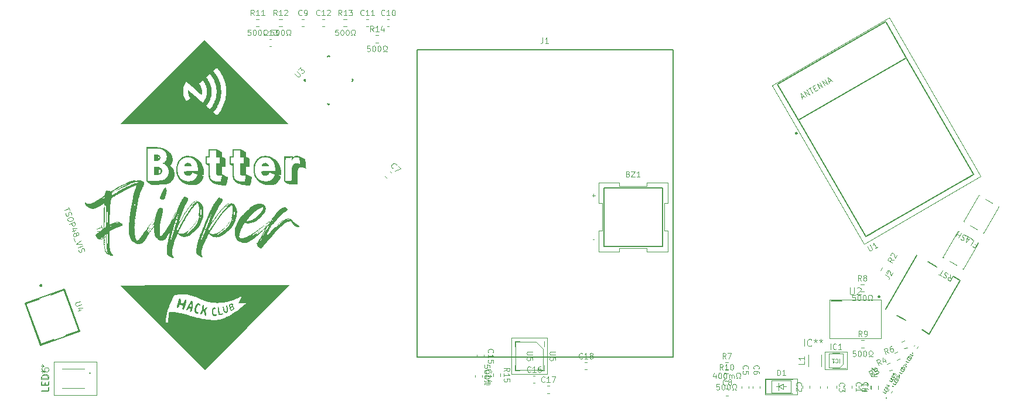
<source format=gbr>
%TF.GenerationSoftware,Flux,Pcbnew,7.0.11-7.0.11~ubuntu20.04.1*%
%TF.CreationDate,2024-08-16T15:28:37+00:00*%
%TF.ProjectId,input,696e7075-742e-46b6-9963-61645f706362,rev?*%
%TF.SameCoordinates,Original*%
%TF.FileFunction,Legend,Top*%
%TF.FilePolarity,Positive*%
%FSLAX46Y46*%
G04 Gerber Fmt 4.6, Leading zero omitted, Abs format (unit mm)*
G04 Filename: betterflipperzero*
G04 Build it with Flux! Visit our site at: https://www.flux.ai (PCBNEW 7.0.11-7.0.11~ubuntu20.04.1) date 2024-08-16 15:28:37*
%MOMM*%
%LPD*%
G01*
G04 APERTURE LIST*
%ADD10C,0.095000*%
%ADD11C,0.047500*%
%ADD12C,0.060800*%
%ADD13C,0.120650*%
%ADD14C,0.066500*%
%ADD15C,0.120000*%
%ADD16C,0.100000*%
%ADD17C,0.127000*%
%ADD18C,0.050000*%
%ADD19C,0.150000*%
%ADD20C,0.152400*%
%ADD21C,0.200000*%
G04 APERTURE END LIST*
D10*
X32990532Y-17616467D02*
X32952437Y-17578371D01*
X32952437Y-17578371D02*
X32914341Y-17464086D01*
X32914341Y-17464086D02*
X32914341Y-17387895D01*
X32914341Y-17387895D02*
X32952437Y-17273609D01*
X32952437Y-17273609D02*
X33028627Y-17197419D01*
X33028627Y-17197419D02*
X33104817Y-17159324D01*
X33104817Y-17159324D02*
X33257198Y-17121228D01*
X33257198Y-17121228D02*
X33371484Y-17121228D01*
X33371484Y-17121228D02*
X33523865Y-17159324D01*
X33523865Y-17159324D02*
X33600056Y-17197419D01*
X33600056Y-17197419D02*
X33676246Y-17273609D01*
X33676246Y-17273609D02*
X33714341Y-17387895D01*
X33714341Y-17387895D02*
X33714341Y-17464086D01*
X33714341Y-17464086D02*
X33676246Y-17578371D01*
X33676246Y-17578371D02*
X33638151Y-17616467D01*
X33714341Y-18302181D02*
X33714341Y-18149800D01*
X33714341Y-18149800D02*
X33676246Y-18073609D01*
X33676246Y-18073609D02*
X33638151Y-18035514D01*
X33638151Y-18035514D02*
X33523865Y-17959324D01*
X33523865Y-17959324D02*
X33371484Y-17921228D01*
X33371484Y-17921228D02*
X33066722Y-17921228D01*
X33066722Y-17921228D02*
X32990532Y-17959324D01*
X32990532Y-17959324D02*
X32952437Y-17997419D01*
X32952437Y-17997419D02*
X32914341Y-18073609D01*
X32914341Y-18073609D02*
X32914341Y-18225990D01*
X32914341Y-18225990D02*
X32952437Y-18302181D01*
X32952437Y-18302181D02*
X32990532Y-18340276D01*
X32990532Y-18340276D02*
X33066722Y-18378371D01*
X33066722Y-18378371D02*
X33257198Y-18378371D01*
X33257198Y-18378371D02*
X33333389Y-18340276D01*
X33333389Y-18340276D02*
X33371484Y-18302181D01*
X33371484Y-18302181D02*
X33409579Y-18225990D01*
X33409579Y-18225990D02*
X33409579Y-18073609D01*
X33409579Y-18073609D02*
X33371484Y-17997419D01*
X33371484Y-17997419D02*
X33333389Y-17959324D01*
X33333389Y-17959324D02*
X33257198Y-17921228D01*
X2728314Y-19467864D02*
X2690218Y-19505960D01*
X2690218Y-19505960D02*
X2575933Y-19544055D01*
X2575933Y-19544055D02*
X2499742Y-19544055D01*
X2499742Y-19544055D02*
X2385456Y-19505960D01*
X2385456Y-19505960D02*
X2309266Y-19429769D01*
X2309266Y-19429769D02*
X2271171Y-19353579D01*
X2271171Y-19353579D02*
X2233075Y-19201198D01*
X2233075Y-19201198D02*
X2233075Y-19086912D01*
X2233075Y-19086912D02*
X2271171Y-18934531D01*
X2271171Y-18934531D02*
X2309266Y-18858340D01*
X2309266Y-18858340D02*
X2385456Y-18782150D01*
X2385456Y-18782150D02*
X2499742Y-18744055D01*
X2499742Y-18744055D02*
X2575933Y-18744055D01*
X2575933Y-18744055D02*
X2690218Y-18782150D01*
X2690218Y-18782150D02*
X2728314Y-18820245D01*
X3490218Y-19544055D02*
X3033075Y-19544055D01*
X3261647Y-19544055D02*
X3261647Y-18744055D01*
X3261647Y-18744055D02*
X3185456Y-18858340D01*
X3185456Y-18858340D02*
X3109266Y-18934531D01*
X3109266Y-18934531D02*
X3033075Y-18972626D01*
X3756885Y-18744055D02*
X4290219Y-18744055D01*
X4290219Y-18744055D02*
X3947361Y-19544055D01*
X-5213455Y-17449529D02*
X-5213455Y-17068577D01*
X-5213455Y-17068577D02*
X-5594407Y-17030481D01*
X-5594407Y-17030481D02*
X-5556312Y-17068577D01*
X-5556312Y-17068577D02*
X-5518217Y-17144767D01*
X-5518217Y-17144767D02*
X-5518217Y-17335243D01*
X-5518217Y-17335243D02*
X-5556312Y-17411434D01*
X-5556312Y-17411434D02*
X-5594407Y-17449529D01*
X-5594407Y-17449529D02*
X-5670598Y-17487624D01*
X-5670598Y-17487624D02*
X-5861074Y-17487624D01*
X-5861074Y-17487624D02*
X-5937264Y-17449529D01*
X-5937264Y-17449529D02*
X-5975360Y-17411434D01*
X-5975360Y-17411434D02*
X-6013455Y-17335243D01*
X-6013455Y-17335243D02*
X-6013455Y-17144767D01*
X-6013455Y-17144767D02*
X-5975360Y-17068577D01*
X-5975360Y-17068577D02*
X-5937264Y-17030481D01*
X-5213455Y-17982863D02*
X-5213455Y-18059053D01*
X-5213455Y-18059053D02*
X-5251550Y-18135244D01*
X-5251550Y-18135244D02*
X-5289645Y-18173339D01*
X-5289645Y-18173339D02*
X-5365836Y-18211434D01*
X-5365836Y-18211434D02*
X-5518217Y-18249529D01*
X-5518217Y-18249529D02*
X-5708693Y-18249529D01*
X-5708693Y-18249529D02*
X-5861074Y-18211434D01*
X-5861074Y-18211434D02*
X-5937264Y-18173339D01*
X-5937264Y-18173339D02*
X-5975360Y-18135244D01*
X-5975360Y-18135244D02*
X-6013455Y-18059053D01*
X-6013455Y-18059053D02*
X-6013455Y-17982863D01*
X-6013455Y-17982863D02*
X-5975360Y-17906672D01*
X-5975360Y-17906672D02*
X-5937264Y-17868577D01*
X-5937264Y-17868577D02*
X-5861074Y-17830482D01*
X-5861074Y-17830482D02*
X-5708693Y-17792386D01*
X-5708693Y-17792386D02*
X-5518217Y-17792386D01*
X-5518217Y-17792386D02*
X-5365836Y-17830482D01*
X-5365836Y-17830482D02*
X-5289645Y-17868577D01*
X-5289645Y-17868577D02*
X-5251550Y-17906672D01*
X-5251550Y-17906672D02*
X-5213455Y-17982863D01*
X-5213455Y-18744768D02*
X-5213455Y-18820958D01*
X-5213455Y-18820958D02*
X-5251550Y-18897149D01*
X-5251550Y-18897149D02*
X-5289645Y-18935244D01*
X-5289645Y-18935244D02*
X-5365836Y-18973339D01*
X-5365836Y-18973339D02*
X-5518217Y-19011434D01*
X-5518217Y-19011434D02*
X-5708693Y-19011434D01*
X-5708693Y-19011434D02*
X-5861074Y-18973339D01*
X-5861074Y-18973339D02*
X-5937264Y-18935244D01*
X-5937264Y-18935244D02*
X-5975360Y-18897149D01*
X-5975360Y-18897149D02*
X-6013455Y-18820958D01*
X-6013455Y-18820958D02*
X-6013455Y-18744768D01*
X-6013455Y-18744768D02*
X-5975360Y-18668577D01*
X-5975360Y-18668577D02*
X-5937264Y-18630482D01*
X-5937264Y-18630482D02*
X-5861074Y-18592387D01*
X-5861074Y-18592387D02*
X-5708693Y-18554291D01*
X-5708693Y-18554291D02*
X-5518217Y-18554291D01*
X-5518217Y-18554291D02*
X-5365836Y-18592387D01*
X-5365836Y-18592387D02*
X-5289645Y-18630482D01*
X-5289645Y-18630482D02*
X-5251550Y-18668577D01*
X-5251550Y-18668577D02*
X-5213455Y-18744768D01*
X-6013455Y-19316196D02*
X-6013455Y-19506673D01*
X-6013455Y-19506673D02*
X-5861074Y-19506673D01*
X-5861074Y-19506673D02*
X-5822979Y-19430482D01*
X-5822979Y-19430482D02*
X-5746788Y-19354292D01*
X-5746788Y-19354292D02*
X-5632502Y-19316196D01*
X-5632502Y-19316196D02*
X-5442026Y-19316196D01*
X-5442026Y-19316196D02*
X-5327740Y-19354292D01*
X-5327740Y-19354292D02*
X-5251550Y-19430482D01*
X-5251550Y-19430482D02*
X-5213455Y-19544768D01*
X-5213455Y-19544768D02*
X-5213455Y-19697149D01*
X-5213455Y-19697149D02*
X-5251550Y-19811435D01*
X-5251550Y-19811435D02*
X-5327740Y-19887625D01*
X-5327740Y-19887625D02*
X-5442026Y-19925720D01*
X-5442026Y-19925720D02*
X-5632502Y-19925720D01*
X-5632502Y-19925720D02*
X-5746788Y-19887625D01*
X-5746788Y-19887625D02*
X-5822979Y-19811435D01*
X-5822979Y-19811435D02*
X-5861074Y-19735244D01*
X-5861074Y-19735244D02*
X-6013455Y-19735244D01*
X-6013455Y-19735244D02*
X-6013455Y-19925720D01*
X-3153455Y-17963813D02*
X-2772502Y-17697146D01*
X-3153455Y-17506670D02*
X-2353455Y-17506670D01*
X-2353455Y-17506670D02*
X-2353455Y-17811432D01*
X-2353455Y-17811432D02*
X-2391550Y-17887622D01*
X-2391550Y-17887622D02*
X-2429645Y-17925717D01*
X-2429645Y-17925717D02*
X-2505836Y-17963813D01*
X-2505836Y-17963813D02*
X-2620121Y-17963813D01*
X-2620121Y-17963813D02*
X-2696312Y-17925717D01*
X-2696312Y-17925717D02*
X-2734407Y-17887622D01*
X-2734407Y-17887622D02*
X-2772502Y-17811432D01*
X-2772502Y-17811432D02*
X-2772502Y-17506670D01*
X-3153455Y-18725717D02*
X-3153455Y-18268574D01*
X-3153455Y-18497146D02*
X-2353455Y-18497146D01*
X-2353455Y-18497146D02*
X-2467740Y-18420955D01*
X-2467740Y-18420955D02*
X-2543931Y-18344765D01*
X-2543931Y-18344765D02*
X-2582026Y-18268574D01*
X-2353455Y-19449527D02*
X-2353455Y-19068575D01*
X-2353455Y-19068575D02*
X-2734407Y-19030479D01*
X-2734407Y-19030479D02*
X-2696312Y-19068575D01*
X-2696312Y-19068575D02*
X-2658217Y-19144765D01*
X-2658217Y-19144765D02*
X-2658217Y-19335241D01*
X-2658217Y-19335241D02*
X-2696312Y-19411432D01*
X-2696312Y-19411432D02*
X-2734407Y-19449527D01*
X-2734407Y-19449527D02*
X-2810598Y-19487622D01*
X-2810598Y-19487622D02*
X-3001074Y-19487622D01*
X-3001074Y-19487622D02*
X-3077264Y-19449527D01*
X-3077264Y-19449527D02*
X-3115360Y-19411432D01*
X-3115360Y-19411432D02*
X-3153455Y-19335241D01*
X-3153455Y-19335241D02*
X-3153455Y-19144765D01*
X-3153455Y-19144765D02*
X-3115360Y-19068575D01*
X-3115360Y-19068575D02*
X-3077264Y-19030479D01*
X-5404464Y-15235013D02*
X-5442560Y-15196917D01*
X-5442560Y-15196917D02*
X-5480655Y-15082632D01*
X-5480655Y-15082632D02*
X-5480655Y-15006441D01*
X-5480655Y-15006441D02*
X-5442560Y-14892155D01*
X-5442560Y-14892155D02*
X-5366369Y-14815965D01*
X-5366369Y-14815965D02*
X-5290179Y-14777870D01*
X-5290179Y-14777870D02*
X-5137798Y-14739774D01*
X-5137798Y-14739774D02*
X-5023512Y-14739774D01*
X-5023512Y-14739774D02*
X-4871131Y-14777870D01*
X-4871131Y-14777870D02*
X-4794940Y-14815965D01*
X-4794940Y-14815965D02*
X-4718750Y-14892155D01*
X-4718750Y-14892155D02*
X-4680655Y-15006441D01*
X-4680655Y-15006441D02*
X-4680655Y-15082632D01*
X-4680655Y-15082632D02*
X-4718750Y-15196917D01*
X-4718750Y-15196917D02*
X-4756845Y-15235013D01*
X-5480655Y-15996917D02*
X-5480655Y-15539774D01*
X-5480655Y-15768346D02*
X-4680655Y-15768346D01*
X-4680655Y-15768346D02*
X-4794940Y-15692155D01*
X-4794940Y-15692155D02*
X-4871131Y-15615965D01*
X-4871131Y-15615965D02*
X-4909226Y-15539774D01*
X-4680655Y-16720727D02*
X-4680655Y-16339775D01*
X-4680655Y-16339775D02*
X-5061607Y-16301679D01*
X-5061607Y-16301679D02*
X-5023512Y-16339775D01*
X-5023512Y-16339775D02*
X-4985417Y-16415965D01*
X-4985417Y-16415965D02*
X-4985417Y-16606441D01*
X-4985417Y-16606441D02*
X-5023512Y-16682632D01*
X-5023512Y-16682632D02*
X-5061607Y-16720727D01*
X-5061607Y-16720727D02*
X-5137798Y-16758822D01*
X-5137798Y-16758822D02*
X-5328274Y-16758822D01*
X-5328274Y-16758822D02*
X-5404464Y-16720727D01*
X-5404464Y-16720727D02*
X-5442560Y-16682632D01*
X-5442560Y-16682632D02*
X-5480655Y-16606441D01*
X-5480655Y-16606441D02*
X-5480655Y-16415965D01*
X-5480655Y-16415965D02*
X-5442560Y-16339775D01*
X-5442560Y-16339775D02*
X-5404464Y-16301679D01*
X-20412885Y33576135D02*
X-20450981Y33538040D01*
X-20450981Y33538040D02*
X-20565266Y33499944D01*
X-20565266Y33499944D02*
X-20641457Y33499944D01*
X-20641457Y33499944D02*
X-20755743Y33538040D01*
X-20755743Y33538040D02*
X-20831933Y33614230D01*
X-20831933Y33614230D02*
X-20870028Y33690420D01*
X-20870028Y33690420D02*
X-20908124Y33842801D01*
X-20908124Y33842801D02*
X-20908124Y33957087D01*
X-20908124Y33957087D02*
X-20870028Y34109468D01*
X-20870028Y34109468D02*
X-20831933Y34185659D01*
X-20831933Y34185659D02*
X-20755743Y34261849D01*
X-20755743Y34261849D02*
X-20641457Y34299944D01*
X-20641457Y34299944D02*
X-20565266Y34299944D01*
X-20565266Y34299944D02*
X-20450981Y34261849D01*
X-20450981Y34261849D02*
X-20412885Y34223754D01*
X-19650981Y33499944D02*
X-20108124Y33499944D01*
X-19879552Y33499944D02*
X-19879552Y34299944D01*
X-19879552Y34299944D02*
X-19955743Y34185659D01*
X-19955743Y34185659D02*
X-20031933Y34109468D01*
X-20031933Y34109468D02*
X-20108124Y34071373D01*
X-19155742Y34299944D02*
X-19079552Y34299944D01*
X-19079552Y34299944D02*
X-19003361Y34261849D01*
X-19003361Y34261849D02*
X-18965266Y34223754D01*
X-18965266Y34223754D02*
X-18927171Y34147563D01*
X-18927171Y34147563D02*
X-18889076Y33995182D01*
X-18889076Y33995182D02*
X-18889076Y33804706D01*
X-18889076Y33804706D02*
X-18927171Y33652325D01*
X-18927171Y33652325D02*
X-18965266Y33576135D01*
X-18965266Y33576135D02*
X-19003361Y33538040D01*
X-19003361Y33538040D02*
X-19079552Y33499944D01*
X-19079552Y33499944D02*
X-19155742Y33499944D01*
X-19155742Y33499944D02*
X-19231933Y33538040D01*
X-19231933Y33538040D02*
X-19270028Y33576135D01*
X-19270028Y33576135D02*
X-19308123Y33652325D01*
X-19308123Y33652325D02*
X-19346219Y33804706D01*
X-19346219Y33804706D02*
X-19346219Y33995182D01*
X-19346219Y33995182D02*
X-19308123Y34147563D01*
X-19308123Y34147563D02*
X-19270028Y34223754D01*
X-19270028Y34223754D02*
X-19231933Y34261849D01*
X-19231933Y34261849D02*
X-19155742Y34299944D01*
D11*
X52010090Y-20980538D02*
X51914852Y-21145496D01*
X51914852Y-21145496D02*
X51568442Y-20945496D01*
X51895304Y-20760306D02*
X51961971Y-20644836D01*
X52171995Y-20700111D02*
X52076757Y-20865068D01*
X52076757Y-20865068D02*
X51730347Y-20665068D01*
X51730347Y-20665068D02*
X51825585Y-20500111D01*
X52257709Y-20551649D02*
X51911299Y-20351649D01*
X51911299Y-20351649D02*
X51958918Y-20269170D01*
X51958918Y-20269170D02*
X52003985Y-20229207D01*
X52003985Y-20229207D02*
X52056025Y-20215263D01*
X52056025Y-20215263D02*
X52098540Y-20217815D01*
X52098540Y-20217815D02*
X52174046Y-20239415D01*
X52174046Y-20239415D02*
X52223534Y-20267986D01*
X52223534Y-20267986D02*
X52279993Y-20322577D01*
X52279993Y-20322577D02*
X52303460Y-20358120D01*
X52303460Y-20358120D02*
X52317404Y-20410160D01*
X52317404Y-20410160D02*
X52305328Y-20469170D01*
X52305328Y-20469170D02*
X52257709Y-20551649D01*
X52312484Y-19923444D02*
X52543424Y-20056777D01*
X52132899Y-19929732D02*
X52332716Y-20155068D01*
X52332716Y-20155068D02*
X52456525Y-19940624D01*
D10*
X27433899Y-18466821D02*
X27433899Y-19000155D01*
X27243423Y-18162060D02*
X27052946Y-18733488D01*
X27052946Y-18733488D02*
X27548185Y-18733488D01*
X28005328Y-18200155D02*
X28081518Y-18200155D01*
X28081518Y-18200155D02*
X28157709Y-18238250D01*
X28157709Y-18238250D02*
X28195804Y-18276345D01*
X28195804Y-18276345D02*
X28233899Y-18352536D01*
X28233899Y-18352536D02*
X28271994Y-18504917D01*
X28271994Y-18504917D02*
X28271994Y-18695393D01*
X28271994Y-18695393D02*
X28233899Y-18847774D01*
X28233899Y-18847774D02*
X28195804Y-18923964D01*
X28195804Y-18923964D02*
X28157709Y-18962060D01*
X28157709Y-18962060D02*
X28081518Y-19000155D01*
X28081518Y-19000155D02*
X28005328Y-19000155D01*
X28005328Y-19000155D02*
X27929137Y-18962060D01*
X27929137Y-18962060D02*
X27891042Y-18923964D01*
X27891042Y-18923964D02*
X27852947Y-18847774D01*
X27852947Y-18847774D02*
X27814851Y-18695393D01*
X27814851Y-18695393D02*
X27814851Y-18504917D01*
X27814851Y-18504917D02*
X27852947Y-18352536D01*
X27852947Y-18352536D02*
X27891042Y-18276345D01*
X27891042Y-18276345D02*
X27929137Y-18238250D01*
X27929137Y-18238250D02*
X28005328Y-18200155D01*
X28767233Y-18200155D02*
X28843423Y-18200155D01*
X28843423Y-18200155D02*
X28919614Y-18238250D01*
X28919614Y-18238250D02*
X28957709Y-18276345D01*
X28957709Y-18276345D02*
X28995804Y-18352536D01*
X28995804Y-18352536D02*
X29033899Y-18504917D01*
X29033899Y-18504917D02*
X29033899Y-18695393D01*
X29033899Y-18695393D02*
X28995804Y-18847774D01*
X28995804Y-18847774D02*
X28957709Y-18923964D01*
X28957709Y-18923964D02*
X28919614Y-18962060D01*
X28919614Y-18962060D02*
X28843423Y-19000155D01*
X28843423Y-19000155D02*
X28767233Y-19000155D01*
X28767233Y-19000155D02*
X28691042Y-18962060D01*
X28691042Y-18962060D02*
X28652947Y-18923964D01*
X28652947Y-18923964D02*
X28614852Y-18847774D01*
X28614852Y-18847774D02*
X28576756Y-18695393D01*
X28576756Y-18695393D02*
X28576756Y-18504917D01*
X28576756Y-18504917D02*
X28614852Y-18352536D01*
X28614852Y-18352536D02*
X28652947Y-18276345D01*
X28652947Y-18276345D02*
X28691042Y-18238250D01*
X28691042Y-18238250D02*
X28767233Y-18200155D01*
X29376757Y-19000155D02*
X29376757Y-18466821D01*
X29376757Y-18543012D02*
X29414852Y-18504917D01*
X29414852Y-18504917D02*
X29491042Y-18466821D01*
X29491042Y-18466821D02*
X29605328Y-18466821D01*
X29605328Y-18466821D02*
X29681519Y-18504917D01*
X29681519Y-18504917D02*
X29719614Y-18581107D01*
X29719614Y-18581107D02*
X29719614Y-19000155D01*
X29719614Y-18581107D02*
X29757709Y-18504917D01*
X29757709Y-18504917D02*
X29833900Y-18466821D01*
X29833900Y-18466821D02*
X29948185Y-18466821D01*
X29948185Y-18466821D02*
X30024376Y-18504917D01*
X30024376Y-18504917D02*
X30062471Y-18581107D01*
X30062471Y-18581107D02*
X30062471Y-19000155D01*
X30405328Y-19000155D02*
X30595805Y-19000155D01*
X30595805Y-19000155D02*
X30595805Y-18847774D01*
X30595805Y-18847774D02*
X30519614Y-18809679D01*
X30519614Y-18809679D02*
X30443424Y-18733488D01*
X30443424Y-18733488D02*
X30405328Y-18619202D01*
X30405328Y-18619202D02*
X30405328Y-18428726D01*
X30405328Y-18428726D02*
X30443424Y-18314440D01*
X30443424Y-18314440D02*
X30519614Y-18238250D01*
X30519614Y-18238250D02*
X30633900Y-18200155D01*
X30633900Y-18200155D02*
X30786281Y-18200155D01*
X30786281Y-18200155D02*
X30900567Y-18238250D01*
X30900567Y-18238250D02*
X30976757Y-18314440D01*
X30976757Y-18314440D02*
X31014852Y-18428726D01*
X31014852Y-18428726D02*
X31014852Y-18619202D01*
X31014852Y-18619202D02*
X30976757Y-18733488D01*
X30976757Y-18733488D02*
X30900567Y-18809679D01*
X30900567Y-18809679D02*
X30824376Y-18847774D01*
X30824376Y-18847774D02*
X30824376Y-19000155D01*
X30824376Y-19000155D02*
X31014852Y-19000155D01*
X28900567Y-16140155D02*
X28633900Y-15759202D01*
X28443424Y-16140155D02*
X28443424Y-15340155D01*
X28443424Y-15340155D02*
X28748186Y-15340155D01*
X28748186Y-15340155D02*
X28824376Y-15378250D01*
X28824376Y-15378250D02*
X28862471Y-15416345D01*
X28862471Y-15416345D02*
X28900567Y-15492536D01*
X28900567Y-15492536D02*
X28900567Y-15606821D01*
X28900567Y-15606821D02*
X28862471Y-15683012D01*
X28862471Y-15683012D02*
X28824376Y-15721107D01*
X28824376Y-15721107D02*
X28748186Y-15759202D01*
X28748186Y-15759202D02*
X28443424Y-15759202D01*
X29167233Y-15340155D02*
X29700567Y-15340155D01*
X29700567Y-15340155D02*
X29357709Y-16140155D01*
X45342435Y-20116464D02*
X45304340Y-20078368D01*
X45304340Y-20078368D02*
X45266244Y-19964083D01*
X45266244Y-19964083D02*
X45266244Y-19887892D01*
X45266244Y-19887892D02*
X45304340Y-19773606D01*
X45304340Y-19773606D02*
X45380530Y-19697416D01*
X45380530Y-19697416D02*
X45456720Y-19659321D01*
X45456720Y-19659321D02*
X45609101Y-19621225D01*
X45609101Y-19621225D02*
X45723387Y-19621225D01*
X45723387Y-19621225D02*
X45875768Y-19659321D01*
X45875768Y-19659321D02*
X45951959Y-19697416D01*
X45951959Y-19697416D02*
X46028149Y-19773606D01*
X46028149Y-19773606D02*
X46066244Y-19887892D01*
X46066244Y-19887892D02*
X46066244Y-19964083D01*
X46066244Y-19964083D02*
X46028149Y-20078368D01*
X46028149Y-20078368D02*
X45990054Y-20116464D01*
X46066244Y-20383130D02*
X46066244Y-20878368D01*
X46066244Y-20878368D02*
X45761482Y-20611702D01*
X45761482Y-20611702D02*
X45761482Y-20725987D01*
X45761482Y-20725987D02*
X45723387Y-20802178D01*
X45723387Y-20802178D02*
X45685292Y-20840273D01*
X45685292Y-20840273D02*
X45609101Y-20878368D01*
X45609101Y-20878368D02*
X45418625Y-20878368D01*
X45418625Y-20878368D02*
X45342435Y-20840273D01*
X45342435Y-20840273D02*
X45304340Y-20802178D01*
X45304340Y-20802178D02*
X45266244Y-20725987D01*
X45266244Y-20725987D02*
X45266244Y-20497416D01*
X45266244Y-20497416D02*
X45304340Y-20421225D01*
X45304340Y-20421225D02*
X45342435Y-20383130D01*
X49314455Y-20404037D02*
X48933502Y-20670704D01*
X49314455Y-20861180D02*
X48514455Y-20861180D01*
X48514455Y-20861180D02*
X48514455Y-20556418D01*
X48514455Y-20556418D02*
X48552550Y-20480228D01*
X48552550Y-20480228D02*
X48590645Y-20442133D01*
X48590645Y-20442133D02*
X48666836Y-20404037D01*
X48666836Y-20404037D02*
X48781121Y-20404037D01*
X48781121Y-20404037D02*
X48857312Y-20442133D01*
X48857312Y-20442133D02*
X48895407Y-20480228D01*
X48895407Y-20480228D02*
X48933502Y-20556418D01*
X48933502Y-20556418D02*
X48933502Y-20861180D01*
X49314455Y-19642133D02*
X49314455Y-20099276D01*
X49314455Y-19870704D02*
X48514455Y-19870704D01*
X48514455Y-19870704D02*
X48628740Y-19946895D01*
X48628740Y-19946895D02*
X48704931Y-20023085D01*
X48704931Y-20023085D02*
X48743026Y-20099276D01*
X53218162Y-1843788D02*
X52754914Y-1884252D01*
X52989590Y-2239685D02*
X52296770Y-1839685D01*
X52296770Y-1839685D02*
X52449151Y-1575754D01*
X52449151Y-1575754D02*
X52520238Y-1528818D01*
X52520238Y-1528818D02*
X52572277Y-1514875D01*
X52572277Y-1514875D02*
X52657307Y-1519978D01*
X52657307Y-1519978D02*
X52756282Y-1577121D01*
X52756282Y-1577121D02*
X52803217Y-1648208D01*
X52803217Y-1648208D02*
X52817161Y-1700247D01*
X52817161Y-1700247D02*
X52812057Y-1785277D01*
X52812057Y-1785277D02*
X52659676Y-2049209D01*
X52743705Y-1217952D02*
X52729761Y-1165912D01*
X52729761Y-1165912D02*
X52734865Y-1080882D01*
X52734865Y-1080882D02*
X52830103Y-915925D01*
X52830103Y-915925D02*
X52901190Y-868989D01*
X52901190Y-868989D02*
X52953229Y-855046D01*
X52953229Y-855046D02*
X53038260Y-860149D01*
X53038260Y-860149D02*
X53104242Y-898245D01*
X53104242Y-898245D02*
X53184169Y-988379D01*
X53184169Y-988379D02*
X53351495Y-1612848D01*
X53351495Y-1612848D02*
X53599114Y-1183959D01*
D12*
X9598752Y7484748D02*
X9988848Y7484748D01*
X9793800Y7289701D02*
X9793800Y7679796D01*
X9720657Y1110367D02*
X9866943Y1110367D01*
X9720657Y1110367D02*
X9866943Y1110367D01*
X9598752Y7484748D02*
X9988848Y7484748D01*
X9793800Y7289701D02*
X9793800Y7679796D01*
D10*
X14769137Y10583892D02*
X14883423Y10545797D01*
X14883423Y10545797D02*
X14921518Y10507701D01*
X14921518Y10507701D02*
X14959614Y10431511D01*
X14959614Y10431511D02*
X14959614Y10317225D01*
X14959614Y10317225D02*
X14921518Y10241035D01*
X14921518Y10241035D02*
X14883423Y10202940D01*
X14883423Y10202940D02*
X14807233Y10164844D01*
X14807233Y10164844D02*
X14502471Y10164844D01*
X14502471Y10164844D02*
X14502471Y10964844D01*
X14502471Y10964844D02*
X14769137Y10964844D01*
X14769137Y10964844D02*
X14845328Y10926749D01*
X14845328Y10926749D02*
X14883423Y10888654D01*
X14883423Y10888654D02*
X14921518Y10812463D01*
X14921518Y10812463D02*
X14921518Y10736273D01*
X14921518Y10736273D02*
X14883423Y10660082D01*
X14883423Y10660082D02*
X14845328Y10621987D01*
X14845328Y10621987D02*
X14769137Y10583892D01*
X14769137Y10583892D02*
X14502471Y10583892D01*
X15226280Y10964844D02*
X15759614Y10964844D01*
X15759614Y10964844D02*
X15226280Y10164844D01*
X15226280Y10164844D02*
X15759614Y10164844D01*
X16483423Y10164844D02*
X16026280Y10164844D01*
X16254852Y10164844D02*
X16254852Y10964844D01*
X16254852Y10964844D02*
X16178661Y10850559D01*
X16178661Y10850559D02*
X16102471Y10774368D01*
X16102471Y10774368D02*
X16026280Y10736273D01*
D13*
D10*
X-33428467Y25100691D02*
X-32970531Y24642755D01*
X-32970531Y24642755D02*
X-32889719Y24615818D01*
X-32889719Y24615818D02*
X-32835844Y24615818D01*
X-32835844Y24615818D02*
X-32755032Y24642755D01*
X-32755032Y24642755D02*
X-32647282Y24750505D01*
X-32647282Y24750505D02*
X-32620345Y24831317D01*
X-32620345Y24831317D02*
X-32620345Y24885192D01*
X-32620345Y24885192D02*
X-32647282Y24966004D01*
X-32647282Y24966004D02*
X-33105218Y25423940D01*
X-32889719Y25639439D02*
X-32539533Y25989625D01*
X-32539533Y25989625D02*
X-32512595Y25585564D01*
X-32512595Y25585564D02*
X-32431783Y25666376D01*
X-32431783Y25666376D02*
X-32350971Y25693313D01*
X-32350971Y25693313D02*
X-32297096Y25693313D01*
X-32297096Y25693313D02*
X-32216284Y25666376D01*
X-32216284Y25666376D02*
X-32081597Y25531689D01*
X-32081597Y25531689D02*
X-32054659Y25450877D01*
X-32054659Y25450877D02*
X-32054659Y25397002D01*
X-32054659Y25397002D02*
X-32081597Y25316190D01*
X-32081597Y25316190D02*
X-32243221Y25154565D01*
X-32243221Y25154565D02*
X-32324033Y25127628D01*
X-32324033Y25127628D02*
X-32377908Y25127628D01*
D13*
X-68972253Y-20231866D02*
X-68972253Y-20715676D01*
X-68972253Y-20715676D02*
X-69988253Y-20715676D01*
X-69504443Y-19893200D02*
X-69504443Y-19554533D01*
X-68972253Y-19409390D02*
X-68972253Y-19893200D01*
X-68972253Y-19893200D02*
X-69988253Y-19893200D01*
X-69988253Y-19893200D02*
X-69988253Y-19409390D01*
X-68972253Y-18973962D02*
X-69988253Y-18973962D01*
X-69988253Y-18973962D02*
X-69988253Y-18732057D01*
X-69988253Y-18732057D02*
X-69939872Y-18586914D01*
X-69939872Y-18586914D02*
X-69843110Y-18490152D01*
X-69843110Y-18490152D02*
X-69746348Y-18441771D01*
X-69746348Y-18441771D02*
X-69552824Y-18393390D01*
X-69552824Y-18393390D02*
X-69407681Y-18393390D01*
X-69407681Y-18393390D02*
X-69214157Y-18441771D01*
X-69214157Y-18441771D02*
X-69117395Y-18490152D01*
X-69117395Y-18490152D02*
X-69020634Y-18586914D01*
X-69020634Y-18586914D02*
X-68972253Y-18732057D01*
X-68972253Y-18732057D02*
X-68972253Y-18973962D01*
X-69988253Y-17522533D02*
X-69988253Y-17716057D01*
X-69988253Y-17716057D02*
X-69939872Y-17812819D01*
X-69939872Y-17812819D02*
X-69891491Y-17861200D01*
X-69891491Y-17861200D02*
X-69746348Y-17957962D01*
X-69746348Y-17957962D02*
X-69552824Y-18006343D01*
X-69552824Y-18006343D02*
X-69165776Y-18006343D01*
X-69165776Y-18006343D02*
X-69069014Y-17957962D01*
X-69069014Y-17957962D02*
X-69020634Y-17909581D01*
X-69020634Y-17909581D02*
X-68972253Y-17812819D01*
X-68972253Y-17812819D02*
X-68972253Y-17619295D01*
X-68972253Y-17619295D02*
X-69020634Y-17522533D01*
X-69020634Y-17522533D02*
X-69069014Y-17474152D01*
X-69069014Y-17474152D02*
X-69165776Y-17425771D01*
X-69165776Y-17425771D02*
X-69407681Y-17425771D01*
X-69407681Y-17425771D02*
X-69504443Y-17474152D01*
X-69504443Y-17474152D02*
X-69552824Y-17522533D01*
X-69552824Y-17522533D02*
X-69601205Y-17619295D01*
X-69601205Y-17619295D02*
X-69601205Y-17812819D01*
X-69601205Y-17812819D02*
X-69552824Y-17909581D01*
X-69552824Y-17909581D02*
X-69504443Y-17957962D01*
X-69504443Y-17957962D02*
X-69407681Y-18006343D01*
X-69049053Y-20349352D02*
X-69049053Y-20833162D01*
X-69049053Y-20833162D02*
X-70065053Y-20833162D01*
X-69581243Y-20010686D02*
X-69581243Y-19672019D01*
X-69049053Y-19526876D02*
X-69049053Y-20010686D01*
X-69049053Y-20010686D02*
X-70065053Y-20010686D01*
X-70065053Y-20010686D02*
X-70065053Y-19526876D01*
X-69049053Y-19091448D02*
X-70065053Y-19091448D01*
X-70065053Y-19091448D02*
X-70065053Y-18849543D01*
X-70065053Y-18849543D02*
X-70016672Y-18704400D01*
X-70016672Y-18704400D02*
X-69919910Y-18607638D01*
X-69919910Y-18607638D02*
X-69823148Y-18559257D01*
X-69823148Y-18559257D02*
X-69629624Y-18510876D01*
X-69629624Y-18510876D02*
X-69484481Y-18510876D01*
X-69484481Y-18510876D02*
X-69290957Y-18559257D01*
X-69290957Y-18559257D02*
X-69194195Y-18607638D01*
X-69194195Y-18607638D02*
X-69097434Y-18704400D01*
X-69097434Y-18704400D02*
X-69049053Y-18849543D01*
X-69049053Y-18849543D02*
X-69049053Y-19091448D01*
X-70065053Y-17930305D02*
X-69823148Y-17930305D01*
X-69919910Y-18172210D02*
X-69823148Y-17930305D01*
X-69823148Y-17930305D02*
X-69919910Y-17688400D01*
X-69629624Y-18075448D02*
X-69823148Y-17930305D01*
X-69823148Y-17930305D02*
X-69629624Y-17785162D01*
X-70065053Y-17156210D02*
X-69823148Y-17156210D01*
X-69919910Y-17398115D02*
X-69823148Y-17156210D01*
X-69823148Y-17156210D02*
X-69919910Y-16914305D01*
X-69629624Y-17301353D02*
X-69823148Y-17156210D01*
X-69823148Y-17156210D02*
X-69629624Y-17011067D01*
D10*
D11*
X52948090Y-19325538D02*
X52852852Y-19490496D01*
X52852852Y-19490496D02*
X52506442Y-19290496D01*
X52833304Y-19105306D02*
X52899971Y-18989836D01*
X53109995Y-19045111D02*
X53014757Y-19210068D01*
X53014757Y-19210068D02*
X52668347Y-19010068D01*
X52668347Y-19010068D02*
X52763585Y-18845111D01*
X53195709Y-18896649D02*
X52849299Y-18696649D01*
X52849299Y-18696649D02*
X52896918Y-18614170D01*
X52896918Y-18614170D02*
X52941985Y-18574207D01*
X52941985Y-18574207D02*
X52994025Y-18560263D01*
X52994025Y-18560263D02*
X53036540Y-18562815D01*
X53036540Y-18562815D02*
X53112046Y-18584415D01*
X53112046Y-18584415D02*
X53161534Y-18612986D01*
X53161534Y-18612986D02*
X53217993Y-18667577D01*
X53217993Y-18667577D02*
X53241460Y-18703120D01*
X53241460Y-18703120D02*
X53255404Y-18755160D01*
X53255404Y-18755160D02*
X53243328Y-18814170D01*
X53243328Y-18814170D02*
X53195709Y-18896649D01*
X53144537Y-18185282D02*
X53049299Y-18350239D01*
X53049299Y-18350239D02*
X53204733Y-18461973D01*
X53204733Y-18461973D02*
X53197761Y-18435953D01*
X53197761Y-18435953D02*
X53200313Y-18393438D01*
X53200313Y-18393438D02*
X53247932Y-18310959D01*
X53247932Y-18310959D02*
X53283475Y-18287492D01*
X53283475Y-18287492D02*
X53309495Y-18280520D01*
X53309495Y-18280520D02*
X53352010Y-18283072D01*
X53352010Y-18283072D02*
X53434488Y-18330691D01*
X53434488Y-18330691D02*
X53457956Y-18366234D01*
X53457956Y-18366234D02*
X53464928Y-18392254D01*
X53464928Y-18392254D02*
X53462376Y-18434769D01*
X53462376Y-18434769D02*
X53414757Y-18517247D01*
X53414757Y-18517247D02*
X53379214Y-18540715D01*
X53379214Y-18540715D02*
X53353194Y-18547687D01*
D10*
X36324324Y-18531155D02*
X36324324Y-17731155D01*
X36324324Y-17731155D02*
X36514800Y-17731155D01*
X36514800Y-17731155D02*
X36629086Y-17769250D01*
X36629086Y-17769250D02*
X36705276Y-17845440D01*
X36705276Y-17845440D02*
X36743371Y-17921631D01*
X36743371Y-17921631D02*
X36781467Y-18074012D01*
X36781467Y-18074012D02*
X36781467Y-18188298D01*
X36781467Y-18188298D02*
X36743371Y-18340679D01*
X36743371Y-18340679D02*
X36705276Y-18416869D01*
X36705276Y-18416869D02*
X36629086Y-18493060D01*
X36629086Y-18493060D02*
X36514800Y-18531155D01*
X36514800Y-18531155D02*
X36324324Y-18531155D01*
X37543371Y-18531155D02*
X37086228Y-18531155D01*
X37314800Y-18531155D02*
X37314800Y-17731155D01*
X37314800Y-17731155D02*
X37238609Y-17845440D01*
X37238609Y-17845440D02*
X37162419Y-17921631D01*
X37162419Y-17921631D02*
X37086228Y-17959726D01*
X36324324Y-18531155D02*
X36324324Y-17731155D01*
X36324324Y-17731155D02*
X36514800Y-17731155D01*
X36514800Y-17731155D02*
X36629086Y-17769250D01*
X36629086Y-17769250D02*
X36705276Y-17845440D01*
X36705276Y-17845440D02*
X36743371Y-17921631D01*
X36743371Y-17921631D02*
X36781467Y-18074012D01*
X36781467Y-18074012D02*
X36781467Y-18188298D01*
X36781467Y-18188298D02*
X36743371Y-18340679D01*
X36743371Y-18340679D02*
X36705276Y-18416869D01*
X36705276Y-18416869D02*
X36629086Y-18493060D01*
X36629086Y-18493060D02*
X36514800Y-18531155D01*
X36514800Y-18531155D02*
X36324324Y-18531155D01*
X37543371Y-18531155D02*
X37086228Y-18531155D01*
X37314800Y-18531155D02*
X37314800Y-17731155D01*
X37314800Y-17731155D02*
X37238609Y-17845440D01*
X37238609Y-17845440D02*
X37162419Y-17921631D01*
X37162419Y-17921631D02*
X37086228Y-17959726D01*
X-19161744Y11395912D02*
X-19215619Y11395912D01*
X-19215619Y11395912D02*
X-19323368Y11449787D01*
X-19323368Y11449787D02*
X-19377243Y11503662D01*
X-19377243Y11503662D02*
X-19431118Y11611411D01*
X-19431118Y11611411D02*
X-19431118Y11719161D01*
X-19431118Y11719161D02*
X-19404181Y11799973D01*
X-19404181Y11799973D02*
X-19323368Y11934660D01*
X-19323368Y11934660D02*
X-19242556Y12015472D01*
X-19242556Y12015472D02*
X-19107869Y12096285D01*
X-19107869Y12096285D02*
X-19027057Y12123222D01*
X-19027057Y12123222D02*
X-18919307Y12123222D01*
X-18919307Y12123222D02*
X-18811558Y12069347D01*
X-18811558Y12069347D02*
X-18757683Y12015472D01*
X-18757683Y12015472D02*
X-18703808Y11907723D01*
X-18703808Y11907723D02*
X-18703808Y11853848D01*
X-18461372Y11719161D02*
X-18084248Y11342037D01*
X-18084248Y11342037D02*
X-18892370Y11018789D01*
X-37412685Y30701335D02*
X-37450781Y30663240D01*
X-37450781Y30663240D02*
X-37565066Y30625144D01*
X-37565066Y30625144D02*
X-37641257Y30625144D01*
X-37641257Y30625144D02*
X-37755543Y30663240D01*
X-37755543Y30663240D02*
X-37831733Y30739430D01*
X-37831733Y30739430D02*
X-37869828Y30815620D01*
X-37869828Y30815620D02*
X-37907924Y30968001D01*
X-37907924Y30968001D02*
X-37907924Y31082287D01*
X-37907924Y31082287D02*
X-37869828Y31234668D01*
X-37869828Y31234668D02*
X-37831733Y31310859D01*
X-37831733Y31310859D02*
X-37755543Y31387049D01*
X-37755543Y31387049D02*
X-37641257Y31425144D01*
X-37641257Y31425144D02*
X-37565066Y31425144D01*
X-37565066Y31425144D02*
X-37450781Y31387049D01*
X-37450781Y31387049D02*
X-37412685Y31348954D01*
X-36650781Y30625144D02*
X-37107924Y30625144D01*
X-36879352Y30625144D02*
X-36879352Y31425144D01*
X-36879352Y31425144D02*
X-36955543Y31310859D01*
X-36955543Y31310859D02*
X-37031733Y31234668D01*
X-37031733Y31234668D02*
X-37107924Y31196573D01*
X-36384114Y31425144D02*
X-35888876Y31425144D01*
X-35888876Y31425144D02*
X-36155542Y31120382D01*
X-36155542Y31120382D02*
X-36041257Y31120382D01*
X-36041257Y31120382D02*
X-35965066Y31082287D01*
X-35965066Y31082287D02*
X-35926971Y31044192D01*
X-35926971Y31044192D02*
X-35888876Y30968001D01*
X-35888876Y30968001D02*
X-35888876Y30777525D01*
X-35888876Y30777525D02*
X-35926971Y30701335D01*
X-35926971Y30701335D02*
X-35965066Y30663240D01*
X-35965066Y30663240D02*
X-36041257Y30625144D01*
X-36041257Y30625144D02*
X-36269828Y30625144D01*
X-36269828Y30625144D02*
X-36346019Y30663240D01*
X-36346019Y30663240D02*
X-36384114Y30701335D01*
X40244555Y-16537340D02*
X40244555Y-16918292D01*
X40244555Y-16918292D02*
X39444555Y-16918292D01*
X40244555Y-15851626D02*
X40244555Y-16308769D01*
X40244555Y-16080197D02*
X39444555Y-16080197D01*
X39444555Y-16080197D02*
X39558840Y-16156388D01*
X39558840Y-16156388D02*
X39635031Y-16232578D01*
X39635031Y-16232578D02*
X39673126Y-16308769D01*
X28950567Y-19883764D02*
X28912471Y-19921860D01*
X28912471Y-19921860D02*
X28798186Y-19959955D01*
X28798186Y-19959955D02*
X28721995Y-19959955D01*
X28721995Y-19959955D02*
X28607709Y-19921860D01*
X28607709Y-19921860D02*
X28531519Y-19845669D01*
X28531519Y-19845669D02*
X28493424Y-19769479D01*
X28493424Y-19769479D02*
X28455328Y-19617098D01*
X28455328Y-19617098D02*
X28455328Y-19502812D01*
X28455328Y-19502812D02*
X28493424Y-19350431D01*
X28493424Y-19350431D02*
X28531519Y-19274240D01*
X28531519Y-19274240D02*
X28607709Y-19198050D01*
X28607709Y-19198050D02*
X28721995Y-19159955D01*
X28721995Y-19159955D02*
X28798186Y-19159955D01*
X28798186Y-19159955D02*
X28912471Y-19198050D01*
X28912471Y-19198050D02*
X28950567Y-19236145D01*
X29407709Y-19502812D02*
X29331519Y-19464717D01*
X29331519Y-19464717D02*
X29293424Y-19426621D01*
X29293424Y-19426621D02*
X29255328Y-19350431D01*
X29255328Y-19350431D02*
X29255328Y-19312336D01*
X29255328Y-19312336D02*
X29293424Y-19236145D01*
X29293424Y-19236145D02*
X29331519Y-19198050D01*
X29331519Y-19198050D02*
X29407709Y-19159955D01*
X29407709Y-19159955D02*
X29560090Y-19159955D01*
X29560090Y-19159955D02*
X29636281Y-19198050D01*
X29636281Y-19198050D02*
X29674376Y-19236145D01*
X29674376Y-19236145D02*
X29712471Y-19312336D01*
X29712471Y-19312336D02*
X29712471Y-19350431D01*
X29712471Y-19350431D02*
X29674376Y-19426621D01*
X29674376Y-19426621D02*
X29636281Y-19464717D01*
X29636281Y-19464717D02*
X29560090Y-19502812D01*
X29560090Y-19502812D02*
X29407709Y-19502812D01*
X29407709Y-19502812D02*
X29331519Y-19540907D01*
X29331519Y-19540907D02*
X29293424Y-19579002D01*
X29293424Y-19579002D02*
X29255328Y-19655193D01*
X29255328Y-19655193D02*
X29255328Y-19807574D01*
X29255328Y-19807574D02*
X29293424Y-19883764D01*
X29293424Y-19883764D02*
X29331519Y-19921860D01*
X29331519Y-19921860D02*
X29407709Y-19959955D01*
X29407709Y-19959955D02*
X29560090Y-19959955D01*
X29560090Y-19959955D02*
X29636281Y-19921860D01*
X29636281Y-19921860D02*
X29674376Y-19883764D01*
X29674376Y-19883764D02*
X29712471Y-19807574D01*
X29712471Y-19807574D02*
X29712471Y-19655193D01*
X29712471Y-19655193D02*
X29674376Y-19579002D01*
X29674376Y-19579002D02*
X29636281Y-19540907D01*
X29636281Y-19540907D02*
X29560090Y-19502812D01*
X-22527171Y29120744D02*
X-22908123Y29120744D01*
X-22908123Y29120744D02*
X-22946219Y28739792D01*
X-22946219Y28739792D02*
X-22908123Y28777887D01*
X-22908123Y28777887D02*
X-22831933Y28815982D01*
X-22831933Y28815982D02*
X-22641457Y28815982D01*
X-22641457Y28815982D02*
X-22565266Y28777887D01*
X-22565266Y28777887D02*
X-22527171Y28739792D01*
X-22527171Y28739792D02*
X-22489076Y28663601D01*
X-22489076Y28663601D02*
X-22489076Y28473125D01*
X-22489076Y28473125D02*
X-22527171Y28396935D01*
X-22527171Y28396935D02*
X-22565266Y28358840D01*
X-22565266Y28358840D02*
X-22641457Y28320744D01*
X-22641457Y28320744D02*
X-22831933Y28320744D01*
X-22831933Y28320744D02*
X-22908123Y28358840D01*
X-22908123Y28358840D02*
X-22946219Y28396935D01*
X-21993837Y29120744D02*
X-21917647Y29120744D01*
X-21917647Y29120744D02*
X-21841456Y29082649D01*
X-21841456Y29082649D02*
X-21803361Y29044554D01*
X-21803361Y29044554D02*
X-21765266Y28968363D01*
X-21765266Y28968363D02*
X-21727171Y28815982D01*
X-21727171Y28815982D02*
X-21727171Y28625506D01*
X-21727171Y28625506D02*
X-21765266Y28473125D01*
X-21765266Y28473125D02*
X-21803361Y28396935D01*
X-21803361Y28396935D02*
X-21841456Y28358840D01*
X-21841456Y28358840D02*
X-21917647Y28320744D01*
X-21917647Y28320744D02*
X-21993837Y28320744D01*
X-21993837Y28320744D02*
X-22070028Y28358840D01*
X-22070028Y28358840D02*
X-22108123Y28396935D01*
X-22108123Y28396935D02*
X-22146218Y28473125D01*
X-22146218Y28473125D02*
X-22184314Y28625506D01*
X-22184314Y28625506D02*
X-22184314Y28815982D01*
X-22184314Y28815982D02*
X-22146218Y28968363D01*
X-22146218Y28968363D02*
X-22108123Y29044554D01*
X-22108123Y29044554D02*
X-22070028Y29082649D01*
X-22070028Y29082649D02*
X-21993837Y29120744D01*
X-21231932Y29120744D02*
X-21155742Y29120744D01*
X-21155742Y29120744D02*
X-21079551Y29082649D01*
X-21079551Y29082649D02*
X-21041456Y29044554D01*
X-21041456Y29044554D02*
X-21003361Y28968363D01*
X-21003361Y28968363D02*
X-20965266Y28815982D01*
X-20965266Y28815982D02*
X-20965266Y28625506D01*
X-20965266Y28625506D02*
X-21003361Y28473125D01*
X-21003361Y28473125D02*
X-21041456Y28396935D01*
X-21041456Y28396935D02*
X-21079551Y28358840D01*
X-21079551Y28358840D02*
X-21155742Y28320744D01*
X-21155742Y28320744D02*
X-21231932Y28320744D01*
X-21231932Y28320744D02*
X-21308123Y28358840D01*
X-21308123Y28358840D02*
X-21346218Y28396935D01*
X-21346218Y28396935D02*
X-21384313Y28473125D01*
X-21384313Y28473125D02*
X-21422409Y28625506D01*
X-21422409Y28625506D02*
X-21422409Y28815982D01*
X-21422409Y28815982D02*
X-21384313Y28968363D01*
X-21384313Y28968363D02*
X-21346218Y29044554D01*
X-21346218Y29044554D02*
X-21308123Y29082649D01*
X-21308123Y29082649D02*
X-21231932Y29120744D01*
X-20660504Y28320744D02*
X-20470027Y28320744D01*
X-20470027Y28320744D02*
X-20470027Y28473125D01*
X-20470027Y28473125D02*
X-20546218Y28511220D01*
X-20546218Y28511220D02*
X-20622408Y28587411D01*
X-20622408Y28587411D02*
X-20660504Y28701697D01*
X-20660504Y28701697D02*
X-20660504Y28892173D01*
X-20660504Y28892173D02*
X-20622408Y29006459D01*
X-20622408Y29006459D02*
X-20546218Y29082649D01*
X-20546218Y29082649D02*
X-20431932Y29120744D01*
X-20431932Y29120744D02*
X-20279551Y29120744D01*
X-20279551Y29120744D02*
X-20165265Y29082649D01*
X-20165265Y29082649D02*
X-20089075Y29006459D01*
X-20089075Y29006459D02*
X-20050980Y28892173D01*
X-20050980Y28892173D02*
X-20050980Y28701697D01*
X-20050980Y28701697D02*
X-20089075Y28587411D01*
X-20089075Y28587411D02*
X-20165265Y28511220D01*
X-20165265Y28511220D02*
X-20241456Y28473125D01*
X-20241456Y28473125D02*
X-20241456Y28320744D01*
X-20241456Y28320744D02*
X-20050980Y28320744D01*
X-22012885Y31180744D02*
X-22279552Y31561697D01*
X-22470028Y31180744D02*
X-22470028Y31980744D01*
X-22470028Y31980744D02*
X-22165266Y31980744D01*
X-22165266Y31980744D02*
X-22089076Y31942649D01*
X-22089076Y31942649D02*
X-22050981Y31904554D01*
X-22050981Y31904554D02*
X-22012885Y31828363D01*
X-22012885Y31828363D02*
X-22012885Y31714078D01*
X-22012885Y31714078D02*
X-22050981Y31637887D01*
X-22050981Y31637887D02*
X-22089076Y31599792D01*
X-22089076Y31599792D02*
X-22165266Y31561697D01*
X-22165266Y31561697D02*
X-22470028Y31561697D01*
X-21250981Y31180744D02*
X-21708124Y31180744D01*
X-21479552Y31180744D02*
X-21479552Y31980744D01*
X-21479552Y31980744D02*
X-21555743Y31866459D01*
X-21555743Y31866459D02*
X-21631933Y31790268D01*
X-21631933Y31790268D02*
X-21708124Y31752173D01*
X-20565266Y31714078D02*
X-20565266Y31180744D01*
X-20755742Y32018840D02*
X-20946219Y31447411D01*
X-20946219Y31447411D02*
X-20450980Y31447411D01*
D11*
X55369811Y-16502788D02*
X55274573Y-16667746D01*
X55274573Y-16667746D02*
X54928163Y-16467746D01*
X55255025Y-16282556D02*
X55321692Y-16167086D01*
X55531716Y-16222361D02*
X55436478Y-16387318D01*
X55436478Y-16387318D02*
X55090068Y-16187318D01*
X55090068Y-16187318D02*
X55185306Y-16022361D01*
X55617430Y-16073899D02*
X55271020Y-15873899D01*
X55271020Y-15873899D02*
X55318639Y-15791420D01*
X55318639Y-15791420D02*
X55363706Y-15751457D01*
X55363706Y-15751457D02*
X55415746Y-15737513D01*
X55415746Y-15737513D02*
X55458261Y-15740065D01*
X55458261Y-15740065D02*
X55533767Y-15761665D01*
X55533767Y-15761665D02*
X55583255Y-15790236D01*
X55583255Y-15790236D02*
X55639714Y-15844827D01*
X55639714Y-15844827D02*
X55663181Y-15880370D01*
X55663181Y-15880370D02*
X55677125Y-15932410D01*
X55677125Y-15932410D02*
X55665049Y-15991420D01*
X55665049Y-15991420D02*
X55617430Y-16073899D01*
X55922192Y-15546036D02*
X55807907Y-15743985D01*
X55865049Y-15645010D02*
X55518639Y-15445010D01*
X55518639Y-15445010D02*
X55549079Y-15506573D01*
X55549079Y-15506573D02*
X55563023Y-15558612D01*
X55563023Y-15558612D02*
X55560471Y-15601128D01*
D10*
X48753135Y-20087362D02*
X48715040Y-20049266D01*
X48715040Y-20049266D02*
X48676944Y-19934981D01*
X48676944Y-19934981D02*
X48676944Y-19858790D01*
X48676944Y-19858790D02*
X48715040Y-19744504D01*
X48715040Y-19744504D02*
X48791230Y-19668314D01*
X48791230Y-19668314D02*
X48867420Y-19630219D01*
X48867420Y-19630219D02*
X49019801Y-19592123D01*
X49019801Y-19592123D02*
X49134087Y-19592123D01*
X49134087Y-19592123D02*
X49286468Y-19630219D01*
X49286468Y-19630219D02*
X49362659Y-19668314D01*
X49362659Y-19668314D02*
X49438849Y-19744504D01*
X49438849Y-19744504D02*
X49476944Y-19858790D01*
X49476944Y-19858790D02*
X49476944Y-19934981D01*
X49476944Y-19934981D02*
X49438849Y-20049266D01*
X49438849Y-20049266D02*
X49400754Y-20087362D01*
X49210278Y-20773076D02*
X48676944Y-20773076D01*
X49515040Y-20582600D02*
X48943611Y-20392123D01*
X48943611Y-20392123D02*
X48943611Y-20887362D01*
X-61386286Y3127203D02*
X-61229934Y2697630D01*
X-62059864Y2638800D02*
X-61308110Y2912416D01*
X-61688725Y2287402D02*
X-61558432Y1929424D01*
X-61929571Y2280822D02*
X-61086611Y2303853D01*
X-61086611Y2303853D02*
X-61747160Y1779653D01*
X-61170973Y1421806D02*
X-61167683Y1301383D01*
X-61167683Y1301383D02*
X-61190452Y1252556D01*
X-61190452Y1252556D02*
X-61249018Y1190700D01*
X-61249018Y1190700D02*
X-61356411Y1151612D01*
X-61356411Y1151612D02*
X-61441036Y1161351D01*
X-61441036Y1161351D02*
X-61489864Y1184119D01*
X-61489864Y1184119D02*
X-61551720Y1242686D01*
X-61551720Y1242686D02*
X-61655955Y1529068D01*
X-61655955Y1529068D02*
X-60904201Y1802684D01*
X-60904201Y1802684D02*
X-60812995Y1552100D01*
X-60812995Y1552100D02*
X-60822734Y1467475D01*
X-60822734Y1467475D02*
X-60845503Y1418648D01*
X-60845503Y1418648D02*
X-60904069Y1356791D01*
X-60904069Y1356791D02*
X-60975665Y1330732D01*
X-60975665Y1330732D02*
X-61060290Y1340471D01*
X-61060290Y1340471D02*
X-61109117Y1363240D01*
X-61109117Y1363240D02*
X-61170973Y1421806D01*
X-61170973Y1421806D02*
X-61262179Y1672391D01*
X-66047959Y5789146D02*
X-65891607Y5359572D01*
X-66721537Y5300743D02*
X-65969783Y5574359D01*
X-66529387Y4884199D02*
X-66526097Y4763776D01*
X-66526097Y4763776D02*
X-66460950Y4584787D01*
X-66460950Y4584787D02*
X-66399094Y4526221D01*
X-66399094Y4526221D02*
X-66350266Y4503452D01*
X-66350266Y4503452D02*
X-66265641Y4493713D01*
X-66265641Y4493713D02*
X-66194046Y4519772D01*
X-66194046Y4519772D02*
X-66135480Y4581628D01*
X-66135480Y4581628D02*
X-66112711Y4630455D01*
X-66112711Y4630455D02*
X-66102972Y4715080D01*
X-66102972Y4715080D02*
X-66119291Y4871301D01*
X-66119291Y4871301D02*
X-66109552Y4955926D01*
X-66109552Y4955926D02*
X-66086784Y5004753D01*
X-66086784Y5004753D02*
X-66028218Y5066609D01*
X-66028218Y5066609D02*
X-65956622Y5092668D01*
X-65956622Y5092668D02*
X-65871997Y5082929D01*
X-65871997Y5082929D02*
X-65823170Y5060160D01*
X-65823170Y5060160D02*
X-65761313Y5001594D01*
X-65761313Y5001594D02*
X-65696167Y4822605D01*
X-65696167Y4822605D02*
X-65692876Y4702182D01*
X-65487697Y4249840D02*
X-65435580Y4106649D01*
X-65435580Y4106649D02*
X-65445319Y4022024D01*
X-65445319Y4022024D02*
X-65490856Y3924369D01*
X-65490856Y3924369D02*
X-65621018Y3836454D01*
X-65621018Y3836454D02*
X-65871602Y3745249D01*
X-65871602Y3745249D02*
X-66027823Y3728929D01*
X-66027823Y3728929D02*
X-66125477Y3774466D01*
X-66125477Y3774466D02*
X-66187334Y3833032D01*
X-66187334Y3833032D02*
X-66239451Y3976224D01*
X-66239451Y3976224D02*
X-66229712Y4060849D01*
X-66229712Y4060849D02*
X-66184175Y4158503D01*
X-66184175Y4158503D02*
X-66054013Y4246418D01*
X-66054013Y4246418D02*
X-65803428Y4337624D01*
X-65803428Y4337624D02*
X-65647208Y4353943D01*
X-65647208Y4353943D02*
X-65549554Y4308406D01*
X-65549554Y4308406D02*
X-65487697Y4249840D01*
X-66004923Y3331863D02*
X-65253169Y3605479D01*
X-65253169Y3605479D02*
X-65148934Y3319097D01*
X-65148934Y3319097D02*
X-65158674Y3234472D01*
X-65158674Y3234472D02*
X-65181442Y3185645D01*
X-65181442Y3185645D02*
X-65240008Y3123788D01*
X-65240008Y3123788D02*
X-65347402Y3084700D01*
X-65347402Y3084700D02*
X-65432027Y3094439D01*
X-65432027Y3094439D02*
X-65480854Y3117208D01*
X-65480854Y3117208D02*
X-65542710Y3175774D01*
X-65542710Y3175774D02*
X-65646945Y3462157D01*
X-65112874Y2440340D02*
X-65614043Y2257929D01*
X-64891638Y2723563D02*
X-65493752Y2707112D01*
X-65493752Y2707112D02*
X-65324370Y2241741D01*
X-65002058Y1913111D02*
X-64992319Y1997736D01*
X-64992319Y1997736D02*
X-64969551Y2046563D01*
X-64969551Y2046563D02*
X-64910985Y2108420D01*
X-64910985Y2108420D02*
X-64875187Y2121449D01*
X-64875187Y2121449D02*
X-64790562Y2111710D01*
X-64790562Y2111710D02*
X-64741735Y2088942D01*
X-64741735Y2088942D02*
X-64679878Y2030375D01*
X-64679878Y2030375D02*
X-64627761Y1887184D01*
X-64627761Y1887184D02*
X-64637500Y1802559D01*
X-64637500Y1802559D02*
X-64660268Y1753732D01*
X-64660268Y1753732D02*
X-64718835Y1691876D01*
X-64718835Y1691876D02*
X-64754632Y1678846D01*
X-64754632Y1678846D02*
X-64839257Y1688585D01*
X-64839257Y1688585D02*
X-64888085Y1711354D01*
X-64888085Y1711354D02*
X-64949941Y1769920D01*
X-64949941Y1769920D02*
X-65002058Y1913111D01*
X-65002058Y1913111D02*
X-65063915Y1971678D01*
X-65063915Y1971678D02*
X-65112742Y1994446D01*
X-65112742Y1994446D02*
X-65197367Y2004185D01*
X-65197367Y2004185D02*
X-65340558Y1952068D01*
X-65340558Y1952068D02*
X-65399125Y1890211D01*
X-65399125Y1890211D02*
X-65421893Y1841384D01*
X-65421893Y1841384D02*
X-65431632Y1756759D01*
X-65431632Y1756759D02*
X-65379515Y1613568D01*
X-65379515Y1613568D02*
X-65317658Y1555002D01*
X-65317658Y1555002D02*
X-65268831Y1532233D01*
X-65268831Y1532233D02*
X-65184206Y1522494D01*
X-65184206Y1522494D02*
X-65041015Y1574611D01*
X-65041015Y1574611D02*
X-64982449Y1636468D01*
X-64982449Y1636468D02*
X-64959680Y1685295D01*
X-64959680Y1685295D02*
X-64949941Y1769920D01*
X-65346876Y1301127D02*
X-65138406Y728362D01*
X-64288998Y956441D02*
X-64949547Y432240D01*
X-64949547Y432240D02*
X-64106587Y455271D01*
X-64767136Y-68928D02*
X-64015382Y204687D01*
X-64614074Y-378079D02*
X-64610784Y-498502D01*
X-64610784Y-498502D02*
X-64545637Y-677491D01*
X-64545637Y-677491D02*
X-64483781Y-736057D01*
X-64483781Y-736057D02*
X-64434954Y-758826D01*
X-64434954Y-758826D02*
X-64350329Y-768565D01*
X-64350329Y-768565D02*
X-64278733Y-742506D01*
X-64278733Y-742506D02*
X-64220167Y-680650D01*
X-64220167Y-680650D02*
X-64197398Y-631822D01*
X-64197398Y-631822D02*
X-64187659Y-547197D01*
X-64187659Y-547197D02*
X-64203979Y-390977D01*
X-64203979Y-390977D02*
X-64194239Y-306352D01*
X-64194239Y-306352D02*
X-64171471Y-257525D01*
X-64171471Y-257525D02*
X-64112905Y-195668D01*
X-64112905Y-195668D02*
X-64041309Y-169610D01*
X-64041309Y-169610D02*
X-63956684Y-179349D01*
X-63956684Y-179349D02*
X-63907857Y-202117D01*
X-63907857Y-202117D02*
X-63846000Y-260684D01*
X-63846000Y-260684D02*
X-63780854Y-439673D01*
X-63780854Y-439673D02*
X-63777564Y-560095D01*
X-64423649Y-7856969D02*
X-65032211Y-8078468D01*
X-65032211Y-8078468D02*
X-65090778Y-8140324D01*
X-65090778Y-8140324D02*
X-65113546Y-8189151D01*
X-65113546Y-8189151D02*
X-65123285Y-8273776D01*
X-65123285Y-8273776D02*
X-65071168Y-8416967D01*
X-65071168Y-8416967D02*
X-65009311Y-8475534D01*
X-65009311Y-8475534D02*
X-64960484Y-8498302D01*
X-64960484Y-8498302D02*
X-64875859Y-8508041D01*
X-64875859Y-8508041D02*
X-64267296Y-8286543D01*
X-64270324Y-9057906D02*
X-64771493Y-9240317D01*
X-64049088Y-8774682D02*
X-64651202Y-8791133D01*
X-64651202Y-8791133D02*
X-64481820Y-9256505D01*
X-5697164Y-18161713D02*
X-5735260Y-18123617D01*
X-5735260Y-18123617D02*
X-5773355Y-18009332D01*
X-5773355Y-18009332D02*
X-5773355Y-17933141D01*
X-5773355Y-17933141D02*
X-5735260Y-17818855D01*
X-5735260Y-17818855D02*
X-5659069Y-17742665D01*
X-5659069Y-17742665D02*
X-5582879Y-17704570D01*
X-5582879Y-17704570D02*
X-5430498Y-17666474D01*
X-5430498Y-17666474D02*
X-5316212Y-17666474D01*
X-5316212Y-17666474D02*
X-5163831Y-17704570D01*
X-5163831Y-17704570D02*
X-5087640Y-17742665D01*
X-5087640Y-17742665D02*
X-5011450Y-17818855D01*
X-5011450Y-17818855D02*
X-4973355Y-17933141D01*
X-4973355Y-17933141D02*
X-4973355Y-18009332D01*
X-4973355Y-18009332D02*
X-5011450Y-18123617D01*
X-5011450Y-18123617D02*
X-5049545Y-18161713D01*
X-5773355Y-18923617D02*
X-5773355Y-18466474D01*
X-5773355Y-18695046D02*
X-4973355Y-18695046D01*
X-4973355Y-18695046D02*
X-5087640Y-18618855D01*
X-5087640Y-18618855D02*
X-5163831Y-18542665D01*
X-5163831Y-18542665D02*
X-5201926Y-18466474D01*
X-5240021Y-19609332D02*
X-5773355Y-19609332D01*
X-4935260Y-19418856D02*
X-5506688Y-19228379D01*
X-5506688Y-19228379D02*
X-5506688Y-19723618D01*
D11*
X54440911Y-18108388D02*
X54345673Y-18273346D01*
X54345673Y-18273346D02*
X53999263Y-18073346D01*
X54326125Y-17888156D02*
X54392792Y-17772686D01*
X54602816Y-17827961D02*
X54507578Y-17992918D01*
X54507578Y-17992918D02*
X54161168Y-17792918D01*
X54161168Y-17792918D02*
X54256406Y-17627961D01*
X54688530Y-17679499D02*
X54342120Y-17479499D01*
X54342120Y-17479499D02*
X54389739Y-17397020D01*
X54389739Y-17397020D02*
X54434806Y-17357057D01*
X54434806Y-17357057D02*
X54486846Y-17343113D01*
X54486846Y-17343113D02*
X54529361Y-17345665D01*
X54529361Y-17345665D02*
X54604867Y-17367265D01*
X54604867Y-17367265D02*
X54654355Y-17395836D01*
X54654355Y-17395836D02*
X54710814Y-17450427D01*
X54710814Y-17450427D02*
X54734281Y-17485970D01*
X54734281Y-17485970D02*
X54748225Y-17538010D01*
X54748225Y-17538010D02*
X54736149Y-17597020D01*
X54736149Y-17597020D02*
X54688530Y-17679499D01*
X54565588Y-17168632D02*
X54558616Y-17142613D01*
X54558616Y-17142613D02*
X54561168Y-17100097D01*
X54561168Y-17100097D02*
X54608787Y-17017619D01*
X54608787Y-17017619D02*
X54644330Y-16994151D01*
X54644330Y-16994151D02*
X54670350Y-16987179D01*
X54670350Y-16987179D02*
X54712865Y-16989731D01*
X54712865Y-16989731D02*
X54745856Y-17008779D01*
X54745856Y-17008779D02*
X54785820Y-17053846D01*
X54785820Y-17053846D02*
X54869483Y-17366080D01*
X54869483Y-17366080D02*
X54993292Y-17151636D01*
D10*
X27962728Y-19819055D02*
X27581776Y-19819055D01*
X27581776Y-19819055D02*
X27543680Y-20200007D01*
X27543680Y-20200007D02*
X27581776Y-20161912D01*
X27581776Y-20161912D02*
X27657966Y-20123817D01*
X27657966Y-20123817D02*
X27848442Y-20123817D01*
X27848442Y-20123817D02*
X27924633Y-20161912D01*
X27924633Y-20161912D02*
X27962728Y-20200007D01*
X27962728Y-20200007D02*
X28000823Y-20276198D01*
X28000823Y-20276198D02*
X28000823Y-20466674D01*
X28000823Y-20466674D02*
X27962728Y-20542864D01*
X27962728Y-20542864D02*
X27924633Y-20580960D01*
X27924633Y-20580960D02*
X27848442Y-20619055D01*
X27848442Y-20619055D02*
X27657966Y-20619055D01*
X27657966Y-20619055D02*
X27581776Y-20580960D01*
X27581776Y-20580960D02*
X27543680Y-20542864D01*
X28496062Y-19819055D02*
X28572252Y-19819055D01*
X28572252Y-19819055D02*
X28648443Y-19857150D01*
X28648443Y-19857150D02*
X28686538Y-19895245D01*
X28686538Y-19895245D02*
X28724633Y-19971436D01*
X28724633Y-19971436D02*
X28762728Y-20123817D01*
X28762728Y-20123817D02*
X28762728Y-20314293D01*
X28762728Y-20314293D02*
X28724633Y-20466674D01*
X28724633Y-20466674D02*
X28686538Y-20542864D01*
X28686538Y-20542864D02*
X28648443Y-20580960D01*
X28648443Y-20580960D02*
X28572252Y-20619055D01*
X28572252Y-20619055D02*
X28496062Y-20619055D01*
X28496062Y-20619055D02*
X28419871Y-20580960D01*
X28419871Y-20580960D02*
X28381776Y-20542864D01*
X28381776Y-20542864D02*
X28343681Y-20466674D01*
X28343681Y-20466674D02*
X28305585Y-20314293D01*
X28305585Y-20314293D02*
X28305585Y-20123817D01*
X28305585Y-20123817D02*
X28343681Y-19971436D01*
X28343681Y-19971436D02*
X28381776Y-19895245D01*
X28381776Y-19895245D02*
X28419871Y-19857150D01*
X28419871Y-19857150D02*
X28496062Y-19819055D01*
X29257967Y-19819055D02*
X29334157Y-19819055D01*
X29334157Y-19819055D02*
X29410348Y-19857150D01*
X29410348Y-19857150D02*
X29448443Y-19895245D01*
X29448443Y-19895245D02*
X29486538Y-19971436D01*
X29486538Y-19971436D02*
X29524633Y-20123817D01*
X29524633Y-20123817D02*
X29524633Y-20314293D01*
X29524633Y-20314293D02*
X29486538Y-20466674D01*
X29486538Y-20466674D02*
X29448443Y-20542864D01*
X29448443Y-20542864D02*
X29410348Y-20580960D01*
X29410348Y-20580960D02*
X29334157Y-20619055D01*
X29334157Y-20619055D02*
X29257967Y-20619055D01*
X29257967Y-20619055D02*
X29181776Y-20580960D01*
X29181776Y-20580960D02*
X29143681Y-20542864D01*
X29143681Y-20542864D02*
X29105586Y-20466674D01*
X29105586Y-20466674D02*
X29067490Y-20314293D01*
X29067490Y-20314293D02*
X29067490Y-20123817D01*
X29067490Y-20123817D02*
X29105586Y-19971436D01*
X29105586Y-19971436D02*
X29143681Y-19895245D01*
X29143681Y-19895245D02*
X29181776Y-19857150D01*
X29181776Y-19857150D02*
X29257967Y-19819055D01*
X29829395Y-20619055D02*
X30019872Y-20619055D01*
X30019872Y-20619055D02*
X30019872Y-20466674D01*
X30019872Y-20466674D02*
X29943681Y-20428579D01*
X29943681Y-20428579D02*
X29867491Y-20352388D01*
X29867491Y-20352388D02*
X29829395Y-20238102D01*
X29829395Y-20238102D02*
X29829395Y-20047626D01*
X29829395Y-20047626D02*
X29867491Y-19933340D01*
X29867491Y-19933340D02*
X29943681Y-19857150D01*
X29943681Y-19857150D02*
X30057967Y-19819055D01*
X30057967Y-19819055D02*
X30210348Y-19819055D01*
X30210348Y-19819055D02*
X30324634Y-19857150D01*
X30324634Y-19857150D02*
X30400824Y-19933340D01*
X30400824Y-19933340D02*
X30438919Y-20047626D01*
X30438919Y-20047626D02*
X30438919Y-20238102D01*
X30438919Y-20238102D02*
X30400824Y-20352388D01*
X30400824Y-20352388D02*
X30324634Y-20428579D01*
X30324634Y-20428579D02*
X30248443Y-20466674D01*
X30248443Y-20466674D02*
X30248443Y-20619055D01*
X30248443Y-20619055D02*
X30438919Y-20619055D01*
X28477014Y-17759055D02*
X28210347Y-17378102D01*
X28019871Y-17759055D02*
X28019871Y-16959055D01*
X28019871Y-16959055D02*
X28324633Y-16959055D01*
X28324633Y-16959055D02*
X28400823Y-16997150D01*
X28400823Y-16997150D02*
X28438918Y-17035245D01*
X28438918Y-17035245D02*
X28477014Y-17111436D01*
X28477014Y-17111436D02*
X28477014Y-17225721D01*
X28477014Y-17225721D02*
X28438918Y-17301912D01*
X28438918Y-17301912D02*
X28400823Y-17340007D01*
X28400823Y-17340007D02*
X28324633Y-17378102D01*
X28324633Y-17378102D02*
X28019871Y-17378102D01*
X29238918Y-17759055D02*
X28781775Y-17759055D01*
X29010347Y-17759055D02*
X29010347Y-16959055D01*
X29010347Y-16959055D02*
X28934156Y-17073340D01*
X28934156Y-17073340D02*
X28857966Y-17149531D01*
X28857966Y-17149531D02*
X28781775Y-17187626D01*
X29734157Y-16959055D02*
X29810347Y-16959055D01*
X29810347Y-16959055D02*
X29886538Y-16997150D01*
X29886538Y-16997150D02*
X29924633Y-17035245D01*
X29924633Y-17035245D02*
X29962728Y-17111436D01*
X29962728Y-17111436D02*
X30000823Y-17263817D01*
X30000823Y-17263817D02*
X30000823Y-17454293D01*
X30000823Y-17454293D02*
X29962728Y-17606674D01*
X29962728Y-17606674D02*
X29924633Y-17682864D01*
X29924633Y-17682864D02*
X29886538Y-17720960D01*
X29886538Y-17720960D02*
X29810347Y-17759055D01*
X29810347Y-17759055D02*
X29734157Y-17759055D01*
X29734157Y-17759055D02*
X29657966Y-17720960D01*
X29657966Y-17720960D02*
X29619871Y-17682864D01*
X29619871Y-17682864D02*
X29581776Y-17606674D01*
X29581776Y-17606674D02*
X29543680Y-17454293D01*
X29543680Y-17454293D02*
X29543680Y-17263817D01*
X29543680Y-17263817D02*
X29581776Y-17111436D01*
X29581776Y-17111436D02*
X29619871Y-17035245D01*
X29619871Y-17035245D02*
X29657966Y-16997150D01*
X29657966Y-16997150D02*
X29734157Y-16959055D01*
X50303339Y-18532094D02*
X49922461Y-18265321D01*
X49873765Y-18688446D02*
X49600149Y-17936692D01*
X49600149Y-17936692D02*
X49886532Y-17832457D01*
X49886532Y-17832457D02*
X49971157Y-17842196D01*
X49971157Y-17842196D02*
X50019984Y-17864965D01*
X50019984Y-17864965D02*
X50081840Y-17923531D01*
X50081840Y-17923531D02*
X50120928Y-18030924D01*
X50120928Y-18030924D02*
X50111189Y-18115549D01*
X50111189Y-18115549D02*
X50088421Y-18164376D01*
X50088421Y-18164376D02*
X50029854Y-18226233D01*
X50029854Y-18226233D02*
X49743472Y-18330468D01*
X50709881Y-17532782D02*
X50351903Y-17663076D01*
X50351903Y-17663076D02*
X50446399Y-18034083D01*
X50446399Y-18034083D02*
X50469167Y-17985256D01*
X50469167Y-17985256D02*
X50527734Y-17923399D01*
X50527734Y-17923399D02*
X50706723Y-17858253D01*
X50706723Y-17858253D02*
X50791348Y-17867992D01*
X50791348Y-17867992D02*
X50840175Y-17890760D01*
X50840175Y-17890760D02*
X50902031Y-17949327D01*
X50902031Y-17949327D02*
X50967178Y-18128316D01*
X50967178Y-18128316D02*
X50957439Y-18212941D01*
X50957439Y-18212941D02*
X50934670Y-18261768D01*
X50934670Y-18261768D02*
X50876104Y-18323624D01*
X50876104Y-18323624D02*
X50697115Y-18388771D01*
X50697115Y-18388771D02*
X50612490Y-18379032D01*
X50612490Y-18379032D02*
X50563663Y-18356263D01*
X47662028Y-14994555D02*
X47281076Y-14994555D01*
X47281076Y-14994555D02*
X47242980Y-15375507D01*
X47242980Y-15375507D02*
X47281076Y-15337412D01*
X47281076Y-15337412D02*
X47357266Y-15299317D01*
X47357266Y-15299317D02*
X47547742Y-15299317D01*
X47547742Y-15299317D02*
X47623933Y-15337412D01*
X47623933Y-15337412D02*
X47662028Y-15375507D01*
X47662028Y-15375507D02*
X47700123Y-15451698D01*
X47700123Y-15451698D02*
X47700123Y-15642174D01*
X47700123Y-15642174D02*
X47662028Y-15718364D01*
X47662028Y-15718364D02*
X47623933Y-15756460D01*
X47623933Y-15756460D02*
X47547742Y-15794555D01*
X47547742Y-15794555D02*
X47357266Y-15794555D01*
X47357266Y-15794555D02*
X47281076Y-15756460D01*
X47281076Y-15756460D02*
X47242980Y-15718364D01*
X48195362Y-14994555D02*
X48271552Y-14994555D01*
X48271552Y-14994555D02*
X48347743Y-15032650D01*
X48347743Y-15032650D02*
X48385838Y-15070745D01*
X48385838Y-15070745D02*
X48423933Y-15146936D01*
X48423933Y-15146936D02*
X48462028Y-15299317D01*
X48462028Y-15299317D02*
X48462028Y-15489793D01*
X48462028Y-15489793D02*
X48423933Y-15642174D01*
X48423933Y-15642174D02*
X48385838Y-15718364D01*
X48385838Y-15718364D02*
X48347743Y-15756460D01*
X48347743Y-15756460D02*
X48271552Y-15794555D01*
X48271552Y-15794555D02*
X48195362Y-15794555D01*
X48195362Y-15794555D02*
X48119171Y-15756460D01*
X48119171Y-15756460D02*
X48081076Y-15718364D01*
X48081076Y-15718364D02*
X48042981Y-15642174D01*
X48042981Y-15642174D02*
X48004885Y-15489793D01*
X48004885Y-15489793D02*
X48004885Y-15299317D01*
X48004885Y-15299317D02*
X48042981Y-15146936D01*
X48042981Y-15146936D02*
X48081076Y-15070745D01*
X48081076Y-15070745D02*
X48119171Y-15032650D01*
X48119171Y-15032650D02*
X48195362Y-14994555D01*
X48957267Y-14994555D02*
X49033457Y-14994555D01*
X49033457Y-14994555D02*
X49109648Y-15032650D01*
X49109648Y-15032650D02*
X49147743Y-15070745D01*
X49147743Y-15070745D02*
X49185838Y-15146936D01*
X49185838Y-15146936D02*
X49223933Y-15299317D01*
X49223933Y-15299317D02*
X49223933Y-15489793D01*
X49223933Y-15489793D02*
X49185838Y-15642174D01*
X49185838Y-15642174D02*
X49147743Y-15718364D01*
X49147743Y-15718364D02*
X49109648Y-15756460D01*
X49109648Y-15756460D02*
X49033457Y-15794555D01*
X49033457Y-15794555D02*
X48957267Y-15794555D01*
X48957267Y-15794555D02*
X48881076Y-15756460D01*
X48881076Y-15756460D02*
X48842981Y-15718364D01*
X48842981Y-15718364D02*
X48804886Y-15642174D01*
X48804886Y-15642174D02*
X48766790Y-15489793D01*
X48766790Y-15489793D02*
X48766790Y-15299317D01*
X48766790Y-15299317D02*
X48804886Y-15146936D01*
X48804886Y-15146936D02*
X48842981Y-15070745D01*
X48842981Y-15070745D02*
X48881076Y-15032650D01*
X48881076Y-15032650D02*
X48957267Y-14994555D01*
X49528695Y-15794555D02*
X49719172Y-15794555D01*
X49719172Y-15794555D02*
X49719172Y-15642174D01*
X49719172Y-15642174D02*
X49642981Y-15604079D01*
X49642981Y-15604079D02*
X49566791Y-15527888D01*
X49566791Y-15527888D02*
X49528695Y-15413602D01*
X49528695Y-15413602D02*
X49528695Y-15223126D01*
X49528695Y-15223126D02*
X49566791Y-15108840D01*
X49566791Y-15108840D02*
X49642981Y-15032650D01*
X49642981Y-15032650D02*
X49757267Y-14994555D01*
X49757267Y-14994555D02*
X49909648Y-14994555D01*
X49909648Y-14994555D02*
X50023934Y-15032650D01*
X50023934Y-15032650D02*
X50100124Y-15108840D01*
X50100124Y-15108840D02*
X50138219Y-15223126D01*
X50138219Y-15223126D02*
X50138219Y-15413602D01*
X50138219Y-15413602D02*
X50100124Y-15527888D01*
X50100124Y-15527888D02*
X50023934Y-15604079D01*
X50023934Y-15604079D02*
X49947743Y-15642174D01*
X49947743Y-15642174D02*
X49947743Y-15794555D01*
X49947743Y-15794555D02*
X50138219Y-15794555D01*
X48557267Y-12934555D02*
X48290600Y-12553602D01*
X48100124Y-12934555D02*
X48100124Y-12134555D01*
X48100124Y-12134555D02*
X48404886Y-12134555D01*
X48404886Y-12134555D02*
X48481076Y-12172650D01*
X48481076Y-12172650D02*
X48519171Y-12210745D01*
X48519171Y-12210745D02*
X48557267Y-12286936D01*
X48557267Y-12286936D02*
X48557267Y-12401221D01*
X48557267Y-12401221D02*
X48519171Y-12477412D01*
X48519171Y-12477412D02*
X48481076Y-12515507D01*
X48481076Y-12515507D02*
X48404886Y-12553602D01*
X48404886Y-12553602D02*
X48100124Y-12553602D01*
X48938219Y-12934555D02*
X49090600Y-12934555D01*
X49090600Y-12934555D02*
X49166790Y-12896460D01*
X49166790Y-12896460D02*
X49204886Y-12858364D01*
X49204886Y-12858364D02*
X49281076Y-12744079D01*
X49281076Y-12744079D02*
X49319171Y-12591698D01*
X49319171Y-12591698D02*
X49319171Y-12286936D01*
X49319171Y-12286936D02*
X49281076Y-12210745D01*
X49281076Y-12210745D02*
X49242981Y-12172650D01*
X49242981Y-12172650D02*
X49166790Y-12134555D01*
X49166790Y-12134555D02*
X49014409Y-12134555D01*
X49014409Y-12134555D02*
X48938219Y-12172650D01*
X48938219Y-12172650D02*
X48900124Y-12210745D01*
X48900124Y-12210745D02*
X48862028Y-12286936D01*
X48862028Y-12286936D02*
X48862028Y-12477412D01*
X48862028Y-12477412D02*
X48900124Y-12553602D01*
X48900124Y-12553602D02*
X48938219Y-12591698D01*
X48938219Y-12591698D02*
X49014409Y-12629793D01*
X49014409Y-12629793D02*
X49166790Y-12629793D01*
X49166790Y-12629793D02*
X49242981Y-12591698D01*
X49242981Y-12591698D02*
X49281076Y-12553602D01*
X49281076Y-12553602D02*
X49319171Y-12477412D01*
X31440532Y-17616467D02*
X31402437Y-17578371D01*
X31402437Y-17578371D02*
X31364341Y-17464086D01*
X31364341Y-17464086D02*
X31364341Y-17387895D01*
X31364341Y-17387895D02*
X31402437Y-17273609D01*
X31402437Y-17273609D02*
X31478627Y-17197419D01*
X31478627Y-17197419D02*
X31554817Y-17159324D01*
X31554817Y-17159324D02*
X31707198Y-17121228D01*
X31707198Y-17121228D02*
X31821484Y-17121228D01*
X31821484Y-17121228D02*
X31973865Y-17159324D01*
X31973865Y-17159324D02*
X32050056Y-17197419D01*
X32050056Y-17197419D02*
X32126246Y-17273609D01*
X32126246Y-17273609D02*
X32164341Y-17387895D01*
X32164341Y-17387895D02*
X32164341Y-17464086D01*
X32164341Y-17464086D02*
X32126246Y-17578371D01*
X32126246Y-17578371D02*
X32088151Y-17616467D01*
X32164341Y-18340276D02*
X32164341Y-17959324D01*
X32164341Y-17959324D02*
X31783389Y-17921228D01*
X31783389Y-17921228D02*
X31821484Y-17959324D01*
X31821484Y-17959324D02*
X31859579Y-18035514D01*
X31859579Y-18035514D02*
X31859579Y-18225990D01*
X31859579Y-18225990D02*
X31821484Y-18302181D01*
X31821484Y-18302181D02*
X31783389Y-18340276D01*
X31783389Y-18340276D02*
X31707198Y-18378371D01*
X31707198Y-18378371D02*
X31516722Y-18378371D01*
X31516722Y-18378371D02*
X31440532Y-18340276D01*
X31440532Y-18340276D02*
X31402437Y-18302181D01*
X31402437Y-18302181D02*
X31364341Y-18225990D01*
X31364341Y-18225990D02*
X31364341Y-18035514D01*
X31364341Y-18035514D02*
X31402437Y-17959324D01*
X31402437Y-17959324D02*
X31440532Y-17921228D01*
X51400739Y-16939994D02*
X51019861Y-16673221D01*
X50971165Y-17096346D02*
X50697549Y-16344592D01*
X50697549Y-16344592D02*
X50983932Y-16240357D01*
X50983932Y-16240357D02*
X51068557Y-16250096D01*
X51068557Y-16250096D02*
X51117384Y-16272865D01*
X51117384Y-16272865D02*
X51179240Y-16331431D01*
X51179240Y-16331431D02*
X51218328Y-16438824D01*
X51218328Y-16438824D02*
X51208589Y-16523449D01*
X51208589Y-16523449D02*
X51185821Y-16572276D01*
X51185821Y-16572276D02*
X51127254Y-16634133D01*
X51127254Y-16634133D02*
X50840872Y-16738368D01*
X51862689Y-16204296D02*
X52045100Y-16705466D01*
X51579465Y-15983060D02*
X51595916Y-16585174D01*
X51595916Y-16585174D02*
X52061288Y-16415793D01*
D14*
X45351866Y-16156991D02*
X45351866Y-16716991D01*
X44765199Y-16210324D02*
X44791866Y-16183658D01*
X44791866Y-16183658D02*
X44871866Y-16156991D01*
X44871866Y-16156991D02*
X44925199Y-16156991D01*
X44925199Y-16156991D02*
X45005199Y-16183658D01*
X45005199Y-16183658D02*
X45058533Y-16236991D01*
X45058533Y-16236991D02*
X45085199Y-16290324D01*
X45085199Y-16290324D02*
X45111866Y-16396991D01*
X45111866Y-16396991D02*
X45111866Y-16476991D01*
X45111866Y-16476991D02*
X45085199Y-16583658D01*
X45085199Y-16583658D02*
X45058533Y-16636991D01*
X45058533Y-16636991D02*
X45005199Y-16690324D01*
X45005199Y-16690324D02*
X44925199Y-16716991D01*
X44925199Y-16716991D02*
X44871866Y-16716991D01*
X44871866Y-16716991D02*
X44791866Y-16690324D01*
X44791866Y-16690324D02*
X44765199Y-16663658D01*
X44231866Y-16156991D02*
X44551866Y-16156991D01*
X44391866Y-16156991D02*
X44391866Y-16716991D01*
X44391866Y-16716991D02*
X44445199Y-16636991D01*
X44445199Y-16636991D02*
X44498533Y-16583658D01*
X44498533Y-16583658D02*
X44551866Y-16556991D01*
D10*
X44024253Y-14777755D02*
X44024253Y-13977755D01*
X44862348Y-14701564D02*
X44824252Y-14739660D01*
X44824252Y-14739660D02*
X44709967Y-14777755D01*
X44709967Y-14777755D02*
X44633776Y-14777755D01*
X44633776Y-14777755D02*
X44519490Y-14739660D01*
X44519490Y-14739660D02*
X44443300Y-14663469D01*
X44443300Y-14663469D02*
X44405205Y-14587279D01*
X44405205Y-14587279D02*
X44367109Y-14434898D01*
X44367109Y-14434898D02*
X44367109Y-14320612D01*
X44367109Y-14320612D02*
X44405205Y-14168231D01*
X44405205Y-14168231D02*
X44443300Y-14092040D01*
X44443300Y-14092040D02*
X44519490Y-14015850D01*
X44519490Y-14015850D02*
X44633776Y-13977755D01*
X44633776Y-13977755D02*
X44709967Y-13977755D01*
X44709967Y-13977755D02*
X44824252Y-14015850D01*
X44824252Y-14015850D02*
X44862348Y-14053945D01*
X45624252Y-14777755D02*
X45167109Y-14777755D01*
X45395681Y-14777755D02*
X45395681Y-13977755D01*
X45395681Y-13977755D02*
X45319490Y-14092040D01*
X45319490Y-14092040D02*
X45243300Y-14168231D01*
X45243300Y-14168231D02*
X45167109Y-14206326D01*
X8170714Y-16059664D02*
X8132618Y-16097760D01*
X8132618Y-16097760D02*
X8018333Y-16135855D01*
X8018333Y-16135855D02*
X7942142Y-16135855D01*
X7942142Y-16135855D02*
X7827856Y-16097760D01*
X7827856Y-16097760D02*
X7751666Y-16021569D01*
X7751666Y-16021569D02*
X7713571Y-15945379D01*
X7713571Y-15945379D02*
X7675475Y-15792998D01*
X7675475Y-15792998D02*
X7675475Y-15678712D01*
X7675475Y-15678712D02*
X7713571Y-15526331D01*
X7713571Y-15526331D02*
X7751666Y-15450140D01*
X7751666Y-15450140D02*
X7827856Y-15373950D01*
X7827856Y-15373950D02*
X7942142Y-15335855D01*
X7942142Y-15335855D02*
X8018333Y-15335855D01*
X8018333Y-15335855D02*
X8132618Y-15373950D01*
X8132618Y-15373950D02*
X8170714Y-15412045D01*
X8932618Y-16135855D02*
X8475475Y-16135855D01*
X8704047Y-16135855D02*
X8704047Y-15335855D01*
X8704047Y-15335855D02*
X8627856Y-15450140D01*
X8627856Y-15450140D02*
X8551666Y-15526331D01*
X8551666Y-15526331D02*
X8475475Y-15564426D01*
X9389761Y-15678712D02*
X9313571Y-15640617D01*
X9313571Y-15640617D02*
X9275476Y-15602521D01*
X9275476Y-15602521D02*
X9237380Y-15526331D01*
X9237380Y-15526331D02*
X9237380Y-15488236D01*
X9237380Y-15488236D02*
X9275476Y-15412045D01*
X9275476Y-15412045D02*
X9313571Y-15373950D01*
X9313571Y-15373950D02*
X9389761Y-15335855D01*
X9389761Y-15335855D02*
X9542142Y-15335855D01*
X9542142Y-15335855D02*
X9618333Y-15373950D01*
X9618333Y-15373950D02*
X9656428Y-15412045D01*
X9656428Y-15412045D02*
X9694523Y-15488236D01*
X9694523Y-15488236D02*
X9694523Y-15526331D01*
X9694523Y-15526331D02*
X9656428Y-15602521D01*
X9656428Y-15602521D02*
X9618333Y-15640617D01*
X9618333Y-15640617D02*
X9542142Y-15678712D01*
X9542142Y-15678712D02*
X9389761Y-15678712D01*
X9389761Y-15678712D02*
X9313571Y-15716807D01*
X9313571Y-15716807D02*
X9275476Y-15754902D01*
X9275476Y-15754902D02*
X9237380Y-15831093D01*
X9237380Y-15831093D02*
X9237380Y-15983474D01*
X9237380Y-15983474D02*
X9275476Y-16059664D01*
X9275476Y-16059664D02*
X9313571Y-16097760D01*
X9313571Y-16097760D02*
X9389761Y-16135855D01*
X9389761Y-16135855D02*
X9542142Y-16135855D01*
X9542142Y-16135855D02*
X9618333Y-16097760D01*
X9618333Y-16097760D02*
X9656428Y-16059664D01*
X9656428Y-16059664D02*
X9694523Y-15983474D01*
X9694523Y-15983474D02*
X9694523Y-15831093D01*
X9694523Y-15831093D02*
X9656428Y-15754902D01*
X9656428Y-15754902D02*
X9618333Y-15716807D01*
X9618333Y-15716807D02*
X9542142Y-15678712D01*
X52466639Y-15315094D02*
X52085761Y-15048321D01*
X52037065Y-15471446D02*
X51763449Y-14719692D01*
X51763449Y-14719692D02*
X52049832Y-14615457D01*
X52049832Y-14615457D02*
X52134457Y-14625196D01*
X52134457Y-14625196D02*
X52183284Y-14647965D01*
X52183284Y-14647965D02*
X52245140Y-14706531D01*
X52245140Y-14706531D02*
X52284228Y-14813924D01*
X52284228Y-14813924D02*
X52274489Y-14898549D01*
X52274489Y-14898549D02*
X52251721Y-14947376D01*
X52251721Y-14947376D02*
X52193154Y-15009233D01*
X52193154Y-15009233D02*
X51906772Y-15113468D01*
X52837383Y-14328812D02*
X52694192Y-14380929D01*
X52694192Y-14380929D02*
X52635626Y-14442785D01*
X52635626Y-14442785D02*
X52612857Y-14491613D01*
X52612857Y-14491613D02*
X52580350Y-14625065D01*
X52580350Y-14625065D02*
X52596669Y-14781285D01*
X52596669Y-14781285D02*
X52700904Y-15067668D01*
X52700904Y-15067668D02*
X52762761Y-15126234D01*
X52762761Y-15126234D02*
X52811588Y-15149003D01*
X52811588Y-15149003D02*
X52896213Y-15158742D01*
X52896213Y-15158742D02*
X53039404Y-15106624D01*
X53039404Y-15106624D02*
X53097970Y-15044768D01*
X53097970Y-15044768D02*
X53120739Y-14995941D01*
X53120739Y-14995941D02*
X53130478Y-14911316D01*
X53130478Y-14911316D02*
X53065331Y-14732327D01*
X53065331Y-14732327D02*
X53003475Y-14673760D01*
X53003475Y-14673760D02*
X52954648Y-14650992D01*
X52954648Y-14650992D02*
X52870023Y-14641253D01*
X52870023Y-14641253D02*
X52726831Y-14693370D01*
X52726831Y-14693370D02*
X52668265Y-14755227D01*
X52668265Y-14755227D02*
X52645497Y-14804054D01*
X52645497Y-14804054D02*
X52635757Y-14888679D01*
X-23418785Y33576135D02*
X-23456881Y33538040D01*
X-23456881Y33538040D02*
X-23571166Y33499944D01*
X-23571166Y33499944D02*
X-23647357Y33499944D01*
X-23647357Y33499944D02*
X-23761643Y33538040D01*
X-23761643Y33538040D02*
X-23837833Y33614230D01*
X-23837833Y33614230D02*
X-23875928Y33690420D01*
X-23875928Y33690420D02*
X-23914024Y33842801D01*
X-23914024Y33842801D02*
X-23914024Y33957087D01*
X-23914024Y33957087D02*
X-23875928Y34109468D01*
X-23875928Y34109468D02*
X-23837833Y34185659D01*
X-23837833Y34185659D02*
X-23761643Y34261849D01*
X-23761643Y34261849D02*
X-23647357Y34299944D01*
X-23647357Y34299944D02*
X-23571166Y34299944D01*
X-23571166Y34299944D02*
X-23456881Y34261849D01*
X-23456881Y34261849D02*
X-23418785Y34223754D01*
X-22656881Y33499944D02*
X-23114024Y33499944D01*
X-22885452Y33499944D02*
X-22885452Y34299944D01*
X-22885452Y34299944D02*
X-22961643Y34185659D01*
X-22961643Y34185659D02*
X-23037833Y34109468D01*
X-23037833Y34109468D02*
X-23114024Y34071373D01*
X-21894976Y33499944D02*
X-22352119Y33499944D01*
X-22123547Y33499944D02*
X-22123547Y34299944D01*
X-22123547Y34299944D02*
X-22199738Y34185659D01*
X-22199738Y34185659D02*
X-22275928Y34109468D01*
X-22275928Y34109468D02*
X-22352119Y34071373D01*
X51910563Y-3993734D02*
X52405434Y-4279448D01*
X52405434Y-4279448D02*
X52485361Y-4369583D01*
X52485361Y-4369583D02*
X52513249Y-4473661D01*
X52513249Y-4473661D02*
X52489097Y-4591683D01*
X52489097Y-4591683D02*
X52451002Y-4657666D01*
X52147974Y-3734906D02*
X52134030Y-3682867D01*
X52134030Y-3682867D02*
X52139134Y-3597836D01*
X52139134Y-3597836D02*
X52234372Y-3432879D01*
X52234372Y-3432879D02*
X52305459Y-3385944D01*
X52305459Y-3385944D02*
X52357498Y-3372000D01*
X52357498Y-3372000D02*
X52442529Y-3377104D01*
X52442529Y-3377104D02*
X52508511Y-3415199D01*
X52508511Y-3415199D02*
X52588438Y-3505334D01*
X52588438Y-3505334D02*
X52755764Y-4129802D01*
X52755764Y-4129802D02*
X53003383Y-3700913D01*
X64870858Y401425D02*
X65101798Y268092D01*
X65311322Y630998D02*
X64911322Y-61822D01*
X64911322Y-61822D02*
X64581407Y128654D01*
X64387562Y1164331D02*
X64717476Y973855D01*
X64717476Y973855D02*
X64317476Y281034D01*
X64075327Y1080668D02*
X63745413Y1271144D01*
X64255596Y1240521D02*
X63624656Y681034D01*
X63624656Y681034D02*
X63793716Y1507188D01*
X63576720Y1588482D02*
X63496793Y1678617D01*
X63496793Y1678617D02*
X63331836Y1773855D01*
X63331836Y1773855D02*
X63246805Y1778958D01*
X63246805Y1778958D02*
X63194766Y1765015D01*
X63194766Y1765015D02*
X63123679Y1718079D01*
X63123679Y1718079D02*
X63085584Y1652096D01*
X63085584Y1652096D02*
X63080480Y1567066D01*
X63080480Y1567066D02*
X63094424Y1515027D01*
X63094424Y1515027D02*
X63141359Y1443940D01*
X63141359Y1443940D02*
X63254278Y1334758D01*
X63254278Y1334758D02*
X63301213Y1263672D01*
X63301213Y1263672D02*
X63315157Y1211633D01*
X63315157Y1211633D02*
X63310053Y1126602D01*
X63310053Y1126602D02*
X63271958Y1060619D01*
X63271958Y1060619D02*
X63200871Y1013684D01*
X63200871Y1013684D02*
X63148832Y999740D01*
X63148832Y999740D02*
X63063801Y1004844D01*
X63063801Y1004844D02*
X62898844Y1100082D01*
X62898844Y1100082D02*
X62818918Y1190216D01*
X62902947Y2021474D02*
X62502947Y1328653D01*
X62693423Y1658568D02*
X62297526Y1887139D01*
X62507049Y2250045D02*
X62107049Y1557225D01*
X948144Y-15139776D02*
X300525Y-15139776D01*
X300525Y-15139776D02*
X224335Y-15177871D01*
X224335Y-15177871D02*
X186240Y-15215966D01*
X186240Y-15215966D02*
X148144Y-15292157D01*
X148144Y-15292157D02*
X148144Y-15444538D01*
X148144Y-15444538D02*
X186240Y-15520728D01*
X186240Y-15520728D02*
X224335Y-15558823D01*
X224335Y-15558823D02*
X300525Y-15596919D01*
X300525Y-15596919D02*
X948144Y-15596919D01*
X948144Y-16358823D02*
X948144Y-15977871D01*
X948144Y-15977871D02*
X567192Y-15939775D01*
X567192Y-15939775D02*
X605287Y-15977871D01*
X605287Y-15977871D02*
X643382Y-16054061D01*
X643382Y-16054061D02*
X643382Y-16244537D01*
X643382Y-16244537D02*
X605287Y-16320728D01*
X605287Y-16320728D02*
X567192Y-16358823D01*
X567192Y-16358823D02*
X491001Y-16396918D01*
X491001Y-16396918D02*
X300525Y-16396918D01*
X300525Y-16396918D02*
X224335Y-16358823D01*
X224335Y-16358823D02*
X186240Y-16320728D01*
X186240Y-16320728D02*
X148144Y-16244537D01*
X148144Y-16244537D02*
X148144Y-16054061D01*
X148144Y-16054061D02*
X186240Y-15977871D01*
X186240Y-15977871D02*
X224335Y-15939775D01*
X4248144Y-15139773D02*
X3600525Y-15139773D01*
X3600525Y-15139773D02*
X3524335Y-15177868D01*
X3524335Y-15177868D02*
X3486240Y-15215963D01*
X3486240Y-15215963D02*
X3448144Y-15292154D01*
X3448144Y-15292154D02*
X3448144Y-15444535D01*
X3448144Y-15444535D02*
X3486240Y-15520725D01*
X3486240Y-15520725D02*
X3524335Y-15558820D01*
X3524335Y-15558820D02*
X3600525Y-15596916D01*
X3600525Y-15596916D02*
X4248144Y-15596916D01*
X4248144Y-16358820D02*
X4248144Y-15977868D01*
X4248144Y-15977868D02*
X3867192Y-15939772D01*
X3867192Y-15939772D02*
X3905287Y-15977868D01*
X3905287Y-15977868D02*
X3943382Y-16054058D01*
X3943382Y-16054058D02*
X3943382Y-16244534D01*
X3943382Y-16244534D02*
X3905287Y-16320725D01*
X3905287Y-16320725D02*
X3867192Y-16358820D01*
X3867192Y-16358820D02*
X3791001Y-16396915D01*
X3791001Y-16396915D02*
X3600525Y-16396915D01*
X3600525Y-16396915D02*
X3524335Y-16358820D01*
X3524335Y-16358820D02*
X3486240Y-16320725D01*
X3486240Y-16320725D02*
X3448144Y-16244534D01*
X3448144Y-16244534D02*
X3448144Y-16054058D01*
X3448144Y-16054058D02*
X3486240Y-15977868D01*
X3486240Y-15977868D02*
X3524335Y-15939772D01*
X50751547Y-18233132D02*
X50370594Y-18499799D01*
X50751547Y-18690275D02*
X49951547Y-18690275D01*
X49951547Y-18690275D02*
X49951547Y-18385513D01*
X49951547Y-18385513D02*
X49989642Y-18309323D01*
X49989642Y-18309323D02*
X50027737Y-18271228D01*
X50027737Y-18271228D02*
X50103928Y-18233132D01*
X50103928Y-18233132D02*
X50218213Y-18233132D01*
X50218213Y-18233132D02*
X50294404Y-18271228D01*
X50294404Y-18271228D02*
X50332499Y-18309323D01*
X50332499Y-18309323D02*
X50370594Y-18385513D01*
X50370594Y-18385513D02*
X50370594Y-18690275D01*
X49951547Y-17966466D02*
X49951547Y-17471228D01*
X49951547Y-17471228D02*
X50256309Y-17737894D01*
X50256309Y-17737894D02*
X50256309Y-17623609D01*
X50256309Y-17623609D02*
X50294404Y-17547418D01*
X50294404Y-17547418D02*
X50332499Y-17509323D01*
X50332499Y-17509323D02*
X50408690Y-17471228D01*
X50408690Y-17471228D02*
X50599166Y-17471228D01*
X50599166Y-17471228D02*
X50675356Y-17509323D01*
X50675356Y-17509323D02*
X50713452Y-17547418D01*
X50713452Y-17547418D02*
X50751547Y-17623609D01*
X50751547Y-17623609D02*
X50751547Y-17852180D01*
X50751547Y-17852180D02*
X50713452Y-17928371D01*
X50713452Y-17928371D02*
X50675356Y-17966466D01*
X-36474271Y31439944D02*
X-36855223Y31439944D01*
X-36855223Y31439944D02*
X-36893319Y31058992D01*
X-36893319Y31058992D02*
X-36855223Y31097087D01*
X-36855223Y31097087D02*
X-36779033Y31135182D01*
X-36779033Y31135182D02*
X-36588557Y31135182D01*
X-36588557Y31135182D02*
X-36512366Y31097087D01*
X-36512366Y31097087D02*
X-36474271Y31058992D01*
X-36474271Y31058992D02*
X-36436176Y30982801D01*
X-36436176Y30982801D02*
X-36436176Y30792325D01*
X-36436176Y30792325D02*
X-36474271Y30716135D01*
X-36474271Y30716135D02*
X-36512366Y30678040D01*
X-36512366Y30678040D02*
X-36588557Y30639944D01*
X-36588557Y30639944D02*
X-36779033Y30639944D01*
X-36779033Y30639944D02*
X-36855223Y30678040D01*
X-36855223Y30678040D02*
X-36893319Y30716135D01*
X-35940937Y31439944D02*
X-35864747Y31439944D01*
X-35864747Y31439944D02*
X-35788556Y31401849D01*
X-35788556Y31401849D02*
X-35750461Y31363754D01*
X-35750461Y31363754D02*
X-35712366Y31287563D01*
X-35712366Y31287563D02*
X-35674271Y31135182D01*
X-35674271Y31135182D02*
X-35674271Y30944706D01*
X-35674271Y30944706D02*
X-35712366Y30792325D01*
X-35712366Y30792325D02*
X-35750461Y30716135D01*
X-35750461Y30716135D02*
X-35788556Y30678040D01*
X-35788556Y30678040D02*
X-35864747Y30639944D01*
X-35864747Y30639944D02*
X-35940937Y30639944D01*
X-35940937Y30639944D02*
X-36017128Y30678040D01*
X-36017128Y30678040D02*
X-36055223Y30716135D01*
X-36055223Y30716135D02*
X-36093318Y30792325D01*
X-36093318Y30792325D02*
X-36131414Y30944706D01*
X-36131414Y30944706D02*
X-36131414Y31135182D01*
X-36131414Y31135182D02*
X-36093318Y31287563D01*
X-36093318Y31287563D02*
X-36055223Y31363754D01*
X-36055223Y31363754D02*
X-36017128Y31401849D01*
X-36017128Y31401849D02*
X-35940937Y31439944D01*
X-35179032Y31439944D02*
X-35102842Y31439944D01*
X-35102842Y31439944D02*
X-35026651Y31401849D01*
X-35026651Y31401849D02*
X-34988556Y31363754D01*
X-34988556Y31363754D02*
X-34950461Y31287563D01*
X-34950461Y31287563D02*
X-34912366Y31135182D01*
X-34912366Y31135182D02*
X-34912366Y30944706D01*
X-34912366Y30944706D02*
X-34950461Y30792325D01*
X-34950461Y30792325D02*
X-34988556Y30716135D01*
X-34988556Y30716135D02*
X-35026651Y30678040D01*
X-35026651Y30678040D02*
X-35102842Y30639944D01*
X-35102842Y30639944D02*
X-35179032Y30639944D01*
X-35179032Y30639944D02*
X-35255223Y30678040D01*
X-35255223Y30678040D02*
X-35293318Y30716135D01*
X-35293318Y30716135D02*
X-35331413Y30792325D01*
X-35331413Y30792325D02*
X-35369509Y30944706D01*
X-35369509Y30944706D02*
X-35369509Y31135182D01*
X-35369509Y31135182D02*
X-35331413Y31287563D01*
X-35331413Y31287563D02*
X-35293318Y31363754D01*
X-35293318Y31363754D02*
X-35255223Y31401849D01*
X-35255223Y31401849D02*
X-35179032Y31439944D01*
X-34607604Y30639944D02*
X-34417127Y30639944D01*
X-34417127Y30639944D02*
X-34417127Y30792325D01*
X-34417127Y30792325D02*
X-34493318Y30830420D01*
X-34493318Y30830420D02*
X-34569508Y30906611D01*
X-34569508Y30906611D02*
X-34607604Y31020897D01*
X-34607604Y31020897D02*
X-34607604Y31211373D01*
X-34607604Y31211373D02*
X-34569508Y31325659D01*
X-34569508Y31325659D02*
X-34493318Y31401849D01*
X-34493318Y31401849D02*
X-34379032Y31439944D01*
X-34379032Y31439944D02*
X-34226651Y31439944D01*
X-34226651Y31439944D02*
X-34112365Y31401849D01*
X-34112365Y31401849D02*
X-34036175Y31325659D01*
X-34036175Y31325659D02*
X-33998080Y31211373D01*
X-33998080Y31211373D02*
X-33998080Y31020897D01*
X-33998080Y31020897D02*
X-34036175Y30906611D01*
X-34036175Y30906611D02*
X-34112365Y30830420D01*
X-34112365Y30830420D02*
X-34188556Y30792325D01*
X-34188556Y30792325D02*
X-34188556Y30639944D01*
X-34188556Y30639944D02*
X-33998080Y30639944D01*
X-35959985Y33499944D02*
X-36226652Y33880897D01*
X-36417128Y33499944D02*
X-36417128Y34299944D01*
X-36417128Y34299944D02*
X-36112366Y34299944D01*
X-36112366Y34299944D02*
X-36036176Y34261849D01*
X-36036176Y34261849D02*
X-35998081Y34223754D01*
X-35998081Y34223754D02*
X-35959985Y34147563D01*
X-35959985Y34147563D02*
X-35959985Y34033278D01*
X-35959985Y34033278D02*
X-35998081Y33957087D01*
X-35998081Y33957087D02*
X-36036176Y33918992D01*
X-36036176Y33918992D02*
X-36112366Y33880897D01*
X-36112366Y33880897D02*
X-36417128Y33880897D01*
X-35198081Y33499944D02*
X-35655224Y33499944D01*
X-35426652Y33499944D02*
X-35426652Y34299944D01*
X-35426652Y34299944D02*
X-35502843Y34185659D01*
X-35502843Y34185659D02*
X-35579033Y34109468D01*
X-35579033Y34109468D02*
X-35655224Y34071373D01*
X-34893319Y34223754D02*
X-34855223Y34261849D01*
X-34855223Y34261849D02*
X-34779033Y34299944D01*
X-34779033Y34299944D02*
X-34588557Y34299944D01*
X-34588557Y34299944D02*
X-34512366Y34261849D01*
X-34512366Y34261849D02*
X-34474271Y34223754D01*
X-34474271Y34223754D02*
X-34436176Y34147563D01*
X-34436176Y34147563D02*
X-34436176Y34071373D01*
X-34436176Y34071373D02*
X-34474271Y33957087D01*
X-34474271Y33957087D02*
X-34931414Y33499944D01*
X-34931414Y33499944D02*
X-34436176Y33499944D01*
X-39798471Y31439944D02*
X-40179423Y31439944D01*
X-40179423Y31439944D02*
X-40217519Y31058992D01*
X-40217519Y31058992D02*
X-40179423Y31097087D01*
X-40179423Y31097087D02*
X-40103233Y31135182D01*
X-40103233Y31135182D02*
X-39912757Y31135182D01*
X-39912757Y31135182D02*
X-39836566Y31097087D01*
X-39836566Y31097087D02*
X-39798471Y31058992D01*
X-39798471Y31058992D02*
X-39760376Y30982801D01*
X-39760376Y30982801D02*
X-39760376Y30792325D01*
X-39760376Y30792325D02*
X-39798471Y30716135D01*
X-39798471Y30716135D02*
X-39836566Y30678040D01*
X-39836566Y30678040D02*
X-39912757Y30639944D01*
X-39912757Y30639944D02*
X-40103233Y30639944D01*
X-40103233Y30639944D02*
X-40179423Y30678040D01*
X-40179423Y30678040D02*
X-40217519Y30716135D01*
X-39265137Y31439944D02*
X-39188947Y31439944D01*
X-39188947Y31439944D02*
X-39112756Y31401849D01*
X-39112756Y31401849D02*
X-39074661Y31363754D01*
X-39074661Y31363754D02*
X-39036566Y31287563D01*
X-39036566Y31287563D02*
X-38998471Y31135182D01*
X-38998471Y31135182D02*
X-38998471Y30944706D01*
X-38998471Y30944706D02*
X-39036566Y30792325D01*
X-39036566Y30792325D02*
X-39074661Y30716135D01*
X-39074661Y30716135D02*
X-39112756Y30678040D01*
X-39112756Y30678040D02*
X-39188947Y30639944D01*
X-39188947Y30639944D02*
X-39265137Y30639944D01*
X-39265137Y30639944D02*
X-39341328Y30678040D01*
X-39341328Y30678040D02*
X-39379423Y30716135D01*
X-39379423Y30716135D02*
X-39417518Y30792325D01*
X-39417518Y30792325D02*
X-39455614Y30944706D01*
X-39455614Y30944706D02*
X-39455614Y31135182D01*
X-39455614Y31135182D02*
X-39417518Y31287563D01*
X-39417518Y31287563D02*
X-39379423Y31363754D01*
X-39379423Y31363754D02*
X-39341328Y31401849D01*
X-39341328Y31401849D02*
X-39265137Y31439944D01*
X-38503232Y31439944D02*
X-38427042Y31439944D01*
X-38427042Y31439944D02*
X-38350851Y31401849D01*
X-38350851Y31401849D02*
X-38312756Y31363754D01*
X-38312756Y31363754D02*
X-38274661Y31287563D01*
X-38274661Y31287563D02*
X-38236566Y31135182D01*
X-38236566Y31135182D02*
X-38236566Y30944706D01*
X-38236566Y30944706D02*
X-38274661Y30792325D01*
X-38274661Y30792325D02*
X-38312756Y30716135D01*
X-38312756Y30716135D02*
X-38350851Y30678040D01*
X-38350851Y30678040D02*
X-38427042Y30639944D01*
X-38427042Y30639944D02*
X-38503232Y30639944D01*
X-38503232Y30639944D02*
X-38579423Y30678040D01*
X-38579423Y30678040D02*
X-38617518Y30716135D01*
X-38617518Y30716135D02*
X-38655613Y30792325D01*
X-38655613Y30792325D02*
X-38693709Y30944706D01*
X-38693709Y30944706D02*
X-38693709Y31135182D01*
X-38693709Y31135182D02*
X-38655613Y31287563D01*
X-38655613Y31287563D02*
X-38617518Y31363754D01*
X-38617518Y31363754D02*
X-38579423Y31401849D01*
X-38579423Y31401849D02*
X-38503232Y31439944D01*
X-37931804Y30639944D02*
X-37741327Y30639944D01*
X-37741327Y30639944D02*
X-37741327Y30792325D01*
X-37741327Y30792325D02*
X-37817518Y30830420D01*
X-37817518Y30830420D02*
X-37893708Y30906611D01*
X-37893708Y30906611D02*
X-37931804Y31020897D01*
X-37931804Y31020897D02*
X-37931804Y31211373D01*
X-37931804Y31211373D02*
X-37893708Y31325659D01*
X-37893708Y31325659D02*
X-37817518Y31401849D01*
X-37817518Y31401849D02*
X-37703232Y31439944D01*
X-37703232Y31439944D02*
X-37550851Y31439944D01*
X-37550851Y31439944D02*
X-37436565Y31401849D01*
X-37436565Y31401849D02*
X-37360375Y31325659D01*
X-37360375Y31325659D02*
X-37322280Y31211373D01*
X-37322280Y31211373D02*
X-37322280Y31020897D01*
X-37322280Y31020897D02*
X-37360375Y30906611D01*
X-37360375Y30906611D02*
X-37436565Y30830420D01*
X-37436565Y30830420D02*
X-37512756Y30792325D01*
X-37512756Y30792325D02*
X-37512756Y30639944D01*
X-37512756Y30639944D02*
X-37322280Y30639944D01*
X-39284185Y33499944D02*
X-39550852Y33880897D01*
X-39741328Y33499944D02*
X-39741328Y34299944D01*
X-39741328Y34299944D02*
X-39436566Y34299944D01*
X-39436566Y34299944D02*
X-39360376Y34261849D01*
X-39360376Y34261849D02*
X-39322281Y34223754D01*
X-39322281Y34223754D02*
X-39284185Y34147563D01*
X-39284185Y34147563D02*
X-39284185Y34033278D01*
X-39284185Y34033278D02*
X-39322281Y33957087D01*
X-39322281Y33957087D02*
X-39360376Y33918992D01*
X-39360376Y33918992D02*
X-39436566Y33880897D01*
X-39436566Y33880897D02*
X-39741328Y33880897D01*
X-38522281Y33499944D02*
X-38979424Y33499944D01*
X-38750852Y33499944D02*
X-38750852Y34299944D01*
X-38750852Y34299944D02*
X-38827043Y34185659D01*
X-38827043Y34185659D02*
X-38903233Y34109468D01*
X-38903233Y34109468D02*
X-38979424Y34071373D01*
X-37760376Y33499944D02*
X-38217519Y33499944D01*
X-37988947Y33499944D02*
X-37988947Y34299944D01*
X-37988947Y34299944D02*
X-38065138Y34185659D01*
X-38065138Y34185659D02*
X-38141328Y34109468D01*
X-38141328Y34109468D02*
X-38217519Y34071373D01*
X-29778485Y33576135D02*
X-29816581Y33538040D01*
X-29816581Y33538040D02*
X-29930866Y33499944D01*
X-29930866Y33499944D02*
X-30007057Y33499944D01*
X-30007057Y33499944D02*
X-30121343Y33538040D01*
X-30121343Y33538040D02*
X-30197533Y33614230D01*
X-30197533Y33614230D02*
X-30235628Y33690420D01*
X-30235628Y33690420D02*
X-30273724Y33842801D01*
X-30273724Y33842801D02*
X-30273724Y33957087D01*
X-30273724Y33957087D02*
X-30235628Y34109468D01*
X-30235628Y34109468D02*
X-30197533Y34185659D01*
X-30197533Y34185659D02*
X-30121343Y34261849D01*
X-30121343Y34261849D02*
X-30007057Y34299944D01*
X-30007057Y34299944D02*
X-29930866Y34299944D01*
X-29930866Y34299944D02*
X-29816581Y34261849D01*
X-29816581Y34261849D02*
X-29778485Y34223754D01*
X-29016581Y33499944D02*
X-29473724Y33499944D01*
X-29245152Y33499944D02*
X-29245152Y34299944D01*
X-29245152Y34299944D02*
X-29321343Y34185659D01*
X-29321343Y34185659D02*
X-29397533Y34109468D01*
X-29397533Y34109468D02*
X-29473724Y34071373D01*
X-28711819Y34223754D02*
X-28673723Y34261849D01*
X-28673723Y34261849D02*
X-28597533Y34299944D01*
X-28597533Y34299944D02*
X-28407057Y34299944D01*
X-28407057Y34299944D02*
X-28330866Y34261849D01*
X-28330866Y34261849D02*
X-28292771Y34223754D01*
X-28292771Y34223754D02*
X-28254676Y34147563D01*
X-28254676Y34147563D02*
X-28254676Y34071373D01*
X-28254676Y34071373D02*
X-28292771Y33957087D01*
X-28292771Y33957087D02*
X-28749914Y33499944D01*
X-28749914Y33499944D02*
X-28254676Y33499944D01*
X673814Y-17998964D02*
X635718Y-18037060D01*
X635718Y-18037060D02*
X521433Y-18075155D01*
X521433Y-18075155D02*
X445242Y-18075155D01*
X445242Y-18075155D02*
X330956Y-18037060D01*
X330956Y-18037060D02*
X254766Y-17960869D01*
X254766Y-17960869D02*
X216671Y-17884679D01*
X216671Y-17884679D02*
X178575Y-17732298D01*
X178575Y-17732298D02*
X178575Y-17618012D01*
X178575Y-17618012D02*
X216671Y-17465631D01*
X216671Y-17465631D02*
X254766Y-17389440D01*
X254766Y-17389440D02*
X330956Y-17313250D01*
X330956Y-17313250D02*
X445242Y-17275155D01*
X445242Y-17275155D02*
X521433Y-17275155D01*
X521433Y-17275155D02*
X635718Y-17313250D01*
X635718Y-17313250D02*
X673814Y-17351345D01*
X1435718Y-18075155D02*
X978575Y-18075155D01*
X1207147Y-18075155D02*
X1207147Y-17275155D01*
X1207147Y-17275155D02*
X1130956Y-17389440D01*
X1130956Y-17389440D02*
X1054766Y-17465631D01*
X1054766Y-17465631D02*
X978575Y-17503726D01*
X2121433Y-17275155D02*
X1969052Y-17275155D01*
X1969052Y-17275155D02*
X1892861Y-17313250D01*
X1892861Y-17313250D02*
X1854766Y-17351345D01*
X1854766Y-17351345D02*
X1778576Y-17465631D01*
X1778576Y-17465631D02*
X1740480Y-17618012D01*
X1740480Y-17618012D02*
X1740480Y-17922774D01*
X1740480Y-17922774D02*
X1778576Y-17998964D01*
X1778576Y-17998964D02*
X1816671Y-18037060D01*
X1816671Y-18037060D02*
X1892861Y-18075155D01*
X1892861Y-18075155D02*
X2045242Y-18075155D01*
X2045242Y-18075155D02*
X2121433Y-18037060D01*
X2121433Y-18037060D02*
X2159528Y-17998964D01*
X2159528Y-17998964D02*
X2197623Y-17922774D01*
X2197623Y-17922774D02*
X2197623Y-17732298D01*
X2197623Y-17732298D02*
X2159528Y-17656107D01*
X2159528Y-17656107D02*
X2121433Y-17618012D01*
X2121433Y-17618012D02*
X2045242Y-17579917D01*
X2045242Y-17579917D02*
X1892861Y-17579917D01*
X1892861Y-17579917D02*
X1816671Y-17618012D01*
X1816671Y-17618012D02*
X1778576Y-17656107D01*
X1778576Y-17656107D02*
X1740480Y-17732298D01*
X47586628Y-6935955D02*
X47205676Y-6935955D01*
X47205676Y-6935955D02*
X47167580Y-7316907D01*
X47167580Y-7316907D02*
X47205676Y-7278812D01*
X47205676Y-7278812D02*
X47281866Y-7240717D01*
X47281866Y-7240717D02*
X47472342Y-7240717D01*
X47472342Y-7240717D02*
X47548533Y-7278812D01*
X47548533Y-7278812D02*
X47586628Y-7316907D01*
X47586628Y-7316907D02*
X47624723Y-7393098D01*
X47624723Y-7393098D02*
X47624723Y-7583574D01*
X47624723Y-7583574D02*
X47586628Y-7659764D01*
X47586628Y-7659764D02*
X47548533Y-7697860D01*
X47548533Y-7697860D02*
X47472342Y-7735955D01*
X47472342Y-7735955D02*
X47281866Y-7735955D01*
X47281866Y-7735955D02*
X47205676Y-7697860D01*
X47205676Y-7697860D02*
X47167580Y-7659764D01*
X48119962Y-6935955D02*
X48196152Y-6935955D01*
X48196152Y-6935955D02*
X48272343Y-6974050D01*
X48272343Y-6974050D02*
X48310438Y-7012145D01*
X48310438Y-7012145D02*
X48348533Y-7088336D01*
X48348533Y-7088336D02*
X48386628Y-7240717D01*
X48386628Y-7240717D02*
X48386628Y-7431193D01*
X48386628Y-7431193D02*
X48348533Y-7583574D01*
X48348533Y-7583574D02*
X48310438Y-7659764D01*
X48310438Y-7659764D02*
X48272343Y-7697860D01*
X48272343Y-7697860D02*
X48196152Y-7735955D01*
X48196152Y-7735955D02*
X48119962Y-7735955D01*
X48119962Y-7735955D02*
X48043771Y-7697860D01*
X48043771Y-7697860D02*
X48005676Y-7659764D01*
X48005676Y-7659764D02*
X47967581Y-7583574D01*
X47967581Y-7583574D02*
X47929485Y-7431193D01*
X47929485Y-7431193D02*
X47929485Y-7240717D01*
X47929485Y-7240717D02*
X47967581Y-7088336D01*
X47967581Y-7088336D02*
X48005676Y-7012145D01*
X48005676Y-7012145D02*
X48043771Y-6974050D01*
X48043771Y-6974050D02*
X48119962Y-6935955D01*
X48881867Y-6935955D02*
X48958057Y-6935955D01*
X48958057Y-6935955D02*
X49034248Y-6974050D01*
X49034248Y-6974050D02*
X49072343Y-7012145D01*
X49072343Y-7012145D02*
X49110438Y-7088336D01*
X49110438Y-7088336D02*
X49148533Y-7240717D01*
X49148533Y-7240717D02*
X49148533Y-7431193D01*
X49148533Y-7431193D02*
X49110438Y-7583574D01*
X49110438Y-7583574D02*
X49072343Y-7659764D01*
X49072343Y-7659764D02*
X49034248Y-7697860D01*
X49034248Y-7697860D02*
X48958057Y-7735955D01*
X48958057Y-7735955D02*
X48881867Y-7735955D01*
X48881867Y-7735955D02*
X48805676Y-7697860D01*
X48805676Y-7697860D02*
X48767581Y-7659764D01*
X48767581Y-7659764D02*
X48729486Y-7583574D01*
X48729486Y-7583574D02*
X48691390Y-7431193D01*
X48691390Y-7431193D02*
X48691390Y-7240717D01*
X48691390Y-7240717D02*
X48729486Y-7088336D01*
X48729486Y-7088336D02*
X48767581Y-7012145D01*
X48767581Y-7012145D02*
X48805676Y-6974050D01*
X48805676Y-6974050D02*
X48881867Y-6935955D01*
X49453295Y-7735955D02*
X49643772Y-7735955D01*
X49643772Y-7735955D02*
X49643772Y-7583574D01*
X49643772Y-7583574D02*
X49567581Y-7545479D01*
X49567581Y-7545479D02*
X49491391Y-7469288D01*
X49491391Y-7469288D02*
X49453295Y-7355002D01*
X49453295Y-7355002D02*
X49453295Y-7164526D01*
X49453295Y-7164526D02*
X49491391Y-7050240D01*
X49491391Y-7050240D02*
X49567581Y-6974050D01*
X49567581Y-6974050D02*
X49681867Y-6935955D01*
X49681867Y-6935955D02*
X49834248Y-6935955D01*
X49834248Y-6935955D02*
X49948534Y-6974050D01*
X49948534Y-6974050D02*
X50024724Y-7050240D01*
X50024724Y-7050240D02*
X50062819Y-7164526D01*
X50062819Y-7164526D02*
X50062819Y-7355002D01*
X50062819Y-7355002D02*
X50024724Y-7469288D01*
X50024724Y-7469288D02*
X49948534Y-7545479D01*
X49948534Y-7545479D02*
X49872343Y-7583574D01*
X49872343Y-7583574D02*
X49872343Y-7735955D01*
X49872343Y-7735955D02*
X50062819Y-7735955D01*
X48481867Y-4875955D02*
X48215200Y-4495002D01*
X48024724Y-4875955D02*
X48024724Y-4075955D01*
X48024724Y-4075955D02*
X48329486Y-4075955D01*
X48329486Y-4075955D02*
X48405676Y-4114050D01*
X48405676Y-4114050D02*
X48443771Y-4152145D01*
X48443771Y-4152145D02*
X48481867Y-4228336D01*
X48481867Y-4228336D02*
X48481867Y-4342621D01*
X48481867Y-4342621D02*
X48443771Y-4418812D01*
X48443771Y-4418812D02*
X48405676Y-4456907D01*
X48405676Y-4456907D02*
X48329486Y-4495002D01*
X48329486Y-4495002D02*
X48024724Y-4495002D01*
X48939009Y-4418812D02*
X48862819Y-4380717D01*
X48862819Y-4380717D02*
X48824724Y-4342621D01*
X48824724Y-4342621D02*
X48786628Y-4266431D01*
X48786628Y-4266431D02*
X48786628Y-4228336D01*
X48786628Y-4228336D02*
X48824724Y-4152145D01*
X48824724Y-4152145D02*
X48862819Y-4114050D01*
X48862819Y-4114050D02*
X48939009Y-4075955D01*
X48939009Y-4075955D02*
X49091390Y-4075955D01*
X49091390Y-4075955D02*
X49167581Y-4114050D01*
X49167581Y-4114050D02*
X49205676Y-4152145D01*
X49205676Y-4152145D02*
X49243771Y-4228336D01*
X49243771Y-4228336D02*
X49243771Y-4266431D01*
X49243771Y-4266431D02*
X49205676Y-4342621D01*
X49205676Y-4342621D02*
X49167581Y-4380717D01*
X49167581Y-4380717D02*
X49091390Y-4418812D01*
X49091390Y-4418812D02*
X48939009Y-4418812D01*
X48939009Y-4418812D02*
X48862819Y-4456907D01*
X48862819Y-4456907D02*
X48824724Y-4495002D01*
X48824724Y-4495002D02*
X48786628Y-4571193D01*
X48786628Y-4571193D02*
X48786628Y-4723574D01*
X48786628Y-4723574D02*
X48824724Y-4799764D01*
X48824724Y-4799764D02*
X48862819Y-4837860D01*
X48862819Y-4837860D02*
X48939009Y-4875955D01*
X48939009Y-4875955D02*
X49091390Y-4875955D01*
X49091390Y-4875955D02*
X49167581Y-4837860D01*
X49167581Y-4837860D02*
X49205676Y-4799764D01*
X49205676Y-4799764D02*
X49243771Y-4723574D01*
X49243771Y-4723574D02*
X49243771Y-4571193D01*
X49243771Y-4571193D02*
X49205676Y-4495002D01*
X49205676Y-4495002D02*
X49167581Y-4456907D01*
X49167581Y-4456907D02*
X49091390Y-4418812D01*
D13*
X46838004Y-5856446D02*
X46838004Y-6678923D01*
X46838004Y-6678923D02*
X46886385Y-6775685D01*
X46886385Y-6775685D02*
X46934766Y-6824066D01*
X46934766Y-6824066D02*
X47031528Y-6872446D01*
X47031528Y-6872446D02*
X47225052Y-6872446D01*
X47225052Y-6872446D02*
X47321814Y-6824066D01*
X47321814Y-6824066D02*
X47370195Y-6775685D01*
X47370195Y-6775685D02*
X47418576Y-6678923D01*
X47418576Y-6678923D02*
X47418576Y-5856446D01*
X47854004Y-5953208D02*
X47902385Y-5904827D01*
X47902385Y-5904827D02*
X47999147Y-5856446D01*
X47999147Y-5856446D02*
X48241052Y-5856446D01*
X48241052Y-5856446D02*
X48337814Y-5904827D01*
X48337814Y-5904827D02*
X48386195Y-5953208D01*
X48386195Y-5953208D02*
X48434576Y-6049970D01*
X48434576Y-6049970D02*
X48434576Y-6146732D01*
X48434576Y-6146732D02*
X48386195Y-6291875D01*
X48386195Y-6291875D02*
X47805623Y-6872446D01*
X47805623Y-6872446D02*
X48434576Y-6872446D01*
X40223704Y-14342046D02*
X40223704Y-13326046D01*
X41288086Y-14245285D02*
X41239705Y-14293666D01*
X41239705Y-14293666D02*
X41094562Y-14342046D01*
X41094562Y-14342046D02*
X40997800Y-14342046D01*
X40997800Y-14342046D02*
X40852657Y-14293666D01*
X40852657Y-14293666D02*
X40755895Y-14196904D01*
X40755895Y-14196904D02*
X40707514Y-14100142D01*
X40707514Y-14100142D02*
X40659133Y-13906618D01*
X40659133Y-13906618D02*
X40659133Y-13761475D01*
X40659133Y-13761475D02*
X40707514Y-13567951D01*
X40707514Y-13567951D02*
X40755895Y-13471189D01*
X40755895Y-13471189D02*
X40852657Y-13374427D01*
X40852657Y-13374427D02*
X40997800Y-13326046D01*
X40997800Y-13326046D02*
X41094562Y-13326046D01*
X41094562Y-13326046D02*
X41239705Y-13374427D01*
X41239705Y-13374427D02*
X41288086Y-13422808D01*
X41868657Y-13326046D02*
X41868657Y-13567951D01*
X41626752Y-13471189D02*
X41868657Y-13567951D01*
X41868657Y-13567951D02*
X42110562Y-13471189D01*
X41723514Y-13761475D02*
X41868657Y-13567951D01*
X41868657Y-13567951D02*
X42013800Y-13761475D01*
X42642752Y-13326046D02*
X42642752Y-13567951D01*
X42400847Y-13471189D02*
X42642752Y-13567951D01*
X42642752Y-13567951D02*
X42884657Y-13471189D01*
X42497609Y-13761475D02*
X42642752Y-13567951D01*
X42642752Y-13567951D02*
X42787895Y-13761475D01*
D10*
X61300087Y-3972625D02*
X61340551Y-4435873D01*
X61695985Y-4201197D02*
X61295985Y-4894017D01*
X61295985Y-4894017D02*
X61032053Y-4741636D01*
X61032053Y-4741636D02*
X60985118Y-4670549D01*
X60985118Y-4670549D02*
X60971174Y-4618510D01*
X60971174Y-4618510D02*
X60976278Y-4533480D01*
X60976278Y-4533480D02*
X61033421Y-4434505D01*
X61033421Y-4434505D02*
X61104507Y-4387570D01*
X61104507Y-4387570D02*
X61156547Y-4373626D01*
X61156547Y-4373626D02*
X61241577Y-4378730D01*
X61241577Y-4378730D02*
X61505509Y-4531111D01*
X61017108Y-3853236D02*
X60937182Y-3763101D01*
X60937182Y-3763101D02*
X60772224Y-3667863D01*
X60772224Y-3667863D02*
X60687194Y-3662760D01*
X60687194Y-3662760D02*
X60635155Y-3676703D01*
X60635155Y-3676703D02*
X60564068Y-3723639D01*
X60564068Y-3723639D02*
X60525973Y-3789622D01*
X60525973Y-3789622D02*
X60520869Y-3874652D01*
X60520869Y-3874652D02*
X60534813Y-3926691D01*
X60534813Y-3926691D02*
X60581748Y-3997778D01*
X60581748Y-3997778D02*
X60694666Y-4106960D01*
X60694666Y-4106960D02*
X60741602Y-4178046D01*
X60741602Y-4178046D02*
X60755545Y-4230085D01*
X60755545Y-4230085D02*
X60750442Y-4315116D01*
X60750442Y-4315116D02*
X60712346Y-4381099D01*
X60712346Y-4381099D02*
X60641260Y-4428034D01*
X60641260Y-4428034D02*
X60589221Y-4441978D01*
X60589221Y-4441978D02*
X60504190Y-4436874D01*
X60504190Y-4436874D02*
X60339233Y-4341636D01*
X60339233Y-4341636D02*
X60259306Y-4251502D01*
X60042310Y-4170207D02*
X59646412Y-3941636D01*
X60244361Y-3363101D02*
X59844361Y-4055922D01*
X-27129771Y31439944D02*
X-27510723Y31439944D01*
X-27510723Y31439944D02*
X-27548819Y31058992D01*
X-27548819Y31058992D02*
X-27510723Y31097087D01*
X-27510723Y31097087D02*
X-27434533Y31135182D01*
X-27434533Y31135182D02*
X-27244057Y31135182D01*
X-27244057Y31135182D02*
X-27167866Y31097087D01*
X-27167866Y31097087D02*
X-27129771Y31058992D01*
X-27129771Y31058992D02*
X-27091676Y30982801D01*
X-27091676Y30982801D02*
X-27091676Y30792325D01*
X-27091676Y30792325D02*
X-27129771Y30716135D01*
X-27129771Y30716135D02*
X-27167866Y30678040D01*
X-27167866Y30678040D02*
X-27244057Y30639944D01*
X-27244057Y30639944D02*
X-27434533Y30639944D01*
X-27434533Y30639944D02*
X-27510723Y30678040D01*
X-27510723Y30678040D02*
X-27548819Y30716135D01*
X-26596437Y31439944D02*
X-26520247Y31439944D01*
X-26520247Y31439944D02*
X-26444056Y31401849D01*
X-26444056Y31401849D02*
X-26405961Y31363754D01*
X-26405961Y31363754D02*
X-26367866Y31287563D01*
X-26367866Y31287563D02*
X-26329771Y31135182D01*
X-26329771Y31135182D02*
X-26329771Y30944706D01*
X-26329771Y30944706D02*
X-26367866Y30792325D01*
X-26367866Y30792325D02*
X-26405961Y30716135D01*
X-26405961Y30716135D02*
X-26444056Y30678040D01*
X-26444056Y30678040D02*
X-26520247Y30639944D01*
X-26520247Y30639944D02*
X-26596437Y30639944D01*
X-26596437Y30639944D02*
X-26672628Y30678040D01*
X-26672628Y30678040D02*
X-26710723Y30716135D01*
X-26710723Y30716135D02*
X-26748818Y30792325D01*
X-26748818Y30792325D02*
X-26786914Y30944706D01*
X-26786914Y30944706D02*
X-26786914Y31135182D01*
X-26786914Y31135182D02*
X-26748818Y31287563D01*
X-26748818Y31287563D02*
X-26710723Y31363754D01*
X-26710723Y31363754D02*
X-26672628Y31401849D01*
X-26672628Y31401849D02*
X-26596437Y31439944D01*
X-25834532Y31439944D02*
X-25758342Y31439944D01*
X-25758342Y31439944D02*
X-25682151Y31401849D01*
X-25682151Y31401849D02*
X-25644056Y31363754D01*
X-25644056Y31363754D02*
X-25605961Y31287563D01*
X-25605961Y31287563D02*
X-25567866Y31135182D01*
X-25567866Y31135182D02*
X-25567866Y30944706D01*
X-25567866Y30944706D02*
X-25605961Y30792325D01*
X-25605961Y30792325D02*
X-25644056Y30716135D01*
X-25644056Y30716135D02*
X-25682151Y30678040D01*
X-25682151Y30678040D02*
X-25758342Y30639944D01*
X-25758342Y30639944D02*
X-25834532Y30639944D01*
X-25834532Y30639944D02*
X-25910723Y30678040D01*
X-25910723Y30678040D02*
X-25948818Y30716135D01*
X-25948818Y30716135D02*
X-25986913Y30792325D01*
X-25986913Y30792325D02*
X-26025009Y30944706D01*
X-26025009Y30944706D02*
X-26025009Y31135182D01*
X-26025009Y31135182D02*
X-25986913Y31287563D01*
X-25986913Y31287563D02*
X-25948818Y31363754D01*
X-25948818Y31363754D02*
X-25910723Y31401849D01*
X-25910723Y31401849D02*
X-25834532Y31439944D01*
X-25263104Y30639944D02*
X-25072627Y30639944D01*
X-25072627Y30639944D02*
X-25072627Y30792325D01*
X-25072627Y30792325D02*
X-25148818Y30830420D01*
X-25148818Y30830420D02*
X-25225008Y30906611D01*
X-25225008Y30906611D02*
X-25263104Y31020897D01*
X-25263104Y31020897D02*
X-25263104Y31211373D01*
X-25263104Y31211373D02*
X-25225008Y31325659D01*
X-25225008Y31325659D02*
X-25148818Y31401849D01*
X-25148818Y31401849D02*
X-25034532Y31439944D01*
X-25034532Y31439944D02*
X-24882151Y31439944D01*
X-24882151Y31439944D02*
X-24767865Y31401849D01*
X-24767865Y31401849D02*
X-24691675Y31325659D01*
X-24691675Y31325659D02*
X-24653580Y31211373D01*
X-24653580Y31211373D02*
X-24653580Y31020897D01*
X-24653580Y31020897D02*
X-24691675Y30906611D01*
X-24691675Y30906611D02*
X-24767865Y30830420D01*
X-24767865Y30830420D02*
X-24844056Y30792325D01*
X-24844056Y30792325D02*
X-24844056Y30639944D01*
X-24844056Y30639944D02*
X-24653580Y30639944D01*
X-26615485Y33499944D02*
X-26882152Y33880897D01*
X-27072628Y33499944D02*
X-27072628Y34299944D01*
X-27072628Y34299944D02*
X-26767866Y34299944D01*
X-26767866Y34299944D02*
X-26691676Y34261849D01*
X-26691676Y34261849D02*
X-26653581Y34223754D01*
X-26653581Y34223754D02*
X-26615485Y34147563D01*
X-26615485Y34147563D02*
X-26615485Y34033278D01*
X-26615485Y34033278D02*
X-26653581Y33957087D01*
X-26653581Y33957087D02*
X-26691676Y33918992D01*
X-26691676Y33918992D02*
X-26767866Y33880897D01*
X-26767866Y33880897D02*
X-27072628Y33880897D01*
X-25853581Y33499944D02*
X-26310724Y33499944D01*
X-26082152Y33499944D02*
X-26082152Y34299944D01*
X-26082152Y34299944D02*
X-26158343Y34185659D01*
X-26158343Y34185659D02*
X-26234533Y34109468D01*
X-26234533Y34109468D02*
X-26310724Y34071373D01*
X-25586914Y34299944D02*
X-25091676Y34299944D01*
X-25091676Y34299944D02*
X-25358342Y33995182D01*
X-25358342Y33995182D02*
X-25244057Y33995182D01*
X-25244057Y33995182D02*
X-25167866Y33957087D01*
X-25167866Y33957087D02*
X-25129771Y33918992D01*
X-25129771Y33918992D02*
X-25091676Y33842801D01*
X-25091676Y33842801D02*
X-25091676Y33652325D01*
X-25091676Y33652325D02*
X-25129771Y33576135D01*
X-25129771Y33576135D02*
X-25167866Y33538040D01*
X-25167866Y33538040D02*
X-25244057Y33499944D01*
X-25244057Y33499944D02*
X-25472628Y33499944D01*
X-25472628Y33499944D02*
X-25548819Y33538040D01*
X-25548819Y33538040D02*
X-25586914Y33576135D01*
X47767535Y-20087364D02*
X47729440Y-20049268D01*
X47729440Y-20049268D02*
X47691344Y-19934983D01*
X47691344Y-19934983D02*
X47691344Y-19858792D01*
X47691344Y-19858792D02*
X47729440Y-19744506D01*
X47729440Y-19744506D02*
X47805630Y-19668316D01*
X47805630Y-19668316D02*
X47881820Y-19630221D01*
X47881820Y-19630221D02*
X48034201Y-19592125D01*
X48034201Y-19592125D02*
X48148487Y-19592125D01*
X48148487Y-19592125D02*
X48300868Y-19630221D01*
X48300868Y-19630221D02*
X48377059Y-19668316D01*
X48377059Y-19668316D02*
X48453249Y-19744506D01*
X48453249Y-19744506D02*
X48491344Y-19858792D01*
X48491344Y-19858792D02*
X48491344Y-19934983D01*
X48491344Y-19934983D02*
X48453249Y-20049268D01*
X48453249Y-20049268D02*
X48415154Y-20087364D01*
X47691344Y-20849268D02*
X47691344Y-20392125D01*
X47691344Y-20620697D02*
X48491344Y-20620697D01*
X48491344Y-20620697D02*
X48377059Y-20544506D01*
X48377059Y-20544506D02*
X48300868Y-20468316D01*
X48300868Y-20468316D02*
X48262773Y-20392125D01*
X39144735Y-20087368D02*
X39106640Y-20049272D01*
X39106640Y-20049272D02*
X39068544Y-19934987D01*
X39068544Y-19934987D02*
X39068544Y-19858796D01*
X39068544Y-19858796D02*
X39106640Y-19744510D01*
X39106640Y-19744510D02*
X39182830Y-19668320D01*
X39182830Y-19668320D02*
X39259020Y-19630225D01*
X39259020Y-19630225D02*
X39411401Y-19592129D01*
X39411401Y-19592129D02*
X39525687Y-19592129D01*
X39525687Y-19592129D02*
X39678068Y-19630225D01*
X39678068Y-19630225D02*
X39754259Y-19668320D01*
X39754259Y-19668320D02*
X39830449Y-19744510D01*
X39830449Y-19744510D02*
X39868544Y-19858796D01*
X39868544Y-19858796D02*
X39868544Y-19934987D01*
X39868544Y-19934987D02*
X39830449Y-20049272D01*
X39830449Y-20049272D02*
X39792354Y-20087368D01*
X39792354Y-20392129D02*
X39830449Y-20430225D01*
X39830449Y-20430225D02*
X39868544Y-20506415D01*
X39868544Y-20506415D02*
X39868544Y-20696891D01*
X39868544Y-20696891D02*
X39830449Y-20773082D01*
X39830449Y-20773082D02*
X39792354Y-20811177D01*
X39792354Y-20811177D02*
X39716163Y-20849272D01*
X39716163Y-20849272D02*
X39639973Y-20849272D01*
X39639973Y-20849272D02*
X39525687Y-20811177D01*
X39525687Y-20811177D02*
X39068544Y-20354034D01*
X39068544Y-20354034D02*
X39068544Y-20849272D01*
D11*
X53464111Y-19713888D02*
X53368873Y-19878846D01*
X53368873Y-19878846D02*
X53022463Y-19678846D01*
X53349325Y-19493656D02*
X53415992Y-19378186D01*
X53626016Y-19433461D02*
X53530778Y-19598418D01*
X53530778Y-19598418D02*
X53184368Y-19398418D01*
X53184368Y-19398418D02*
X53279606Y-19233461D01*
X53711730Y-19284999D02*
X53365320Y-19084999D01*
X53365320Y-19084999D02*
X53412939Y-19002520D01*
X53412939Y-19002520D02*
X53458006Y-18962557D01*
X53458006Y-18962557D02*
X53510046Y-18948613D01*
X53510046Y-18948613D02*
X53552561Y-18951165D01*
X53552561Y-18951165D02*
X53628067Y-18972765D01*
X53628067Y-18972765D02*
X53677555Y-19001336D01*
X53677555Y-19001336D02*
X53734014Y-19055927D01*
X53734014Y-19055927D02*
X53757481Y-19091470D01*
X53757481Y-19091470D02*
X53771425Y-19143510D01*
X53771425Y-19143510D02*
X53759349Y-19202520D01*
X53759349Y-19202520D02*
X53711730Y-19284999D01*
X53546273Y-18771580D02*
X53670082Y-18557136D01*
X53670082Y-18557136D02*
X53735381Y-18748797D01*
X53735381Y-18748797D02*
X53763953Y-18699309D01*
X53763953Y-18699309D02*
X53799496Y-18675842D01*
X53799496Y-18675842D02*
X53825516Y-18668870D01*
X53825516Y-18668870D02*
X53868031Y-18671422D01*
X53868031Y-18671422D02*
X53950509Y-18719041D01*
X53950509Y-18719041D02*
X53973977Y-18754584D01*
X53973977Y-18754584D02*
X53980949Y-18780604D01*
X53980949Y-18780604D02*
X53978397Y-18823119D01*
X53978397Y-18823119D02*
X53921254Y-18922093D01*
X53921254Y-18922093D02*
X53885711Y-18945561D01*
X53885711Y-18945561D02*
X53859691Y-18952533D01*
D10*
X-32361732Y33576135D02*
X-32399828Y33538040D01*
X-32399828Y33538040D02*
X-32514113Y33499944D01*
X-32514113Y33499944D02*
X-32590304Y33499944D01*
X-32590304Y33499944D02*
X-32704590Y33538040D01*
X-32704590Y33538040D02*
X-32780780Y33614230D01*
X-32780780Y33614230D02*
X-32818875Y33690420D01*
X-32818875Y33690420D02*
X-32856971Y33842801D01*
X-32856971Y33842801D02*
X-32856971Y33957087D01*
X-32856971Y33957087D02*
X-32818875Y34109468D01*
X-32818875Y34109468D02*
X-32780780Y34185659D01*
X-32780780Y34185659D02*
X-32704590Y34261849D01*
X-32704590Y34261849D02*
X-32590304Y34299944D01*
X-32590304Y34299944D02*
X-32514113Y34299944D01*
X-32514113Y34299944D02*
X-32399828Y34261849D01*
X-32399828Y34261849D02*
X-32361732Y34223754D01*
X-31980780Y33499944D02*
X-31828399Y33499944D01*
X-31828399Y33499944D02*
X-31752209Y33538040D01*
X-31752209Y33538040D02*
X-31714113Y33576135D01*
X-31714113Y33576135D02*
X-31637923Y33690420D01*
X-31637923Y33690420D02*
X-31599828Y33842801D01*
X-31599828Y33842801D02*
X-31599828Y34147563D01*
X-31599828Y34147563D02*
X-31637923Y34223754D01*
X-31637923Y34223754D02*
X-31676018Y34261849D01*
X-31676018Y34261849D02*
X-31752209Y34299944D01*
X-31752209Y34299944D02*
X-31904590Y34299944D01*
X-31904590Y34299944D02*
X-31980780Y34261849D01*
X-31980780Y34261849D02*
X-32018875Y34223754D01*
X-32018875Y34223754D02*
X-32056971Y34147563D01*
X-32056971Y34147563D02*
X-32056971Y33957087D01*
X-32056971Y33957087D02*
X-32018875Y33880897D01*
X-32018875Y33880897D02*
X-31980780Y33842801D01*
X-31980780Y33842801D02*
X-31904590Y33804706D01*
X-31904590Y33804706D02*
X-31752209Y33804706D01*
X-31752209Y33804706D02*
X-31676018Y33842801D01*
X-31676018Y33842801D02*
X-31637923Y33880897D01*
X-31637923Y33880897D02*
X-31599828Y33957087D01*
X2446033Y30283044D02*
X2446033Y29711616D01*
X2446033Y29711616D02*
X2407938Y29597330D01*
X2407938Y29597330D02*
X2331747Y29521140D01*
X2331747Y29521140D02*
X2217462Y29483044D01*
X2217462Y29483044D02*
X2141271Y29483044D01*
X3246033Y29483044D02*
X2788890Y29483044D01*
X3017462Y29483044D02*
X3017462Y30283044D01*
X3017462Y30283044D02*
X2941271Y30168759D01*
X2941271Y30168759D02*
X2865081Y30092568D01*
X2865081Y30092568D02*
X2788890Y30054473D01*
X39861122Y21663774D02*
X40191036Y21854251D01*
X39909425Y21427731D02*
X39740365Y22253884D01*
X39740365Y22253884D02*
X40371305Y21694397D01*
X40602245Y21827730D02*
X40202245Y22520551D01*
X40202245Y22520551D02*
X40998142Y22056302D01*
X40998142Y22056302D02*
X40598142Y22749122D01*
X40829082Y22882455D02*
X41224979Y23111027D01*
X41427031Y22303921D02*
X41027031Y22996741D01*
X41646396Y22914446D02*
X41877336Y23047779D01*
X42185834Y22742016D02*
X41855920Y22551540D01*
X41855920Y22551540D02*
X41455920Y23244360D01*
X41455920Y23244360D02*
X41785834Y23434836D01*
X42482758Y22913445D02*
X42082758Y23606265D01*
X42082758Y23606265D02*
X42878655Y23142016D01*
X42878655Y23142016D02*
X42478655Y23834837D01*
X43208569Y23332492D02*
X42808569Y24025313D01*
X42808569Y24025313D02*
X43604466Y23561064D01*
X43604466Y23561064D02*
X43204466Y24253884D01*
X43787104Y23930441D02*
X44117018Y24120917D01*
X43835406Y23694397D02*
X43666346Y24520551D01*
X43666346Y24520551D02*
X44297287Y23961064D01*
X49365009Y97855D02*
X49688819Y-462998D01*
X49688819Y-462998D02*
X49759905Y-509934D01*
X49759905Y-509934D02*
X49811944Y-523877D01*
X49811944Y-523877D02*
X49896975Y-518774D01*
X49896975Y-518774D02*
X50028941Y-442583D01*
X50028941Y-442583D02*
X50075876Y-371496D01*
X50075876Y-371496D02*
X50089820Y-319457D01*
X50089820Y-319457D02*
X50084716Y-234427D01*
X50084716Y-234427D02*
X49760906Y326427D01*
X50853726Y33606D02*
X50457829Y-194964D01*
X50655778Y-80679D02*
X50255778Y612141D01*
X50255778Y612141D02*
X50246938Y475071D01*
X50246938Y475071D02*
X50219050Y370993D01*
X50219050Y370993D02*
X50172115Y299906D01*
%TO.C,*%
G36*
X-40321003Y23882061D02*
G01*
X-34216681Y17777761D01*
X-41140034Y17761414D01*
X-42125433Y17758640D01*
X-43166454Y17756150D01*
X-44248229Y17753934D01*
X-45355891Y17751986D01*
X-46474572Y17750298D01*
X-47589405Y17748860D01*
X-48685521Y17747666D01*
X-49748053Y17746706D01*
X-50762134Y17745974D01*
X-51712896Y17745460D01*
X-52585471Y17745158D01*
X-53364991Y17745058D01*
X-58664261Y17747381D01*
X-56879152Y19532497D01*
X-45165243Y19532497D01*
X-44997234Y19364489D01*
X-44973321Y19340863D01*
X-44948469Y19316848D01*
X-44923001Y19292736D01*
X-44897241Y19268818D01*
X-44871513Y19245386D01*
X-44846142Y19222732D01*
X-44821452Y19201148D01*
X-44797766Y19180925D01*
X-44775409Y19162354D01*
X-44754705Y19145728D01*
X-44735978Y19131339D01*
X-44719552Y19119477D01*
X-44616880Y19044807D01*
X-44479207Y19215149D01*
X-44349969Y19380850D01*
X-44226233Y19555261D01*
X-44108444Y19737369D01*
X-43997048Y19926162D01*
X-43892490Y20120626D01*
X-43795216Y20319748D01*
X-43705671Y20522517D01*
X-43624302Y20727919D01*
X-43551553Y20934942D01*
X-43487871Y21142572D01*
X-43433701Y21349797D01*
X-43389489Y21555604D01*
X-43373560Y21658908D01*
X-43359673Y21778837D01*
X-43347925Y21912185D01*
X-43338413Y22055741D01*
X-43331235Y22206297D01*
X-43326487Y22360645D01*
X-43324268Y22515577D01*
X-43324673Y22667883D01*
X-43327801Y22814356D01*
X-43333748Y22951786D01*
X-43342612Y23076966D01*
X-43354490Y23186687D01*
X-43390747Y23415945D01*
X-43438614Y23645761D01*
X-43497744Y23875238D01*
X-43567787Y24103474D01*
X-43648395Y24329572D01*
X-43739221Y24552631D01*
X-43839915Y24771753D01*
X-43950129Y24986037D01*
X-44069515Y25194585D01*
X-44197724Y25396497D01*
X-44334408Y25590874D01*
X-44479219Y25776817D01*
X-44616893Y25947159D01*
X-44742899Y25853821D01*
X-44760925Y25839286D01*
X-44780937Y25822719D01*
X-44802585Y25804417D01*
X-44825521Y25784681D01*
X-44849397Y25763811D01*
X-44873864Y25742106D01*
X-44898575Y25719867D01*
X-44923180Y25697393D01*
X-44947331Y25674983D01*
X-44970681Y25652938D01*
X-44992879Y25631557D01*
X-45013579Y25611141D01*
X-45158253Y25466467D01*
X-45001911Y25277457D01*
X-44913991Y25166421D01*
X-44826880Y25045452D01*
X-44741293Y24915992D01*
X-44657942Y24779482D01*
X-44577541Y24637366D01*
X-44500801Y24491085D01*
X-44428437Y24342082D01*
X-44361161Y24191798D01*
X-44299686Y24041677D01*
X-44244725Y23893160D01*
X-44196992Y23747689D01*
X-44157199Y23606707D01*
X-44133994Y23506922D01*
X-44112344Y23396848D01*
X-44092445Y23278638D01*
X-44074490Y23154450D01*
X-44058674Y23026436D01*
X-44045192Y22896754D01*
X-44034237Y22767558D01*
X-44026005Y22641004D01*
X-44020690Y22519246D01*
X-44018486Y22404439D01*
X-44019587Y22298740D01*
X-44024189Y22204302D01*
X-44031983Y22114875D01*
X-44042403Y22021105D01*
X-44055253Y21923996D01*
X-44070339Y21824555D01*
X-44087467Y21723784D01*
X-44106442Y21622689D01*
X-44127071Y21522275D01*
X-44149157Y21423546D01*
X-44172508Y21327507D01*
X-44196928Y21235163D01*
X-44222223Y21147518D01*
X-44248199Y21065577D01*
X-44292160Y20944790D01*
X-44344961Y20816233D01*
X-44405232Y20682344D01*
X-44471604Y20545563D01*
X-44542708Y20408328D01*
X-44617174Y20273078D01*
X-44693634Y20142252D01*
X-44770717Y20018288D01*
X-44847055Y19903626D01*
X-44921278Y19800704D01*
X-44992018Y19711961D01*
X-45057904Y19639836D01*
X-45165243Y19532497D01*
X-56879152Y19532497D01*
X-53855321Y22556340D01*
X-49517921Y22556340D01*
X-49512178Y22365592D01*
X-49492579Y22175088D01*
X-49459232Y21986504D01*
X-49412239Y21801517D01*
X-49351708Y21621805D01*
X-49277744Y21449044D01*
X-49190451Y21284913D01*
X-49174730Y21258016D01*
X-49159187Y21232302D01*
X-49144001Y21207982D01*
X-49129349Y21185266D01*
X-49115410Y21164365D01*
X-49102363Y21145489D01*
X-49090385Y21128850D01*
X-49079655Y21114657D01*
X-49070351Y21103122D01*
X-49062651Y21094456D01*
X-49056734Y21088868D01*
X-49052777Y21086569D01*
X-49047443Y21089200D01*
X-49037523Y21095752D01*
X-49023390Y21105966D01*
X-49005417Y21119584D01*
X-48983975Y21136345D01*
X-48959439Y21155990D01*
X-48932180Y21178260D01*
X-48902572Y21202897D01*
X-48870987Y21229640D01*
X-48837797Y21258230D01*
X-48803376Y21288408D01*
X-48768096Y21319915D01*
X-48502083Y21548594D01*
X-48576754Y21655933D01*
X-48606700Y21703858D01*
X-48635674Y21758345D01*
X-48663384Y21818472D01*
X-48689538Y21883314D01*
X-48713845Y21951949D01*
X-48736013Y22023451D01*
X-48755750Y22096898D01*
X-48772765Y22171366D01*
X-48786766Y22245931D01*
X-48797461Y22319670D01*
X-48804558Y22391659D01*
X-48807767Y22460973D01*
X-48808646Y22495345D01*
X-48808966Y22528265D01*
X-48808752Y22559452D01*
X-48808027Y22588622D01*
X-48806815Y22615490D01*
X-48805142Y22639774D01*
X-48803032Y22661190D01*
X-48800508Y22679454D01*
X-48797595Y22694282D01*
X-48794318Y22705392D01*
X-48790700Y22712499D01*
X-48786766Y22715320D01*
X-48746039Y22683294D01*
X-48642179Y22595234D01*
X-48486917Y22461411D01*
X-48291987Y22292102D01*
X-48069121Y22097577D01*
X-47830049Y21888113D01*
X-47586506Y21673981D01*
X-47350222Y21465456D01*
X-47132929Y21272812D01*
X-46946361Y21106321D01*
X-46802248Y20976259D01*
X-46712324Y20892897D01*
X-46707363Y20889108D01*
X-46701802Y20887085D01*
X-46695625Y20886845D01*
X-46688817Y20888403D01*
X-46681360Y20891776D01*
X-46673239Y20896981D01*
X-46664437Y20904033D01*
X-46654938Y20912948D01*
X-46644727Y20923743D01*
X-46633786Y20936434D01*
X-46622100Y20951037D01*
X-46609652Y20967568D01*
X-46512200Y21105049D01*
X-46424089Y21245454D01*
X-46345426Y21388501D01*
X-46276315Y21533906D01*
X-46216862Y21681385D01*
X-46167173Y21830654D01*
X-46127352Y21981431D01*
X-46097505Y22133431D01*
X-46077737Y22286371D01*
X-46068154Y22439967D01*
X-46068860Y22593935D01*
X-46079962Y22747993D01*
X-46095645Y22861336D01*
X-46118896Y22978616D01*
X-46149018Y23098230D01*
X-46185314Y23218572D01*
X-46227086Y23338040D01*
X-46273640Y23455029D01*
X-46324276Y23567934D01*
X-46378300Y23675151D01*
X-46435013Y23775076D01*
X-46493719Y23866105D01*
X-46553722Y23946633D01*
X-46614325Y24015057D01*
X-46700663Y24101394D01*
X-46952675Y23882049D01*
X-46986553Y23852635D01*
X-47019135Y23824080D01*
X-47050097Y23796659D01*
X-47079113Y23770648D01*
X-47105862Y23746323D01*
X-47130017Y23723958D01*
X-47151256Y23703829D01*
X-47169254Y23686212D01*
X-47183686Y23671382D01*
X-47194230Y23659615D01*
X-47200561Y23651186D01*
X-47202354Y23646370D01*
X-47201163Y23642187D01*
X-47197687Y23634487D01*
X-47192072Y23623546D01*
X-47184464Y23609640D01*
X-47175009Y23593044D01*
X-47163852Y23574033D01*
X-47151139Y23552884D01*
X-47137017Y23529870D01*
X-47121631Y23505269D01*
X-47105127Y23479356D01*
X-47087650Y23452405D01*
X-47069347Y23424692D01*
X-47023955Y23351540D01*
X-46982339Y23275827D01*
X-46944580Y23197910D01*
X-46910758Y23118146D01*
X-46880955Y23036891D01*
X-46855252Y22954502D01*
X-46833729Y22871335D01*
X-46816469Y22787747D01*
X-46803551Y22704094D01*
X-46795057Y22620732D01*
X-46791067Y22538019D01*
X-46791664Y22456310D01*
X-46793651Y22419198D01*
X-46796083Y22381672D01*
X-46798920Y22344195D01*
X-46802121Y22307228D01*
X-46805647Y22271234D01*
X-46809456Y22236674D01*
X-46813509Y22204010D01*
X-46817764Y22173703D01*
X-46822181Y22146216D01*
X-46826719Y22122011D01*
X-46831339Y22101548D01*
X-46835999Y22085291D01*
X-46843541Y22061739D01*
X-46850054Y22042328D01*
X-46855870Y22026918D01*
X-46861321Y22015374D01*
X-46866740Y22007557D01*
X-46872459Y22003329D01*
X-46878810Y22002552D01*
X-46886125Y22005089D01*
X-46894736Y22010803D01*
X-46904976Y22019555D01*
X-46917177Y22031207D01*
X-46931671Y22045622D01*
X-46984326Y22093864D01*
X-47106150Y22203465D01*
X-47283184Y22361987D01*
X-47501466Y22556993D01*
X-47747037Y22776047D01*
X-48005936Y23006711D01*
X-48264202Y23236549D01*
X-48507877Y23453123D01*
X-48722999Y23643997D01*
X-48895609Y23796734D01*
X-49011746Y23898897D01*
X-49057449Y23938048D01*
X-49064784Y23935942D01*
X-49077046Y23923335D01*
X-49093618Y23901296D01*
X-49113884Y23870897D01*
X-49137229Y23833205D01*
X-49163038Y23789290D01*
X-49190693Y23740223D01*
X-49219580Y23687072D01*
X-49249083Y23630907D01*
X-49278586Y23572798D01*
X-49307474Y23513813D01*
X-49335129Y23455023D01*
X-49400240Y23288218D01*
X-49450969Y23113269D01*
X-49487422Y22931856D01*
X-49509705Y22745653D01*
X-49517921Y22556340D01*
X-53855321Y22556340D01*
X-52543627Y23868038D01*
X-51855541Y24556127D01*
X-46170678Y24556127D01*
X-46169448Y24536510D01*
X-46162587Y24516058D01*
X-46150151Y24494181D01*
X-46132198Y24470286D01*
X-46108783Y24443782D01*
X-46079965Y24414078D01*
X-46070323Y24403775D01*
X-46059029Y24390571D01*
X-46046276Y24374774D01*
X-46032259Y24356692D01*
X-46017172Y24336634D01*
X-46001211Y24314906D01*
X-45984569Y24291818D01*
X-45967440Y24267676D01*
X-45950020Y24242788D01*
X-45932503Y24217463D01*
X-45915083Y24192009D01*
X-45897955Y24166732D01*
X-45777906Y23963906D01*
X-45674548Y23750903D01*
X-45588042Y23529409D01*
X-45518551Y23301109D01*
X-45466237Y23067688D01*
X-45431262Y22830832D01*
X-45413788Y22592226D01*
X-45413976Y22353554D01*
X-45431990Y22116504D01*
X-45467991Y21882759D01*
X-45522140Y21654005D01*
X-45594601Y21431927D01*
X-45622909Y21362051D01*
X-45656945Y21285557D01*
X-45695632Y21204379D01*
X-45737892Y21120454D01*
X-45782647Y21035719D01*
X-45828821Y20952110D01*
X-45875334Y20871564D01*
X-45921111Y20796017D01*
X-45965072Y20727406D01*
X-46006141Y20667666D01*
X-46043240Y20618735D01*
X-46075291Y20582549D01*
X-46105593Y20551569D01*
X-46129673Y20524299D01*
X-46147044Y20499493D01*
X-46157221Y20475902D01*
X-46159716Y20452278D01*
X-46154045Y20427375D01*
X-46139720Y20399943D01*
X-46116256Y20368736D01*
X-46083166Y20332505D01*
X-46039964Y20290004D01*
X-45986165Y20239983D01*
X-45921282Y20181196D01*
X-45666936Y19954851D01*
X-45526929Y20122860D01*
X-45447494Y20225289D01*
X-45370393Y20333843D01*
X-45295918Y20447940D01*
X-45224359Y20566994D01*
X-45156008Y20690424D01*
X-45091158Y20817646D01*
X-45030099Y20948077D01*
X-44973124Y21081132D01*
X-44920525Y21216230D01*
X-44872592Y21352785D01*
X-44829618Y21490216D01*
X-44791894Y21627938D01*
X-44767890Y21733711D01*
X-44747256Y21849141D01*
X-44730058Y21972414D01*
X-44716360Y22101716D01*
X-44706227Y22235230D01*
X-44699724Y22371143D01*
X-44696915Y22507639D01*
X-44697866Y22642904D01*
X-44702642Y22775122D01*
X-44711306Y22902479D01*
X-44723924Y23023159D01*
X-44740561Y23135349D01*
X-44770249Y23283322D01*
X-44808696Y23435726D01*
X-44855229Y23591064D01*
X-44909175Y23747836D01*
X-44969863Y23904543D01*
X-45036619Y24059687D01*
X-45108772Y24211768D01*
X-45185647Y24359287D01*
X-45266575Y24500745D01*
X-45350880Y24634645D01*
X-45437892Y24759486D01*
X-45526937Y24873769D01*
X-45671612Y25046444D01*
X-45797618Y24920438D01*
X-45816038Y24902301D01*
X-45836088Y24883070D01*
X-45857449Y24863013D01*
X-45879807Y24842397D01*
X-45902846Y24821489D01*
X-45926249Y24800556D01*
X-45949701Y24779867D01*
X-45972886Y24759688D01*
X-45995487Y24740288D01*
X-46017189Y24721932D01*
X-46037676Y24704889D01*
X-46056631Y24689425D01*
X-46090378Y24662395D01*
X-46118154Y24638079D01*
X-46140015Y24615885D01*
X-46156018Y24595223D01*
X-46166220Y24575501D01*
X-46170678Y24556127D01*
X-51855541Y24556127D01*
X-46425326Y29986362D01*
X-40321003Y23882061D01*
G37*
G36*
X-56165465Y9700173D02*
G01*
X-56093147Y9694715D01*
X-56030016Y9685416D01*
X-55977938Y9672196D01*
X-55938774Y9654974D01*
X-55927405Y9648804D01*
X-55913354Y9643144D01*
X-55896954Y9638020D01*
X-55878536Y9633454D01*
X-55858433Y9629472D01*
X-55836977Y9626097D01*
X-55814500Y9623355D01*
X-55791334Y9621268D01*
X-55767812Y9619863D01*
X-55744266Y9619162D01*
X-55721027Y9619190D01*
X-55698428Y9619972D01*
X-55669576Y9622254D01*
X-55642426Y9623257D01*
X-55616830Y9622962D01*
X-55592645Y9621355D01*
X-55569724Y9618420D01*
X-55547921Y9614139D01*
X-55527090Y9608497D01*
X-55507085Y9601478D01*
X-55487761Y9593065D01*
X-55468972Y9583242D01*
X-55450572Y9571994D01*
X-55432415Y9559303D01*
X-55417474Y9549118D01*
X-55401950Y9538496D01*
X-55386037Y9527583D01*
X-55369930Y9516523D01*
X-55353823Y9505464D01*
X-55337910Y9494550D01*
X-55322386Y9483928D01*
X-55307445Y9473743D01*
X-55293282Y9464142D01*
X-55280092Y9455270D01*
X-55268068Y9447273D01*
X-55257406Y9440297D01*
X-55245004Y9432662D01*
X-55233444Y9423747D01*
X-55222695Y9413536D01*
X-55212724Y9402011D01*
X-55203498Y9389159D01*
X-55194986Y9374961D01*
X-55187153Y9359402D01*
X-55179969Y9342465D01*
X-55173401Y9324135D01*
X-55167416Y9304395D01*
X-55161982Y9283230D01*
X-55157067Y9260622D01*
X-55152142Y9232487D01*
X-55149170Y9205883D01*
X-55148353Y9180008D01*
X-55149893Y9154061D01*
X-55153994Y9127238D01*
X-55160858Y9098738D01*
X-55170688Y9067759D01*
X-55183685Y9033499D01*
X-55200053Y8995155D01*
X-55219994Y8951925D01*
X-55243710Y8903008D01*
X-55271405Y8847600D01*
X-55291445Y8808261D01*
X-55311743Y8767593D01*
X-55332075Y8726115D01*
X-55352211Y8684345D01*
X-55371927Y8642802D01*
X-55390994Y8602004D01*
X-55409186Y8562471D01*
X-55426277Y8524719D01*
X-55442038Y8489269D01*
X-55456244Y8456639D01*
X-55468668Y8427346D01*
X-55479082Y8401911D01*
X-55488290Y8378348D01*
X-55498300Y8353416D01*
X-55508942Y8327495D01*
X-55520046Y8300967D01*
X-55531442Y8274212D01*
X-55542960Y8247611D01*
X-55554428Y8221545D01*
X-55565678Y8196394D01*
X-55576539Y8172539D01*
X-55586841Y8150362D01*
X-55596414Y8130243D01*
X-55605087Y8112562D01*
X-55637980Y8037095D01*
X-55678245Y7928263D01*
X-55724020Y7792660D01*
X-55773441Y7636883D01*
X-55824644Y7467527D01*
X-55875766Y7291186D01*
X-55924944Y7114457D01*
X-55970314Y6943934D01*
X-56010012Y6786213D01*
X-56042175Y6647888D01*
X-56064939Y6535555D01*
X-56076442Y6455810D01*
X-56079884Y6413204D01*
X-56084339Y6370672D01*
X-56089750Y6328382D01*
X-56096060Y6286505D01*
X-56103213Y6245212D01*
X-56111151Y6204672D01*
X-56119819Y6165056D01*
X-56129160Y6126534D01*
X-56139116Y6089276D01*
X-56149632Y6053452D01*
X-56160649Y6019232D01*
X-56172113Y5986786D01*
X-56186156Y5947309D01*
X-56197932Y5906455D01*
X-56207406Y5865082D01*
X-56214546Y5824049D01*
X-56219321Y5784216D01*
X-56221698Y5746440D01*
X-56221644Y5711582D01*
X-56219127Y5680499D01*
X-56214114Y5654050D01*
X-56206574Y5633095D01*
X-56196473Y5618492D01*
X-56183779Y5611100D01*
X-56177408Y5609790D01*
X-56172285Y5608205D01*
X-56168393Y5606360D01*
X-56165716Y5604273D01*
X-56164239Y5601958D01*
X-56163945Y5599433D01*
X-56164817Y5596713D01*
X-56166840Y5593815D01*
X-56169997Y5590755D01*
X-56174272Y5587550D01*
X-56179650Y5584214D01*
X-56186112Y5580765D01*
X-56203955Y5565659D01*
X-56222097Y5538277D01*
X-56239964Y5501027D01*
X-56256980Y5456314D01*
X-56272570Y5406546D01*
X-56286159Y5354129D01*
X-56297171Y5301468D01*
X-56305032Y5250970D01*
X-56309165Y5205043D01*
X-56308996Y5166091D01*
X-56303950Y5136522D01*
X-56293450Y5118742D01*
X-56287570Y5112469D01*
X-56282766Y5106480D01*
X-56279049Y5100767D01*
X-56276425Y5095321D01*
X-56274903Y5090134D01*
X-56274491Y5085198D01*
X-56275197Y5080506D01*
X-56277030Y5076048D01*
X-56279997Y5071817D01*
X-56284106Y5067805D01*
X-56289365Y5064004D01*
X-56295784Y5060405D01*
X-56301759Y5057252D01*
X-56306835Y5053653D01*
X-56310988Y5049649D01*
X-56314192Y5045281D01*
X-56316424Y5040588D01*
X-56317660Y5035612D01*
X-56317875Y5030393D01*
X-56317044Y5024971D01*
X-56315144Y5019387D01*
X-56312150Y5013682D01*
X-56308038Y5007896D01*
X-56302784Y5002069D01*
X-56295982Y4994959D01*
X-56290760Y4988749D01*
X-56287143Y4983365D01*
X-56285153Y4978734D01*
X-56284817Y4974785D01*
X-56286158Y4971442D01*
X-56289201Y4968635D01*
X-56293969Y4966289D01*
X-56300487Y4964333D01*
X-56308780Y4962692D01*
X-56318871Y4961294D01*
X-56330785Y4960067D01*
X-56342806Y4958419D01*
X-56353256Y4955637D01*
X-56362214Y4951462D01*
X-56369763Y4945634D01*
X-56375982Y4937893D01*
X-56380955Y4927982D01*
X-56384760Y4915639D01*
X-56387480Y4900607D01*
X-56389194Y4882625D01*
X-56389986Y4861435D01*
X-56389934Y4836777D01*
X-56389121Y4808392D01*
X-56387763Y4788593D01*
X-56386032Y4769004D01*
X-56383944Y4749837D01*
X-56381516Y4731302D01*
X-56378764Y4713609D01*
X-56375704Y4696970D01*
X-56372352Y4681594D01*
X-56368725Y4667694D01*
X-56364839Y4655478D01*
X-56360709Y4645159D01*
X-56356353Y4636946D01*
X-56351786Y4631050D01*
X-56347700Y4626008D01*
X-56344764Y4620268D01*
X-56342962Y4613914D01*
X-56342279Y4607024D01*
X-56342698Y4599681D01*
X-56344202Y4591965D01*
X-56346776Y4583957D01*
X-56350403Y4575738D01*
X-56355067Y4567390D01*
X-56360752Y4558994D01*
X-56367442Y4550629D01*
X-56375120Y4542379D01*
X-56382690Y4533952D01*
X-56390180Y4523970D01*
X-56397507Y4512627D01*
X-56404591Y4500117D01*
X-56411351Y4486635D01*
X-56417706Y4472375D01*
X-56423574Y4457532D01*
X-56428876Y4442299D01*
X-56433529Y4426873D01*
X-56437453Y4411446D01*
X-56440567Y4396214D01*
X-56442790Y4381370D01*
X-56444728Y4366812D01*
X-56447014Y4352407D01*
X-56449608Y4338311D01*
X-56452469Y4324676D01*
X-56455558Y4311657D01*
X-56458832Y4299408D01*
X-56462253Y4288082D01*
X-56465779Y4277834D01*
X-56469369Y4268818D01*
X-56472984Y4261187D01*
X-56476583Y4255095D01*
X-56480125Y4250697D01*
X-56483379Y4247059D01*
X-56486132Y4243178D01*
X-56488365Y4239103D01*
X-56490064Y4234881D01*
X-56491212Y4230563D01*
X-56491792Y4226196D01*
X-56491790Y4221829D01*
X-56491187Y4217510D01*
X-56489969Y4213289D01*
X-56488119Y4209213D01*
X-56485621Y4205332D01*
X-56482458Y4201694D01*
X-56479312Y4199021D01*
X-56475761Y4196833D01*
X-56471885Y4195132D01*
X-56467766Y4193916D01*
X-56463486Y4193187D01*
X-56459124Y4192944D01*
X-56454762Y4193187D01*
X-56450481Y4193916D01*
X-56446363Y4195132D01*
X-56442487Y4196833D01*
X-56438936Y4199021D01*
X-56435789Y4201695D01*
X-56426319Y4209841D01*
X-56417781Y4214561D01*
X-56410231Y4216023D01*
X-56403726Y4214399D01*
X-56398323Y4209858D01*
X-56394079Y4202570D01*
X-56391050Y4192705D01*
X-56389293Y4180434D01*
X-56388865Y4165927D01*
X-56389822Y4149354D01*
X-56392222Y4130885D01*
X-56396121Y4110690D01*
X-56398497Y4099660D01*
X-56400939Y4089927D01*
X-56403412Y4081522D01*
X-56405886Y4074478D01*
X-56408328Y4068828D01*
X-56410704Y4064604D01*
X-56412984Y4061839D01*
X-56415134Y4060564D01*
X-56417121Y4060812D01*
X-56418915Y4062616D01*
X-56420481Y4066009D01*
X-56421788Y4071021D01*
X-56423821Y4075881D01*
X-56426380Y4079955D01*
X-56429409Y4083235D01*
X-56432851Y4085713D01*
X-56436649Y4087381D01*
X-56440748Y4088230D01*
X-56445089Y4088253D01*
X-56449617Y4087442D01*
X-56454274Y4085788D01*
X-56459005Y4083283D01*
X-56463751Y4079919D01*
X-56468457Y4075688D01*
X-56472923Y4069699D01*
X-56476959Y4061223D01*
X-56480526Y4050494D01*
X-56483582Y4037748D01*
X-56486087Y4023219D01*
X-56488000Y4007143D01*
X-56489281Y3989754D01*
X-56489890Y3971288D01*
X-56489786Y3951979D01*
X-56488929Y3932062D01*
X-56487277Y3911772D01*
X-56484791Y3891345D01*
X-56482748Y3870883D01*
X-56481280Y3849376D01*
X-56480379Y3827139D01*
X-56480038Y3804489D01*
X-56480247Y3781742D01*
X-56480999Y3759214D01*
X-56482286Y3737220D01*
X-56484100Y3716077D01*
X-56486432Y3696101D01*
X-56489274Y3677607D01*
X-56492619Y3660913D01*
X-56496458Y3646333D01*
X-56500594Y3632212D01*
X-56503685Y3617953D01*
X-56505755Y3603711D01*
X-56506829Y3589638D01*
X-56506930Y3575890D01*
X-56506083Y3562620D01*
X-56504313Y3549982D01*
X-56501643Y3538130D01*
X-56498099Y3527217D01*
X-56493703Y3517399D01*
X-56488481Y3508828D01*
X-56482457Y3501659D01*
X-56476480Y3494820D01*
X-56471395Y3487204D01*
X-56467217Y3478908D01*
X-56463962Y3470027D01*
X-56461648Y3460661D01*
X-56460289Y3450906D01*
X-56459903Y3440859D01*
X-56460505Y3430618D01*
X-56462112Y3420280D01*
X-56464740Y3409941D01*
X-56468405Y3399700D01*
X-56473123Y3389653D01*
X-56489356Y3356586D01*
X-56503037Y3323074D01*
X-56514141Y3289643D01*
X-56522644Y3256819D01*
X-56528522Y3225130D01*
X-56531751Y3195101D01*
X-56532306Y3167261D01*
X-56530163Y3142134D01*
X-56525297Y3120249D01*
X-56517685Y3102131D01*
X-56507302Y3088307D01*
X-56494124Y3079304D01*
X-56483477Y3074875D01*
X-56474873Y3070899D01*
X-56468310Y3067345D01*
X-56463789Y3064180D01*
X-56461309Y3061371D01*
X-56460872Y3058886D01*
X-56462476Y3056693D01*
X-56466122Y3054759D01*
X-56471810Y3053053D01*
X-56479539Y3051540D01*
X-56489311Y3050190D01*
X-56501124Y3048969D01*
X-56512170Y3047443D01*
X-56522017Y3045123D01*
X-56530730Y3041896D01*
X-56538373Y3037647D01*
X-56545011Y3032265D01*
X-56550710Y3025634D01*
X-56555533Y3017643D01*
X-56559547Y3008177D01*
X-56562814Y2997122D01*
X-56565402Y2984367D01*
X-56567373Y2969796D01*
X-56568794Y2953297D01*
X-56569623Y2941606D01*
X-56569788Y2929963D01*
X-56569304Y2918514D01*
X-56568189Y2907406D01*
X-56566458Y2896784D01*
X-56564127Y2886794D01*
X-56561213Y2877582D01*
X-56557731Y2869293D01*
X-56553699Y2862074D01*
X-56549132Y2856070D01*
X-56544047Y2851428D01*
X-56538459Y2848292D01*
X-56533743Y2845043D01*
X-56530097Y2841162D01*
X-56527521Y2836698D01*
X-56526014Y2831699D01*
X-56525576Y2826213D01*
X-56526208Y2820291D01*
X-56527910Y2813979D01*
X-56530681Y2807327D01*
X-56534521Y2800383D01*
X-56539431Y2793197D01*
X-56545410Y2785815D01*
X-56552459Y2778288D01*
X-56560485Y2769780D01*
X-56567076Y2761749D01*
X-56572257Y2754188D01*
X-56576053Y2747089D01*
X-56578488Y2740444D01*
X-56579586Y2734244D01*
X-56579371Y2728482D01*
X-56577868Y2723150D01*
X-56575101Y2718238D01*
X-56571094Y2713740D01*
X-56565873Y2709647D01*
X-56559460Y2705951D01*
X-56552409Y2702606D01*
X-56546420Y2698443D01*
X-56541485Y2693518D01*
X-56537594Y2687889D01*
X-56534741Y2681611D01*
X-56532917Y2674741D01*
X-56532113Y2667337D01*
X-56532322Y2659455D01*
X-56533536Y2651152D01*
X-56535747Y2642484D01*
X-56538946Y2633508D01*
X-56543125Y2624281D01*
X-56546235Y2615842D01*
X-56548559Y2606942D01*
X-56550089Y2597701D01*
X-56550817Y2588242D01*
X-56550735Y2578685D01*
X-56549834Y2569153D01*
X-56548107Y2559766D01*
X-56545545Y2550647D01*
X-56542141Y2541917D01*
X-56537886Y2533697D01*
X-56532772Y2526109D01*
X-56526791Y2519275D01*
X-56520813Y2512344D01*
X-56515718Y2504464D01*
X-56511514Y2495758D01*
X-56508210Y2486348D01*
X-56505813Y2476353D01*
X-56504331Y2465897D01*
X-56503774Y2455101D01*
X-56504148Y2444086D01*
X-56505462Y2432974D01*
X-56507723Y2421886D01*
X-56510941Y2410944D01*
X-56515123Y2400269D01*
X-56519403Y2388457D01*
X-56522912Y2374223D01*
X-56525660Y2357866D01*
X-56527655Y2339686D01*
X-56528904Y2319982D01*
X-56529416Y2299056D01*
X-56529198Y2277205D01*
X-56528260Y2254731D01*
X-56526608Y2231932D01*
X-56524252Y2209110D01*
X-56521198Y2186562D01*
X-56517456Y2164590D01*
X-56513615Y2141357D01*
X-56510251Y2117370D01*
X-56507357Y2092946D01*
X-56504925Y2068400D01*
X-56502946Y2044049D01*
X-56501414Y2020208D01*
X-56500319Y1997194D01*
X-56499653Y1975322D01*
X-56499408Y1954908D01*
X-56499577Y1936269D01*
X-56500151Y1919720D01*
X-56501122Y1905577D01*
X-56502041Y1868640D01*
X-56497200Y1815037D01*
X-56487449Y1748324D01*
X-56473638Y1672059D01*
X-56456620Y1589798D01*
X-56437243Y1505099D01*
X-56416359Y1421517D01*
X-56394819Y1342610D01*
X-56373474Y1271936D01*
X-56353173Y1213050D01*
X-56334769Y1169510D01*
X-56319111Y1144872D01*
X-56313965Y1139250D01*
X-56309053Y1132956D01*
X-56304418Y1126095D01*
X-56300098Y1118772D01*
X-56296134Y1111092D01*
X-56292568Y1103162D01*
X-56289439Y1095085D01*
X-56286788Y1086968D01*
X-56284656Y1078916D01*
X-56283083Y1071034D01*
X-56282109Y1063427D01*
X-56281776Y1056201D01*
X-56281109Y1047856D01*
X-56279161Y1039219D01*
X-56276015Y1030387D01*
X-56271750Y1021458D01*
X-56266449Y1012530D01*
X-56260191Y1003698D01*
X-56253058Y995061D01*
X-56245132Y986716D01*
X-56236492Y978760D01*
X-56227220Y971289D01*
X-56217398Y964402D01*
X-56207105Y958196D01*
X-56190633Y948752D01*
X-56175863Y941560D01*
X-56162259Y936831D01*
X-56149287Y934775D01*
X-56136413Y935604D01*
X-56123101Y939529D01*
X-56108816Y946759D01*
X-56093025Y957505D01*
X-56075192Y971978D01*
X-56054783Y990389D01*
X-56031262Y1012949D01*
X-56004095Y1039867D01*
X-55981916Y1063758D01*
X-55950923Y1099738D01*
X-55911924Y1146769D01*
X-55865730Y1203814D01*
X-55813152Y1269837D01*
X-55754999Y1343800D01*
X-55692083Y1424666D01*
X-55625212Y1511398D01*
X-55555198Y1602959D01*
X-55482850Y1698312D01*
X-55408979Y1796420D01*
X-55334396Y1896246D01*
X-55126723Y2175992D01*
X-54938520Y2428846D01*
X-54769228Y2655530D01*
X-54618287Y2856765D01*
X-54485139Y3033272D01*
X-54369224Y3185771D01*
X-54269983Y3314985D01*
X-54186858Y3421634D01*
X-54119290Y3506439D01*
X-54066718Y3570122D01*
X-54028585Y3613403D01*
X-54004331Y3637003D01*
X-53997914Y3640423D01*
X-53997136Y3636939D01*
X-54001706Y3626940D01*
X-54011331Y3610817D01*
X-54025721Y3588957D01*
X-54044583Y3561750D01*
X-54067626Y3529584D01*
X-54094558Y3492848D01*
X-54125087Y3451931D01*
X-54158922Y3407223D01*
X-54195771Y3359112D01*
X-54235342Y3307986D01*
X-54323958Y3194369D01*
X-54403296Y3091310D01*
X-54473609Y2998475D01*
X-54535147Y2915534D01*
X-54588161Y2842153D01*
X-54632903Y2778000D01*
X-54669624Y2722744D01*
X-54698574Y2676052D01*
X-54720006Y2637592D01*
X-54734170Y2607031D01*
X-54741318Y2584039D01*
X-54741700Y2568281D01*
X-54739221Y2563174D01*
X-54735283Y2560676D01*
X-54729887Y2560770D01*
X-54723032Y2563441D01*
X-54714719Y2568673D01*
X-54704948Y2576448D01*
X-54693718Y2586752D01*
X-54681030Y2599567D01*
X-54666884Y2614877D01*
X-54651279Y2632667D01*
X-54634215Y2652920D01*
X-54615694Y2675620D01*
X-54597958Y2698514D01*
X-54580951Y2719351D01*
X-54564722Y2738113D01*
X-54549320Y2754785D01*
X-54534793Y2769350D01*
X-54521189Y2781792D01*
X-54508558Y2792096D01*
X-54496947Y2800244D01*
X-54486406Y2806221D01*
X-54476983Y2810010D01*
X-54468727Y2811595D01*
X-54461686Y2810961D01*
X-54448019Y2806951D01*
X-54437325Y2802026D01*
X-54429565Y2796340D01*
X-54424697Y2790046D01*
X-54422680Y2783298D01*
X-54423476Y2776250D01*
X-54427042Y2769057D01*
X-54433339Y2761872D01*
X-54442326Y2754848D01*
X-54453962Y2748141D01*
X-54468207Y2741904D01*
X-54485020Y2736290D01*
X-54496208Y2732489D01*
X-54506464Y2728047D01*
X-54515829Y2722909D01*
X-54524343Y2717017D01*
X-54532047Y2710315D01*
X-54538982Y2702747D01*
X-54545186Y2694254D01*
X-54550703Y2684781D01*
X-54555571Y2674271D01*
X-54559831Y2662667D01*
X-54563525Y2649913D01*
X-54566691Y2635951D01*
X-54570160Y2623759D01*
X-54575776Y2608414D01*
X-54583353Y2590267D01*
X-54592705Y2569664D01*
X-54603644Y2546955D01*
X-54615985Y2522487D01*
X-54629541Y2496610D01*
X-54644127Y2469671D01*
X-54659555Y2442019D01*
X-54675639Y2414003D01*
X-54692193Y2385971D01*
X-54709031Y2358270D01*
X-54748963Y2294445D01*
X-54782697Y2240074D01*
X-54810645Y2194309D01*
X-54833222Y2156297D01*
X-54850841Y2125188D01*
X-54863914Y2100132D01*
X-54872854Y2080277D01*
X-54878076Y2064774D01*
X-54879993Y2052770D01*
X-54879016Y2043416D01*
X-54875561Y2035861D01*
X-54870039Y2029253D01*
X-54866462Y2027294D01*
X-54861645Y2027190D01*
X-54855710Y2028852D01*
X-54848778Y2032192D01*
X-54840972Y2037119D01*
X-54832412Y2043546D01*
X-54823220Y2051382D01*
X-54813517Y2060539D01*
X-54803426Y2070927D01*
X-54793067Y2082458D01*
X-54782563Y2095042D01*
X-54780601Y2097567D01*
X-54600528Y2097567D01*
X-54599963Y2093121D01*
X-54598848Y2088903D01*
X-54597198Y2084976D01*
X-54595029Y2081405D01*
X-54592358Y2078256D01*
X-54579118Y2077380D01*
X-54556244Y2090496D01*
X-54524506Y2116722D01*
X-54484674Y2155174D01*
X-54437517Y2204969D01*
X-54383806Y2265224D01*
X-54324310Y2335057D01*
X-54259799Y2413583D01*
X-54191042Y2499919D01*
X-54118809Y2593183D01*
X-54043870Y2692491D01*
X-53966994Y2796961D01*
X-53920452Y2860469D01*
X-53879728Y2917285D01*
X-53844415Y2968105D01*
X-53814110Y3013626D01*
X-53788407Y3054546D01*
X-53766901Y3091559D01*
X-53749187Y3125365D01*
X-53734860Y3156658D01*
X-53723514Y3186137D01*
X-53714744Y3214498D01*
X-53708147Y3242437D01*
X-53703315Y3270652D01*
X-53700593Y3289679D01*
X-53698259Y3308139D01*
X-53696315Y3325853D01*
X-53694759Y3342643D01*
X-53693592Y3358332D01*
X-53692815Y3372741D01*
X-53692426Y3385691D01*
X-53692426Y3397004D01*
X-53692815Y3406503D01*
X-53693592Y3414008D01*
X-53694759Y3419342D01*
X-53696315Y3422326D01*
X-53721501Y3409156D01*
X-53773546Y3354883D01*
X-53846932Y3267115D01*
X-53936141Y3153460D01*
X-54035657Y3021527D01*
X-54139961Y2878923D01*
X-54243537Y2733256D01*
X-54340865Y2592135D01*
X-54426428Y2463167D01*
X-54494710Y2353960D01*
X-54540192Y2272123D01*
X-54557357Y2225264D01*
X-54557686Y2215806D01*
X-54558631Y2206186D01*
X-54560127Y2196533D01*
X-54562110Y2186978D01*
X-54564513Y2177649D01*
X-54567274Y2168678D01*
X-54570325Y2160192D01*
X-54573604Y2152322D01*
X-54577045Y2145197D01*
X-54580583Y2138948D01*
X-54584153Y2133703D01*
X-54587691Y2129592D01*
X-54591437Y2125374D01*
X-54594519Y2120928D01*
X-54596952Y2116321D01*
X-54598754Y2111616D01*
X-54599939Y2106879D01*
X-54600525Y2102174D01*
X-54600528Y2097567D01*
X-54780601Y2097567D01*
X-54772034Y2108591D01*
X-54759567Y2125314D01*
X-54742304Y2148260D01*
X-54720698Y2176844D01*
X-54695203Y2210485D01*
X-54666273Y2248598D01*
X-54634361Y2290600D01*
X-54599921Y2335908D01*
X-54563407Y2383939D01*
X-54525272Y2434108D01*
X-54485971Y2485833D01*
X-54445956Y2538530D01*
X-54405683Y2591616D01*
X-54364122Y2646745D01*
X-54320350Y2705383D01*
X-54274973Y2766662D01*
X-54228600Y2829715D01*
X-54181838Y2893676D01*
X-54135295Y2957677D01*
X-54089578Y3020852D01*
X-54045295Y3082333D01*
X-54003054Y3141254D01*
X-53963462Y3196748D01*
X-53927128Y3247948D01*
X-53894658Y3293986D01*
X-53847577Y3361034D01*
X-53807359Y3419679D01*
X-53773282Y3471438D01*
X-53744626Y3517825D01*
X-53720669Y3560355D01*
X-53700690Y3600544D01*
X-53683969Y3639906D01*
X-53669783Y3679957D01*
X-53657412Y3722212D01*
X-53646135Y3768185D01*
X-53635231Y3819393D01*
X-53623979Y3877350D01*
X-53613295Y3934522D01*
X-53604620Y3982766D01*
X-53598019Y4022680D01*
X-53593558Y4054865D01*
X-53591300Y4079920D01*
X-53591311Y4098444D01*
X-53593655Y4111038D01*
X-53598398Y4118300D01*
X-53605603Y4120831D01*
X-53615337Y4119229D01*
X-53627663Y4114095D01*
X-53642647Y4106028D01*
X-53656011Y4099191D01*
X-53666921Y4093918D01*
X-53675351Y4090314D01*
X-53681278Y4088484D01*
X-53684677Y4088534D01*
X-53685524Y4090569D01*
X-53683794Y4094694D01*
X-53679463Y4101015D01*
X-53672508Y4109638D01*
X-53662902Y4120666D01*
X-53650623Y4134206D01*
X-53635646Y4150364D01*
X-53625216Y4162439D01*
X-53615013Y4175211D01*
X-53605166Y4188501D01*
X-53595805Y4202132D01*
X-53587060Y4215925D01*
X-53579060Y4229701D01*
X-53571936Y4243283D01*
X-53565816Y4256493D01*
X-53560830Y4269151D01*
X-53557109Y4281080D01*
X-53554781Y4292102D01*
X-53553976Y4302038D01*
X-53550215Y4329423D01*
X-53541585Y4370799D01*
X-53528563Y4424508D01*
X-53511628Y4488887D01*
X-53491258Y4562276D01*
X-53467930Y4643014D01*
X-53442124Y4729440D01*
X-53414315Y4819892D01*
X-53384984Y4912710D01*
X-53354607Y5006233D01*
X-53323664Y5098801D01*
X-53292631Y5188751D01*
X-53254309Y5293563D01*
X-53214925Y5385355D01*
X-53174099Y5464426D01*
X-53131450Y5531077D01*
X-53086598Y5585607D01*
X-53039160Y5628315D01*
X-52988758Y5659502D01*
X-52935009Y5679468D01*
X-52877532Y5688511D01*
X-52815948Y5686933D01*
X-52749876Y5675032D01*
X-52678934Y5653109D01*
X-52655154Y5644277D01*
X-52631811Y5635349D01*
X-52609149Y5626420D01*
X-52587410Y5617589D01*
X-52566839Y5608952D01*
X-52547677Y5600606D01*
X-52530168Y5592650D01*
X-52514555Y5585180D01*
X-52501081Y5578293D01*
X-52489989Y5572086D01*
X-52481522Y5566658D01*
X-52475923Y5562105D01*
X-52465855Y5543575D01*
X-52457796Y5511676D01*
X-52451713Y5468694D01*
X-52447576Y5416912D01*
X-52445350Y5358616D01*
X-52445004Y5296091D01*
X-52446506Y5231621D01*
X-52449822Y5167492D01*
X-52454921Y5105988D01*
X-52461770Y5049393D01*
X-52470337Y4999994D01*
X-52480589Y4960074D01*
X-52485828Y4942808D01*
X-52491003Y4925007D01*
X-52496048Y4906915D01*
X-52500899Y4888774D01*
X-52505490Y4870827D01*
X-52509757Y4853318D01*
X-52513635Y4836490D01*
X-52517060Y4820585D01*
X-52519966Y4805847D01*
X-52522288Y4792519D01*
X-52523963Y4780844D01*
X-52524924Y4771064D01*
X-52526709Y4759607D01*
X-52529678Y4744165D01*
X-52533748Y4725124D01*
X-52538838Y4702875D01*
X-52544869Y4677807D01*
X-52551759Y4650308D01*
X-52559426Y4620767D01*
X-52567790Y4589573D01*
X-52576770Y4557116D01*
X-52586285Y4523783D01*
X-52596253Y4489964D01*
X-52606594Y4456048D01*
X-52632806Y4367075D01*
X-52659756Y4267546D01*
X-52686916Y4160027D01*
X-52713760Y4047089D01*
X-52739761Y3931298D01*
X-52764393Y3815223D01*
X-52787129Y3701434D01*
X-52807443Y3592497D01*
X-52824807Y3490983D01*
X-52838695Y3399458D01*
X-52848581Y3320492D01*
X-52853938Y3256653D01*
X-52855388Y3230766D01*
X-52857373Y3202400D01*
X-52859845Y3171992D01*
X-52862753Y3139980D01*
X-52866051Y3106801D01*
X-52869689Y3072893D01*
X-52873618Y3038694D01*
X-52877791Y3004640D01*
X-52882158Y2971170D01*
X-52886671Y2938720D01*
X-52891281Y2907729D01*
X-52895940Y2878634D01*
X-52904404Y2807596D01*
X-52911150Y2714406D01*
X-52916211Y2603942D01*
X-52919619Y2481082D01*
X-52921407Y2350703D01*
X-52921606Y2217683D01*
X-52920250Y2086899D01*
X-52917371Y1963229D01*
X-52913001Y1851550D01*
X-52907173Y1756740D01*
X-52899918Y1683676D01*
X-52891270Y1637237D01*
X-52881491Y1611879D01*
X-52870593Y1591886D01*
X-52858237Y1577369D01*
X-52844083Y1568443D01*
X-52827789Y1565221D01*
X-52809016Y1567817D01*
X-52787424Y1576343D01*
X-52762671Y1590914D01*
X-52734419Y1611642D01*
X-52702326Y1638642D01*
X-52666052Y1672026D01*
X-52625257Y1711908D01*
X-52582055Y1756420D01*
X-52538261Y1804328D01*
X-52493089Y1856691D01*
X-52445754Y1914573D01*
X-52395471Y1979033D01*
X-52341452Y2051134D01*
X-52282911Y2131937D01*
X-52219064Y2222503D01*
X-52149125Y2323893D01*
X-52134017Y2346171D01*
X-51754224Y2346171D01*
X-51751769Y2337880D01*
X-51746592Y2334190D01*
X-51739130Y2334941D01*
X-51729820Y2339970D01*
X-51719101Y2349115D01*
X-51707409Y2362214D01*
X-51695183Y2379104D01*
X-51682860Y2399624D01*
X-51670876Y2423613D01*
X-51666598Y2433811D01*
X-51663098Y2443360D01*
X-51660376Y2452197D01*
X-51658431Y2460256D01*
X-51657265Y2467473D01*
X-51656876Y2473782D01*
X-51657265Y2479118D01*
X-51658431Y2483418D01*
X-51660376Y2486616D01*
X-51663098Y2488647D01*
X-51666598Y2489446D01*
X-51670876Y2488949D01*
X-51675774Y2487071D01*
X-51681085Y2483839D01*
X-51686737Y2479360D01*
X-51692655Y2473739D01*
X-51698768Y2467080D01*
X-51705003Y2459489D01*
X-51711286Y2451072D01*
X-51717545Y2441934D01*
X-51723707Y2432181D01*
X-51729699Y2421916D01*
X-51735447Y2411247D01*
X-51740880Y2400278D01*
X-51749217Y2377208D01*
X-51753519Y2359226D01*
X-51754224Y2346171D01*
X-52134017Y2346171D01*
X-52072306Y2437170D01*
X-51987822Y2563394D01*
X-51894888Y2703626D01*
X-51852036Y2766965D01*
X-51810106Y2828229D01*
X-51769538Y2886803D01*
X-51730769Y2942071D01*
X-51694236Y2993418D01*
X-51660377Y3040227D01*
X-51629629Y3081884D01*
X-51602430Y3117772D01*
X-51579217Y3147275D01*
X-51560428Y3169777D01*
X-51546500Y3184664D01*
X-51537871Y3191319D01*
X-51531797Y3194659D01*
X-51526420Y3198794D01*
X-51521756Y3203642D01*
X-51517821Y3209122D01*
X-51514631Y3215153D01*
X-51512203Y3221654D01*
X-51510553Y3228543D01*
X-51509697Y3235741D01*
X-51509651Y3243165D01*
X-51510431Y3250735D01*
X-51512055Y3258370D01*
X-51514537Y3265989D01*
X-51519001Y3275634D01*
X-51521861Y3284808D01*
X-51523068Y3293626D01*
X-51522574Y3302201D01*
X-51520330Y3310646D01*
X-51516287Y3319075D01*
X-51510396Y3327601D01*
X-51502610Y3336338D01*
X-51492879Y3345399D01*
X-51481155Y3354898D01*
X-51467390Y3364948D01*
X-51451534Y3375662D01*
X-51436115Y3385938D01*
X-51422495Y3395842D01*
X-51410625Y3405486D01*
X-51400457Y3414985D01*
X-51391941Y3424451D01*
X-51385030Y3433998D01*
X-51379675Y3443740D01*
X-51375826Y3453789D01*
X-51373436Y3464260D01*
X-51372456Y3475266D01*
X-51372836Y3486919D01*
X-51374530Y3499335D01*
X-51375123Y3509221D01*
X-51374606Y3520087D01*
X-51373035Y3531748D01*
X-51370468Y3544016D01*
X-51366961Y3556705D01*
X-51362571Y3569630D01*
X-51357355Y3582603D01*
X-51351368Y3595438D01*
X-51344669Y3607950D01*
X-51337314Y3619950D01*
X-51329359Y3631254D01*
X-51320861Y3641675D01*
X-51311936Y3652526D01*
X-51302744Y3665086D01*
X-51293406Y3679120D01*
X-51284044Y3694394D01*
X-51274779Y3710673D01*
X-51265733Y3727721D01*
X-51257027Y3745305D01*
X-51248783Y3763188D01*
X-51241123Y3781136D01*
X-51234167Y3798913D01*
X-51228037Y3816286D01*
X-51222856Y3833019D01*
X-51216981Y3849087D01*
X-51211048Y3864531D01*
X-51205100Y3879214D01*
X-51199176Y3892997D01*
X-51193317Y3905743D01*
X-51187563Y3917315D01*
X-51181955Y3927573D01*
X-51176533Y3936382D01*
X-51171338Y3943602D01*
X-51166411Y3949097D01*
X-51161791Y3952728D01*
X-51157520Y3954358D01*
X-51154312Y3954073D01*
X-51151697Y3953246D01*
X-51149681Y3951915D01*
X-51148272Y3950123D01*
X-51147480Y3947910D01*
X-51147311Y3945316D01*
X-51147774Y3942382D01*
X-51148877Y3939148D01*
X-51150629Y3935654D01*
X-51153036Y3931942D01*
X-51156108Y3928052D01*
X-51159853Y3924023D01*
X-51163454Y3919947D01*
X-51166108Y3915910D01*
X-51167838Y3911955D01*
X-51168668Y3908121D01*
X-51168624Y3904450D01*
X-51167728Y3900981D01*
X-51166007Y3897754D01*
X-51163483Y3894812D01*
X-51160181Y3892194D01*
X-51156126Y3889940D01*
X-51151342Y3888091D01*
X-51145852Y3886688D01*
X-51140326Y3885605D01*
X-51134315Y3885802D01*
X-51127914Y3887199D01*
X-51121221Y3889713D01*
X-51114334Y3893265D01*
X-51107350Y3897772D01*
X-51100366Y3903155D01*
X-51093479Y3909331D01*
X-51086787Y3916221D01*
X-51080386Y3923743D01*
X-51074374Y3931815D01*
X-51068848Y3940358D01*
X-51063004Y3950078D01*
X-51054956Y3962698D01*
X-51044931Y3977912D01*
X-51033155Y3995410D01*
X-51019857Y4014885D01*
X-51005262Y4036029D01*
X-50989598Y4058535D01*
X-50973091Y4082093D01*
X-50955968Y4106398D01*
X-50938456Y4131139D01*
X-50920783Y4156011D01*
X-50903174Y4180704D01*
X-50885076Y4205197D01*
X-50867092Y4230614D01*
X-50849432Y4256614D01*
X-50832306Y4282857D01*
X-50815926Y4309003D01*
X-50800502Y4334712D01*
X-50786245Y4359642D01*
X-50773365Y4383455D01*
X-50762073Y4405809D01*
X-50752580Y4426365D01*
X-50745096Y4444781D01*
X-50739833Y4460718D01*
X-50735031Y4474741D01*
X-50730002Y4488698D01*
X-50724811Y4502429D01*
X-50719523Y4515770D01*
X-50714203Y4528561D01*
X-50708914Y4540639D01*
X-50703724Y4551842D01*
X-50698695Y4562007D01*
X-50693893Y4570974D01*
X-50689383Y4578579D01*
X-50685229Y4584661D01*
X-50681497Y4589058D01*
X-50676434Y4597070D01*
X-50668414Y4613678D01*
X-50657688Y4638243D01*
X-50644507Y4670124D01*
X-50629122Y4708681D01*
X-50611785Y4753275D01*
X-50592746Y4803265D01*
X-50572257Y4858010D01*
X-50550569Y4916872D01*
X-50527932Y4979210D01*
X-50504599Y5044383D01*
X-50480821Y5111752D01*
X-50455269Y5181820D01*
X-50427886Y5255972D01*
X-50413302Y5295037D01*
X-50123284Y5295037D01*
X-50122790Y5289716D01*
X-50121469Y5284428D01*
X-50117733Y5271198D01*
X-50112578Y5260651D01*
X-50106338Y5252744D01*
X-50099345Y5247439D01*
X-50091930Y5244693D01*
X-50084426Y5244468D01*
X-50077165Y5246721D01*
X-50070479Y5251414D01*
X-50064701Y5258505D01*
X-50060162Y5267954D01*
X-50057195Y5279719D01*
X-50056133Y5293762D01*
X-50056422Y5301540D01*
X-50057278Y5308540D01*
X-50058685Y5314763D01*
X-50060627Y5320208D01*
X-50063087Y5324875D01*
X-50066050Y5328764D01*
X-50069499Y5331875D01*
X-50073417Y5334208D01*
X-50077790Y5335764D01*
X-50082600Y5336542D01*
X-50087831Y5336542D01*
X-50093468Y5335764D01*
X-50098564Y5333684D01*
X-50103320Y5330989D01*
X-50107687Y5327743D01*
X-50111617Y5324010D01*
X-50115060Y5319857D01*
X-50117969Y5315346D01*
X-50120294Y5310544D01*
X-50121988Y5305516D01*
X-50123001Y5300325D01*
X-50123284Y5295037D01*
X-50413302Y5295037D01*
X-50399077Y5333138D01*
X-50369248Y5412249D01*
X-50338802Y5492235D01*
X-50308146Y5572026D01*
X-50277684Y5650553D01*
X-50247822Y5726747D01*
X-50218965Y5799537D01*
X-50191517Y5867856D01*
X-50165884Y5930632D01*
X-50142472Y5986797D01*
X-50095816Y6090182D01*
X-50041075Y6204457D01*
X-49980078Y6326315D01*
X-49914658Y6452451D01*
X-49846645Y6579559D01*
X-49777871Y6704334D01*
X-49710166Y6823470D01*
X-49645362Y6933661D01*
X-49585289Y7031601D01*
X-49531779Y7113985D01*
X-49486663Y7177507D01*
X-49451772Y7218861D01*
X-49430711Y7236648D01*
X-49406572Y7251486D01*
X-49380164Y7263343D01*
X-49352298Y7272185D01*
X-49323783Y7277981D01*
X-49295431Y7280698D01*
X-49268050Y7280304D01*
X-49242453Y7276766D01*
X-49219448Y7270052D01*
X-49199846Y7260129D01*
X-49184457Y7246966D01*
X-49174091Y7230529D01*
X-49169831Y7223635D01*
X-49164120Y7216993D01*
X-49157064Y7210658D01*
X-49148769Y7204688D01*
X-49139339Y7199140D01*
X-49128880Y7194069D01*
X-49117498Y7189533D01*
X-49105297Y7185589D01*
X-49092384Y7182292D01*
X-49078862Y7179701D01*
X-49064839Y7177871D01*
X-49050418Y7176860D01*
X-49036312Y7175847D01*
X-49020991Y7174008D01*
X-49004697Y7171391D01*
X-48987674Y7168045D01*
X-48970165Y7164018D01*
X-48952413Y7159359D01*
X-48934661Y7154117D01*
X-48917152Y7148340D01*
X-48900129Y7142077D01*
X-48883835Y7135377D01*
X-48868514Y7128287D01*
X-48854408Y7120857D01*
X-48834455Y7109325D01*
X-48817678Y7098992D01*
X-48803947Y7089502D01*
X-48793133Y7080497D01*
X-48785106Y7071623D01*
X-48779737Y7062521D01*
X-48776896Y7052836D01*
X-48776453Y7042212D01*
X-48778279Y7030290D01*
X-48782244Y7016716D01*
X-48788218Y7001133D01*
X-48796071Y6983184D01*
X-48801615Y6971156D01*
X-48806583Y6958520D01*
X-48810984Y6945447D01*
X-48814825Y6932107D01*
X-48818116Y6918669D01*
X-48820864Y6905305D01*
X-48823077Y6892183D01*
X-48824764Y6879475D01*
X-48825932Y6867350D01*
X-48826590Y6855978D01*
X-48826745Y6845530D01*
X-48826406Y6836176D01*
X-48827520Y6817035D01*
X-48835318Y6788049D01*
X-48849485Y6749875D01*
X-48869704Y6703169D01*
X-48895660Y6648588D01*
X-48927036Y6586788D01*
X-48963516Y6518425D01*
X-49004785Y6444156D01*
X-49050526Y6364636D01*
X-49100424Y6280522D01*
X-49154162Y6192471D01*
X-49211424Y6101138D01*
X-49223842Y6080782D01*
X-49236487Y6058466D01*
X-49249197Y6034562D01*
X-49261809Y6009442D01*
X-49274163Y5983480D01*
X-49286094Y5957047D01*
X-49297443Y5930518D01*
X-49308046Y5904264D01*
X-49317742Y5878658D01*
X-49326368Y5854073D01*
X-49333763Y5830881D01*
X-49339764Y5809456D01*
X-49345906Y5787317D01*
X-49353710Y5762042D01*
X-49362989Y5734093D01*
X-49373555Y5703932D01*
X-49385224Y5672021D01*
X-49397808Y5638822D01*
X-49411121Y5604797D01*
X-49424977Y5570407D01*
X-49439190Y5536114D01*
X-49453573Y5502380D01*
X-49467939Y5469667D01*
X-49482104Y5438437D01*
X-49496796Y5404659D01*
X-49512719Y5366748D01*
X-49529647Y5325337D01*
X-49547353Y5281059D01*
X-49565611Y5234543D01*
X-49584192Y5186424D01*
X-49602870Y5137332D01*
X-49621419Y5087900D01*
X-49639611Y5038760D01*
X-49657220Y4990543D01*
X-49674018Y4943883D01*
X-49689780Y4899409D01*
X-49704431Y4857188D01*
X-49719099Y4815988D01*
X-49733605Y4776247D01*
X-49747770Y4738401D01*
X-49761417Y4702889D01*
X-49774367Y4670147D01*
X-49786442Y4640615D01*
X-49797464Y4614728D01*
X-49807254Y4592925D01*
X-49815634Y4575642D01*
X-49822427Y4563319D01*
X-49827453Y4556391D01*
X-49832113Y4550875D01*
X-49836733Y4543763D01*
X-49841271Y4535208D01*
X-49845688Y4525365D01*
X-49849943Y4514388D01*
X-49853996Y4502430D01*
X-49857805Y4489646D01*
X-49861331Y4476190D01*
X-49864533Y4462215D01*
X-49867370Y4447875D01*
X-49869802Y4433325D01*
X-49871788Y4418718D01*
X-49873822Y4404063D01*
X-49876390Y4389377D01*
X-49879445Y4374820D01*
X-49882937Y4360554D01*
X-49886818Y4346742D01*
X-49891039Y4333547D01*
X-49895552Y4321129D01*
X-49900308Y4309650D01*
X-49905258Y4299274D01*
X-49910355Y4290162D01*
X-49915548Y4282475D01*
X-49920790Y4276377D01*
X-49930144Y4261846D01*
X-49942537Y4234991D01*
X-49957214Y4198170D01*
X-49973423Y4153741D01*
X-49990409Y4104062D01*
X-50007419Y4051490D01*
X-50023701Y3998384D01*
X-50038500Y3947101D01*
X-50051062Y3899998D01*
X-50060635Y3859434D01*
X-50066464Y3827766D01*
X-50067797Y3807353D01*
X-50067878Y3801754D01*
X-50069223Y3793287D01*
X-50071735Y3782195D01*
X-50075316Y3768721D01*
X-50079869Y3753108D01*
X-50085298Y3735599D01*
X-50091504Y3716437D01*
X-50098391Y3695866D01*
X-50105861Y3674127D01*
X-50113818Y3651465D01*
X-50122163Y3628122D01*
X-50130800Y3604342D01*
X-50145191Y3562938D01*
X-50156867Y3524346D01*
X-50165838Y3489237D01*
X-50172110Y3458285D01*
X-50175693Y3432162D01*
X-50176594Y3411541D01*
X-50174821Y3397093D01*
X-50170382Y3389492D01*
X-50163286Y3389409D01*
X-50153540Y3397518D01*
X-50141153Y3414491D01*
X-50126133Y3441001D01*
X-50096788Y3496343D01*
X-50066187Y3553363D01*
X-50034727Y3611306D01*
X-50002806Y3669420D01*
X-49970820Y3726950D01*
X-49939165Y3783143D01*
X-49908241Y3837246D01*
X-49878442Y3888505D01*
X-49850166Y3936167D01*
X-49823811Y3979478D01*
X-49799773Y4017684D01*
X-49778449Y4050032D01*
X-49765778Y4070166D01*
X-49753495Y4090738D01*
X-49741698Y4111504D01*
X-49730484Y4132222D01*
X-49719951Y4152648D01*
X-49710196Y4172539D01*
X-49701316Y4191652D01*
X-49693408Y4209744D01*
X-49686570Y4226573D01*
X-49680899Y4241894D01*
X-49676491Y4255465D01*
X-49673444Y4267044D01*
X-49671220Y4277132D01*
X-49668097Y4287472D01*
X-49664147Y4297925D01*
X-49659444Y4308354D01*
X-49654060Y4318621D01*
X-49648068Y4328588D01*
X-49641542Y4338118D01*
X-49634554Y4347072D01*
X-49627177Y4355314D01*
X-49619484Y4362704D01*
X-49611547Y4369107D01*
X-49603441Y4374383D01*
X-49595714Y4379184D01*
X-49588879Y4384213D01*
X-49582951Y4389404D01*
X-49577946Y4394692D01*
X-49573881Y4400013D01*
X-49570773Y4405301D01*
X-49568637Y4410492D01*
X-49567489Y4415520D01*
X-49567346Y4420322D01*
X-49568223Y4424833D01*
X-49570138Y4428986D01*
X-49573106Y4432719D01*
X-49576711Y4436796D01*
X-49579383Y4440832D01*
X-49581164Y4444787D01*
X-49582094Y4448621D01*
X-49582215Y4452293D01*
X-49581565Y4455762D01*
X-49580186Y4458988D01*
X-49578119Y4461930D01*
X-49575403Y4464549D01*
X-49572080Y4466802D01*
X-49568190Y4468651D01*
X-49563773Y4470054D01*
X-49557898Y4472123D01*
X-49551976Y4475909D01*
X-49546053Y4481284D01*
X-49540179Y4488117D01*
X-49534402Y4496279D01*
X-49528771Y4505639D01*
X-49523334Y4516070D01*
X-49518141Y4527440D01*
X-49513239Y4539620D01*
X-49508677Y4552481D01*
X-49504505Y4565893D01*
X-49500770Y4579727D01*
X-49497192Y4593688D01*
X-49492376Y4608581D01*
X-49486441Y4624172D01*
X-49479509Y4640223D01*
X-49471703Y4656502D01*
X-49463143Y4672773D01*
X-49453951Y4688801D01*
X-49444248Y4704350D01*
X-49434157Y4719187D01*
X-49423798Y4733076D01*
X-49413294Y4745781D01*
X-49402765Y4757069D01*
X-49391985Y4768327D01*
X-49381861Y4779853D01*
X-49372467Y4791524D01*
X-49363874Y4803220D01*
X-49356157Y4814818D01*
X-49349387Y4826198D01*
X-49343639Y4837237D01*
X-49338984Y4847815D01*
X-49335496Y4857809D01*
X-49333248Y4867098D01*
X-49332312Y4875561D01*
X-49332762Y4883076D01*
X-49332879Y4889942D01*
X-49330979Y4898729D01*
X-49327183Y4909218D01*
X-49321613Y4921189D01*
X-49314390Y4934424D01*
X-49305635Y4948704D01*
X-49295471Y4963811D01*
X-49284019Y4979525D01*
X-49271399Y4995628D01*
X-49257735Y5011902D01*
X-49243147Y5028127D01*
X-49227757Y5044084D01*
X-49181688Y5093869D01*
X-49141365Y5138427D01*
X-49106600Y5178075D01*
X-49077206Y5213130D01*
X-49052998Y5243906D01*
X-49033789Y5270721D01*
X-49019392Y5293889D01*
X-49009622Y5313728D01*
X-49004293Y5330552D01*
X-49003216Y5344679D01*
X-49006207Y5356423D01*
X-49013079Y5366101D01*
X-49018079Y5371997D01*
X-49021376Y5378071D01*
X-49022924Y5384404D01*
X-49022673Y5391077D01*
X-49020574Y5398172D01*
X-49016580Y5405770D01*
X-49010641Y5413950D01*
X-49002709Y5422795D01*
X-48992735Y5432386D01*
X-48980671Y5442802D01*
X-48966467Y5454127D01*
X-48950076Y5466439D01*
X-48937549Y5475947D01*
X-48925694Y5485723D01*
X-48914601Y5495644D01*
X-48904358Y5505590D01*
X-48895055Y5515438D01*
X-48886782Y5525068D01*
X-48879626Y5534357D01*
X-48873678Y5543184D01*
X-48869026Y5551428D01*
X-48865759Y5558967D01*
X-48863967Y5565680D01*
X-48863739Y5571445D01*
X-48864965Y5576828D01*
X-48865187Y5582421D01*
X-48864468Y5588144D01*
X-48862875Y5593915D01*
X-48860471Y5599654D01*
X-48857322Y5605280D01*
X-48853492Y5610711D01*
X-48849047Y5615867D01*
X-48844050Y5620666D01*
X-48838568Y5625028D01*
X-48832664Y5628871D01*
X-48826404Y5632115D01*
X-48818998Y5636501D01*
X-48809746Y5643674D01*
X-48798840Y5653408D01*
X-48786476Y5665475D01*
X-48772848Y5679648D01*
X-48758150Y5695701D01*
X-48742578Y5713408D01*
X-48726325Y5732540D01*
X-48709586Y5752871D01*
X-48692555Y5774175D01*
X-48675426Y5796224D01*
X-48658396Y5818791D01*
X-48621075Y5870166D01*
X-48589289Y5913998D01*
X-48562542Y5951106D01*
X-48540340Y5982306D01*
X-48522190Y6008418D01*
X-48507597Y6030261D01*
X-48496066Y6048652D01*
X-48487103Y6064409D01*
X-48480215Y6078352D01*
X-48474907Y6091298D01*
X-48470684Y6104066D01*
X-48467053Y6117474D01*
X-48457029Y6137263D01*
X-48434115Y6166314D01*
X-48400295Y6202900D01*
X-48357554Y6245295D01*
X-48307878Y6291774D01*
X-48253251Y6340610D01*
X-48195659Y6390079D01*
X-48137086Y6438453D01*
X-48079518Y6484009D01*
X-48024940Y6525018D01*
X-47975337Y6559757D01*
X-47932693Y6586498D01*
X-47897770Y6604523D01*
X-47860011Y6620053D01*
X-47820177Y6633022D01*
X-47779031Y6643366D01*
X-47737334Y6651020D01*
X-47695848Y6655919D01*
X-47655334Y6657999D01*
X-47616554Y6657194D01*
X-47580269Y6653440D01*
X-47547242Y6646672D01*
X-47518233Y6636825D01*
X-47494004Y6623834D01*
X-47485092Y6618106D01*
X-47474818Y6612621D01*
X-47463378Y6607427D01*
X-47450965Y6602574D01*
X-47437775Y6598110D01*
X-47424001Y6594083D01*
X-47409838Y6590542D01*
X-47395481Y6587537D01*
X-47381123Y6585114D01*
X-47366961Y6583323D01*
X-47353187Y6582213D01*
X-47339996Y6581833D01*
X-47305675Y6579769D01*
X-47270576Y6573687D01*
X-47234991Y6563749D01*
X-47199211Y6550115D01*
X-47163529Y6532949D01*
X-47128235Y6512413D01*
X-47093623Y6488668D01*
X-47059982Y6461876D01*
X-47027605Y6432201D01*
X-46996784Y6399802D01*
X-46967810Y6364844D01*
X-46940976Y6327487D01*
X-46898948Y6265701D01*
X-46860266Y6207325D01*
X-46824777Y6152077D01*
X-46792326Y6099673D01*
X-46762759Y6049830D01*
X-46735923Y6002263D01*
X-46711663Y5956689D01*
X-46689826Y5912824D01*
X-46670258Y5870386D01*
X-46652804Y5829090D01*
X-46637311Y5788653D01*
X-46623625Y5748791D01*
X-46611278Y5700506D01*
X-46601079Y5637466D01*
X-46593035Y5561641D01*
X-46587153Y5475000D01*
X-46583444Y5379511D01*
X-46581914Y5277142D01*
X-46582571Y5169864D01*
X-46585424Y5059645D01*
X-46590481Y4948454D01*
X-46597750Y4838259D01*
X-46607239Y4731029D01*
X-46618956Y4628734D01*
X-46622495Y4600548D01*
X-46626075Y4572224D01*
X-46629639Y4544110D01*
X-46633129Y4516556D01*
X-46636490Y4489909D01*
X-46639665Y4464518D01*
X-46642597Y4440731D01*
X-46645229Y4418896D01*
X-46647504Y4399363D01*
X-46649366Y4382479D01*
X-46650758Y4368593D01*
X-46651624Y4358054D01*
X-46654732Y4318477D01*
X-46659380Y4279062D01*
X-46665551Y4239777D01*
X-46673230Y4200589D01*
X-46682399Y4161466D01*
X-46693042Y4122375D01*
X-46705144Y4083284D01*
X-46718688Y4044161D01*
X-46733659Y4004973D01*
X-46750039Y3965688D01*
X-46767812Y3926273D01*
X-46786963Y3886696D01*
X-46799083Y3861977D01*
X-46811972Y3834788D01*
X-46825429Y3805572D01*
X-46839250Y3774777D01*
X-46853233Y3742847D01*
X-46867175Y3710229D01*
X-46880875Y3677367D01*
X-46894129Y3644708D01*
X-46906734Y3612698D01*
X-46918489Y3581781D01*
X-46929191Y3552403D01*
X-46938637Y3525011D01*
X-46968772Y3442300D01*
X-47001597Y3363462D01*
X-47038246Y3286926D01*
X-47079853Y3211118D01*
X-47127554Y3134468D01*
X-47182482Y3055403D01*
X-47245771Y2972352D01*
X-47318556Y2883743D01*
X-47401972Y2788004D01*
X-47497152Y2683562D01*
X-47605230Y2568848D01*
X-47727342Y2442287D01*
X-47892001Y2277249D01*
X-48044151Y2131398D01*
X-48185573Y2003598D01*
X-48318050Y1892715D01*
X-48443365Y1797616D01*
X-48563300Y1717166D01*
X-48679637Y1650230D01*
X-48794160Y1595674D01*
X-48908650Y1552365D01*
X-49024891Y1519167D01*
X-49144664Y1494946D01*
X-49269752Y1478569D01*
X-49337132Y1474168D01*
X-49402964Y1473891D01*
X-49467549Y1477876D01*
X-49531185Y1486260D01*
X-49594174Y1499182D01*
X-49656814Y1516778D01*
X-49719405Y1539188D01*
X-49782248Y1566548D01*
X-49845641Y1598996D01*
X-49909885Y1636670D01*
X-49975280Y1679708D01*
X-50042125Y1728247D01*
X-50069491Y1748531D01*
X-50096540Y1768401D01*
X-50122958Y1787640D01*
X-50148427Y1806028D01*
X-50172633Y1823347D01*
X-50195258Y1839377D01*
X-50215988Y1853900D01*
X-50234506Y1866698D01*
X-50250496Y1877551D01*
X-50263642Y1886240D01*
X-50273628Y1892548D01*
X-50280138Y1896255D01*
X-50295155Y1899068D01*
X-50311801Y1890562D01*
X-50331218Y1868071D01*
X-50354549Y1828930D01*
X-50382935Y1770474D01*
X-50417519Y1690036D01*
X-50459444Y1584951D01*
X-50509852Y1452553D01*
X-50569886Y1290177D01*
X-50640687Y1095156D01*
X-50723399Y864826D01*
X-50819163Y596521D01*
X-50864481Y460654D01*
X-50908892Y316766D01*
X-50951586Y168405D01*
X-50991751Y19121D01*
X-51028578Y-127538D01*
X-51061257Y-268024D01*
X-51088977Y-398786D01*
X-51110929Y-516277D01*
X-51126301Y-616948D01*
X-51134285Y-697249D01*
X-51134068Y-753633D01*
X-51124843Y-782550D01*
X-51121488Y-787044D01*
X-51118426Y-793418D01*
X-51115655Y-801509D01*
X-51113175Y-811156D01*
X-51110988Y-822197D01*
X-51109092Y-834469D01*
X-51107487Y-847811D01*
X-51106175Y-862060D01*
X-51105154Y-877055D01*
X-51104425Y-892633D01*
X-51103987Y-908632D01*
X-51103841Y-924891D01*
X-51104279Y-963573D01*
X-51101119Y-1004509D01*
X-51094653Y-1047032D01*
X-51085173Y-1090479D01*
X-51072971Y-1134186D01*
X-51058338Y-1177487D01*
X-51041567Y-1219718D01*
X-51022948Y-1260216D01*
X-51002773Y-1298316D01*
X-50981334Y-1333353D01*
X-50958923Y-1364662D01*
X-50935832Y-1391581D01*
X-50916579Y-1411916D01*
X-50900819Y-1430979D01*
X-50888543Y-1448860D01*
X-50879742Y-1465646D01*
X-50874410Y-1481428D01*
X-50872537Y-1496294D01*
X-50874115Y-1510334D01*
X-50879137Y-1523637D01*
X-50887595Y-1536291D01*
X-50899479Y-1548387D01*
X-50914783Y-1560012D01*
X-50933498Y-1571257D01*
X-50950622Y-1576554D01*
X-50973264Y-1578635D01*
X-51000330Y-1577783D01*
X-51030725Y-1574282D01*
X-51063357Y-1568414D01*
X-51097131Y-1560465D01*
X-51130954Y-1550716D01*
X-51163732Y-1539453D01*
X-51194371Y-1526958D01*
X-51221777Y-1513515D01*
X-51244856Y-1499408D01*
X-51262515Y-1484919D01*
X-51268828Y-1479746D01*
X-51279379Y-1472507D01*
X-51293834Y-1463372D01*
X-51311863Y-1452510D01*
X-51333133Y-1440094D01*
X-51357312Y-1426292D01*
X-51384067Y-1411274D01*
X-51413066Y-1395211D01*
X-51443978Y-1378274D01*
X-51476469Y-1360631D01*
X-51510208Y-1342454D01*
X-51544863Y-1323912D01*
X-51799210Y-1195572D01*
X-51845879Y-971561D01*
X-51859592Y-892471D01*
X-51870413Y-803196D01*
X-51878366Y-705219D01*
X-51883474Y-600024D01*
X-51885763Y-489091D01*
X-51885257Y-373906D01*
X-51881980Y-255949D01*
X-51875956Y-136704D01*
X-51867210Y-17653D01*
X-51855766Y99721D01*
X-51841648Y213934D01*
X-51824880Y323505D01*
X-51807435Y418195D01*
X-51784683Y531301D01*
X-51757247Y660142D01*
X-51755831Y666523D01*
X-51449195Y666523D01*
X-51448751Y654228D01*
X-51446419Y646332D01*
X-51442450Y642569D01*
X-51437096Y642670D01*
X-51430607Y646369D01*
X-51423235Y653398D01*
X-51415232Y663489D01*
X-51406847Y676376D01*
X-51398333Y691790D01*
X-51389941Y709465D01*
X-51381921Y729134D01*
X-51374525Y750528D01*
X-51357815Y802647D01*
X-51340604Y853437D01*
X-51323262Y902056D01*
X-51306164Y947661D01*
X-51289681Y989410D01*
X-51274187Y1026459D01*
X-51260054Y1057966D01*
X-51247655Y1083088D01*
X-51237362Y1100983D01*
X-51229549Y1110809D01*
X-51224588Y1111722D01*
X-51222851Y1102879D01*
X-51222103Y1081206D01*
X-51219977Y1062887D01*
X-51216653Y1047970D01*
X-51212307Y1036506D01*
X-51207119Y1028541D01*
X-51201266Y1024125D01*
X-51194928Y1023307D01*
X-51188281Y1026135D01*
X-51181505Y1032657D01*
X-51174778Y1042923D01*
X-51168277Y1056980D01*
X-51162181Y1074878D01*
X-51160188Y1084242D01*
X-51158876Y1093589D01*
X-51158244Y1102807D01*
X-51158292Y1111781D01*
X-51159021Y1120399D01*
X-51160431Y1128547D01*
X-51162522Y1136112D01*
X-51165293Y1142980D01*
X-51168744Y1149038D01*
X-51172876Y1154172D01*
X-51177689Y1158269D01*
X-51183182Y1161216D01*
X-51188922Y1165186D01*
X-51193316Y1171198D01*
X-51196381Y1179154D01*
X-51198134Y1188958D01*
X-51198590Y1200512D01*
X-51197767Y1213718D01*
X-51195679Y1228481D01*
X-51192344Y1244701D01*
X-51187777Y1262283D01*
X-51181994Y1281129D01*
X-51175013Y1301142D01*
X-51166849Y1322224D01*
X-51158837Y1342546D01*
X-51151173Y1363654D01*
X-51143915Y1385264D01*
X-51137119Y1407093D01*
X-51130841Y1428857D01*
X-51125138Y1450272D01*
X-51120068Y1471056D01*
X-51115686Y1490924D01*
X-51112049Y1509593D01*
X-51109215Y1526779D01*
X-51107239Y1542199D01*
X-51106179Y1555569D01*
X-51104490Y1568405D01*
X-51101804Y1583387D01*
X-51098195Y1600233D01*
X-51093734Y1618659D01*
X-51088496Y1638381D01*
X-51082553Y1659116D01*
X-51075978Y1680581D01*
X-51068844Y1702490D01*
X-51061224Y1724562D01*
X-51053191Y1746513D01*
X-51049487Y1756042D01*
X-50656958Y1756042D01*
X-50655503Y1747495D01*
X-50651156Y1744580D01*
X-50636106Y1751914D01*
X-50616317Y1773305D01*
X-50593075Y1806088D01*
X-50567671Y1847598D01*
X-50541391Y1895167D01*
X-50515525Y1946132D01*
X-50491360Y1997826D01*
X-50470185Y2047583D01*
X-50453946Y2090979D01*
X-50212911Y2090979D01*
X-50212504Y2075384D01*
X-50210567Y2061757D01*
X-50206846Y2049719D01*
X-50201092Y2038887D01*
X-50193054Y2028882D01*
X-50182479Y2019323D01*
X-50169117Y2009829D01*
X-50152716Y2000018D01*
X-50133026Y1989511D01*
X-50109796Y1977926D01*
X-50034052Y1948414D01*
X-49948755Y1930836D01*
X-49855048Y1924877D01*
X-49754074Y1930221D01*
X-49646974Y1946551D01*
X-49534892Y1973552D01*
X-49418968Y2010908D01*
X-49300347Y2058302D01*
X-49180171Y2115419D01*
X-49059581Y2181943D01*
X-48939720Y2257558D01*
X-48821731Y2341947D01*
X-48746672Y2403816D01*
X-48658778Y2484547D01*
X-48560968Y2580835D01*
X-48456157Y2689373D01*
X-48347263Y2806856D01*
X-48237202Y2929978D01*
X-48128891Y3055434D01*
X-48025247Y3179917D01*
X-47929187Y3300122D01*
X-47843627Y3412744D01*
X-47771485Y3514476D01*
X-47715677Y3602013D01*
X-47693739Y3639875D01*
X-47672400Y3676230D01*
X-47651872Y3710738D01*
X-47632364Y3743058D01*
X-47614088Y3772850D01*
X-47597254Y3799774D01*
X-47582073Y3823489D01*
X-47568756Y3843655D01*
X-47557513Y3859933D01*
X-47548554Y3871981D01*
X-47542092Y3879459D01*
X-47538335Y3882028D01*
X-47536238Y3875156D01*
X-47541003Y3855831D01*
X-47551716Y3825989D01*
X-47567460Y3787566D01*
X-47587320Y3742500D01*
X-47610380Y3692726D01*
X-47635725Y3640182D01*
X-47662439Y3586803D01*
X-47689608Y3534525D01*
X-47716314Y3485287D01*
X-47741643Y3441023D01*
X-47764679Y3403670D01*
X-47799926Y3353012D01*
X-47854927Y3282308D01*
X-47927072Y3194461D01*
X-48013753Y3092369D01*
X-48112360Y2978935D01*
X-48220284Y2857058D01*
X-48334918Y2729639D01*
X-48453651Y2599578D01*
X-48573875Y2469777D01*
X-48692980Y2343136D01*
X-48808359Y2222555D01*
X-48917402Y2110935D01*
X-48945945Y2080939D01*
X-48973070Y2051810D01*
X-48998526Y2023831D01*
X-49022061Y1997287D01*
X-49043426Y1972460D01*
X-49062367Y1949635D01*
X-49078635Y1929094D01*
X-49091978Y1911122D01*
X-49102145Y1896002D01*
X-49108885Y1884017D01*
X-49111946Y1875452D01*
X-49111078Y1870589D01*
X-49095542Y1865435D01*
X-49070210Y1870773D01*
X-49035496Y1886304D01*
X-48991813Y1911727D01*
X-48939574Y1946744D01*
X-48879191Y1991054D01*
X-48811080Y2044358D01*
X-48735652Y2106355D01*
X-48653321Y2176746D01*
X-48643746Y2185207D01*
X-48495879Y2185207D01*
X-48494957Y2174715D01*
X-48492714Y2162272D01*
X-48491215Y2157756D01*
X-48489084Y2153564D01*
X-48486370Y2149729D01*
X-48483121Y2146283D01*
X-48479385Y2143258D01*
X-48475213Y2140687D01*
X-48470651Y2138602D01*
X-48465749Y2137036D01*
X-48460556Y2136020D01*
X-48455119Y2135588D01*
X-48449488Y2135772D01*
X-48443711Y2136604D01*
X-48439387Y2138100D01*
X-48435760Y2140212D01*
X-48432846Y2142875D01*
X-48430661Y2146024D01*
X-48429222Y2149594D01*
X-48428544Y2153521D01*
X-48428644Y2157740D01*
X-48429538Y2162185D01*
X-48431242Y2166793D01*
X-48433772Y2171498D01*
X-48437146Y2176235D01*
X-48441378Y2180939D01*
X-48451434Y2190420D01*
X-48460575Y2197868D01*
X-48468759Y2203289D01*
X-48475948Y2206694D01*
X-48482098Y2208089D01*
X-48487172Y2207482D01*
X-48491127Y2204883D01*
X-48493924Y2200298D01*
X-48495521Y2193737D01*
X-48495879Y2185207D01*
X-48643746Y2185207D01*
X-48564500Y2255232D01*
X-48526548Y2289737D01*
X-48348915Y2289737D01*
X-48348743Y2285247D01*
X-48347348Y2280846D01*
X-48344722Y2276575D01*
X-48340856Y2272474D01*
X-48335742Y2268583D01*
X-48329372Y2264944D01*
X-48317475Y2260523D01*
X-48305368Y2258743D01*
X-48293422Y2259329D01*
X-48282012Y2262006D01*
X-48271509Y2266497D01*
X-48262286Y2272528D01*
X-48254715Y2279823D01*
X-48249171Y2288106D01*
X-48246024Y2297102D01*
X-48245649Y2306536D01*
X-48248417Y2316131D01*
X-48254702Y2325614D01*
X-48258530Y2328772D01*
X-48262966Y2331242D01*
X-48267937Y2333015D01*
X-48273370Y2334083D01*
X-48279191Y2334438D01*
X-48285328Y2334073D01*
X-48291709Y2332977D01*
X-48298260Y2331145D01*
X-48304908Y2328567D01*
X-48311580Y2325236D01*
X-48318203Y2321143D01*
X-48324705Y2316280D01*
X-48331704Y2312106D01*
X-48337529Y2307778D01*
X-48342170Y2303336D01*
X-48345620Y2298822D01*
X-48347871Y2294275D01*
X-48348915Y2289737D01*
X-48526548Y2289737D01*
X-48469602Y2341511D01*
X-48369041Y2435286D01*
X-48228212Y2569707D01*
X-48102283Y2695499D01*
X-48076216Y2723133D01*
X-47898840Y2723133D01*
X-47896516Y2712294D01*
X-47890684Y2703634D01*
X-47880869Y2702610D01*
X-47865059Y2711390D01*
X-47844453Y2728500D01*
X-47820248Y2752464D01*
X-47793646Y2781807D01*
X-47765845Y2815056D01*
X-47738043Y2850736D01*
X-47711441Y2887372D01*
X-47687237Y2923489D01*
X-47666630Y2957613D01*
X-47650820Y2988269D01*
X-47641005Y3013983D01*
X-47638961Y3021662D01*
X-47638650Y3027185D01*
X-47640057Y3030536D01*
X-47643166Y3031700D01*
X-47647960Y3030661D01*
X-47654423Y3027401D01*
X-47662538Y3021905D01*
X-47672291Y3014156D01*
X-47683664Y3004139D01*
X-47696641Y2991837D01*
X-47711206Y2977234D01*
X-47727343Y2960314D01*
X-47760547Y2925451D01*
X-47790162Y2893173D01*
X-47816196Y2863439D01*
X-47838657Y2836209D01*
X-47857553Y2811441D01*
X-47872892Y2789097D01*
X-47884682Y2769134D01*
X-47892931Y2751513D01*
X-47897648Y2736193D01*
X-47898840Y2723133D01*
X-48076216Y2723133D01*
X-47989819Y2814728D01*
X-47889388Y2929460D01*
X-47799554Y3041762D01*
X-47720581Y3151344D01*
X-47605496Y3151344D01*
X-47604992Y3145468D01*
X-47603670Y3139990D01*
X-47602078Y3135762D01*
X-47599684Y3132417D01*
X-47596560Y3129963D01*
X-47592781Y3128409D01*
X-47588418Y3127762D01*
X-47583544Y3128031D01*
X-47578233Y3129223D01*
X-47572557Y3131348D01*
X-47566590Y3134412D01*
X-47560404Y3138424D01*
X-47554072Y3143392D01*
X-47547667Y3149324D01*
X-47541057Y3156407D01*
X-47535233Y3163595D01*
X-47530203Y3170799D01*
X-47525975Y3177930D01*
X-47522557Y3184900D01*
X-47519958Y3191618D01*
X-47518185Y3197996D01*
X-47517246Y3203944D01*
X-47517150Y3209374D01*
X-47517905Y3214196D01*
X-47519519Y3218321D01*
X-47521999Y3221661D01*
X-47525686Y3224775D01*
X-47529713Y3227127D01*
X-47534031Y3228734D01*
X-47538593Y3229612D01*
X-47543349Y3229777D01*
X-47548251Y3229245D01*
X-47553250Y3228032D01*
X-47558298Y3226155D01*
X-47563345Y3223630D01*
X-47568344Y3220472D01*
X-47573246Y3216699D01*
X-47578002Y3212327D01*
X-47582563Y3207383D01*
X-47586872Y3201945D01*
X-47590873Y3196102D01*
X-47594509Y3189943D01*
X-47597725Y3183557D01*
X-47600462Y3177033D01*
X-47602664Y3170461D01*
X-47604275Y3163929D01*
X-47605238Y3157527D01*
X-47605496Y3151344D01*
X-47720581Y3151344D01*
X-47718884Y3153699D01*
X-47645944Y3267337D01*
X-47579299Y3384743D01*
X-47570547Y3402201D01*
X-47459342Y3402201D01*
X-47458705Y3397399D01*
X-47457290Y3392889D01*
X-47455064Y3388735D01*
X-47451996Y3385003D01*
X-47448754Y3382425D01*
X-47444920Y3380519D01*
X-47440584Y3379278D01*
X-47435835Y3378694D01*
X-47430762Y3378757D01*
X-47425453Y3379461D01*
X-47419999Y3380796D01*
X-47414488Y3382756D01*
X-47409010Y3385331D01*
X-47403653Y3388514D01*
X-47398506Y3392296D01*
X-47393660Y3396670D01*
X-47389286Y3401517D01*
X-47385504Y3406663D01*
X-47382321Y3412020D01*
X-47379746Y3417498D01*
X-47377786Y3423009D01*
X-47376451Y3428463D01*
X-47375747Y3433772D01*
X-47375684Y3438845D01*
X-47376268Y3443594D01*
X-47377509Y3447930D01*
X-47379415Y3451764D01*
X-47381993Y3455006D01*
X-47385725Y3458074D01*
X-47389879Y3460300D01*
X-47394389Y3461715D01*
X-47399191Y3462352D01*
X-47404220Y3462244D01*
X-47409411Y3461423D01*
X-47414699Y3459922D01*
X-47420019Y3457772D01*
X-47425307Y3455006D01*
X-47430498Y3451657D01*
X-47435527Y3447757D01*
X-47440329Y3443339D01*
X-47444747Y3438537D01*
X-47448647Y3433508D01*
X-47451996Y3428317D01*
X-47454762Y3423029D01*
X-47456912Y3417709D01*
X-47458413Y3412421D01*
X-47459234Y3407230D01*
X-47459342Y3402201D01*
X-47570547Y3402201D01*
X-47517515Y3507983D01*
X-47500886Y3545353D01*
X-47378086Y3545353D01*
X-47376894Y3537541D01*
X-47374081Y3532776D01*
X-47369688Y3531049D01*
X-47363756Y3532352D01*
X-47356325Y3536677D01*
X-47348196Y3544474D01*
X-47337960Y3558219D01*
X-47325844Y3577440D01*
X-47312076Y3601668D01*
X-47296881Y3630434D01*
X-47280488Y3663267D01*
X-47263122Y3699698D01*
X-47245011Y3739256D01*
X-47226381Y3781471D01*
X-47207460Y3825874D01*
X-47188474Y3871995D01*
X-47169649Y3919364D01*
X-47151945Y3966591D01*
X-47133989Y4012302D01*
X-47116017Y4056053D01*
X-47098263Y4097398D01*
X-47080964Y4135890D01*
X-47064353Y4171085D01*
X-47048666Y4202537D01*
X-47034137Y4229800D01*
X-47021002Y4252428D01*
X-47009495Y4269976D01*
X-46999852Y4281999D01*
X-46992308Y4288050D01*
X-46986045Y4291579D01*
X-46980122Y4296260D01*
X-46974588Y4301977D01*
X-46969492Y4308619D01*
X-46964882Y4316070D01*
X-46960806Y4324218D01*
X-46957314Y4332950D01*
X-46954454Y4342151D01*
X-46952275Y4351709D01*
X-46950824Y4361510D01*
X-46950152Y4371441D01*
X-46950306Y4381388D01*
X-46952026Y4396901D01*
X-46953763Y4409627D01*
X-46955629Y4419598D01*
X-46957738Y4426847D01*
X-46960204Y4431406D01*
X-46963140Y4433307D01*
X-46966659Y4432583D01*
X-46970875Y4429267D01*
X-46975901Y4423390D01*
X-46981851Y4414985D01*
X-46988837Y4404085D01*
X-46996975Y4390721D01*
X-47002357Y4381247D01*
X-47007951Y4372680D01*
X-47013674Y4365053D01*
X-47019445Y4358399D01*
X-47025184Y4352749D01*
X-47030810Y4348136D01*
X-47036241Y4344593D01*
X-47041397Y4342151D01*
X-47046196Y4340844D01*
X-47050558Y4340703D01*
X-47054401Y4341762D01*
X-47057645Y4344052D01*
X-47064985Y4350372D01*
X-47072034Y4353775D01*
X-47079083Y4353678D01*
X-47086424Y4349497D01*
X-47094348Y4340649D01*
X-47103147Y4326551D01*
X-47113113Y4306620D01*
X-47124537Y4280271D01*
X-47137711Y4246922D01*
X-47152927Y4205990D01*
X-47170476Y4156890D01*
X-47190651Y4099040D01*
X-47201654Y4066404D01*
X-47213532Y4031823D01*
X-47226090Y3995784D01*
X-47239135Y3958773D01*
X-47252471Y3921276D01*
X-47265904Y3883778D01*
X-47279241Y3846767D01*
X-47292285Y3810728D01*
X-47304844Y3776148D01*
X-47316721Y3743512D01*
X-47327724Y3713307D01*
X-47337658Y3686018D01*
X-47348943Y3656654D01*
X-47358324Y3630393D01*
X-47365841Y3607228D01*
X-47371536Y3587149D01*
X-47375448Y3570149D01*
X-47377618Y3556220D01*
X-47378086Y3545353D01*
X-47500886Y3545353D01*
X-47459159Y3639122D01*
X-47402796Y3780227D01*
X-47346992Y3933364D01*
X-47310356Y4037994D01*
X-47279668Y4128510D01*
X-47254748Y4205868D01*
X-47235419Y4271024D01*
X-47221502Y4324933D01*
X-47212819Y4368553D01*
X-47209192Y4402839D01*
X-47210443Y4428748D01*
X-47216392Y4447234D01*
X-47226863Y4459255D01*
X-47241677Y4465767D01*
X-47260655Y4467725D01*
X-47269210Y4470003D01*
X-47276201Y4477005D01*
X-47281620Y4488981D01*
X-47285459Y4506184D01*
X-47287710Y4528863D01*
X-47288365Y4557271D01*
X-47287416Y4591658D01*
X-47284854Y4632276D01*
X-47280672Y4679376D01*
X-47274862Y4733209D01*
X-47267414Y4794026D01*
X-47258322Y4862078D01*
X-47242673Y4979698D01*
X-47229576Y5090940D01*
X-47224830Y5138174D01*
X-47148591Y5138174D01*
X-47148067Y5089590D01*
X-47146279Y5040423D01*
X-47143292Y4993184D01*
X-47139171Y4950385D01*
X-47133980Y4914538D01*
X-47127784Y4888154D01*
X-47120649Y4873746D01*
X-47113050Y4872516D01*
X-47105557Y4882766D01*
X-47098372Y4902659D01*
X-47091697Y4930354D01*
X-47085735Y4964012D01*
X-47080689Y5001794D01*
X-47076760Y5041861D01*
X-47074153Y5082374D01*
X-47073069Y5121493D01*
X-47073710Y5157379D01*
X-47076280Y5188194D01*
X-47080981Y5212097D01*
X-47084084Y5221808D01*
X-47087527Y5231067D01*
X-47091262Y5239806D01*
X-47095241Y5247963D01*
X-47099413Y5255471D01*
X-47103732Y5262266D01*
X-47108148Y5268283D01*
X-47112612Y5273458D01*
X-47117076Y5277725D01*
X-47121492Y5281020D01*
X-47125811Y5283278D01*
X-47129983Y5284434D01*
X-47136751Y5276442D01*
X-47141931Y5255309D01*
X-47145588Y5223545D01*
X-47147786Y5183663D01*
X-47148591Y5138174D01*
X-47224830Y5138174D01*
X-47219055Y5195653D01*
X-47211136Y5293681D01*
X-47205841Y5384870D01*
X-47205771Y5387106D01*
X-47069832Y5387106D01*
X-47069314Y5377115D01*
X-47066656Y5365327D01*
X-47061957Y5351593D01*
X-47055313Y5335770D01*
X-47052401Y5326773D01*
X-47049522Y5315136D01*
X-47046708Y5301132D01*
X-47043991Y5285039D01*
X-47041404Y5267130D01*
X-47038979Y5247682D01*
X-47036748Y5226970D01*
X-47034744Y5205269D01*
X-47032999Y5182856D01*
X-47031546Y5160004D01*
X-47030417Y5136991D01*
X-47029645Y5114092D01*
X-47028524Y5051512D01*
X-47025345Y4984088D01*
X-47020383Y4913779D01*
X-47013915Y4842547D01*
X-47006215Y4772352D01*
X-46997559Y4705154D01*
X-46988222Y4642915D01*
X-46978480Y4587596D01*
X-46968609Y4541156D01*
X-46958884Y4505558D01*
X-46949579Y4482761D01*
X-46940972Y4474726D01*
X-46932214Y4490574D01*
X-46923601Y4535590D01*
X-46915377Y4604233D01*
X-46907786Y4690959D01*
X-46901069Y4790228D01*
X-46895471Y4896497D01*
X-46891233Y5004225D01*
X-46888600Y5107869D01*
X-46887815Y5201888D01*
X-46889119Y5280739D01*
X-46892757Y5338881D01*
X-46898972Y5370772D01*
X-46902408Y5377128D01*
X-46906825Y5383314D01*
X-46912134Y5389257D01*
X-46918244Y5394884D01*
X-46925068Y5400122D01*
X-46932515Y5404898D01*
X-46940497Y5409140D01*
X-46948925Y5412774D01*
X-46957709Y5415727D01*
X-46966761Y5417927D01*
X-46975991Y5419300D01*
X-46985309Y5419774D01*
X-47005403Y5418923D01*
X-47022580Y5417440D01*
X-47036937Y5415180D01*
X-47048572Y5411996D01*
X-47057582Y5407742D01*
X-47064063Y5402273D01*
X-47068115Y5395443D01*
X-47069832Y5387106D01*
X-47205771Y5387106D01*
X-47203196Y5469068D01*
X-47203224Y5546119D01*
X-47205951Y5615870D01*
X-47211400Y5678167D01*
X-47219595Y5732856D01*
X-47230562Y5779783D01*
X-47244323Y5818794D01*
X-47249467Y5833450D01*
X-47254359Y5848146D01*
X-47258944Y5862728D01*
X-47263164Y5877044D01*
X-47266963Y5890938D01*
X-47270283Y5904257D01*
X-47273069Y5916846D01*
X-47275263Y5928553D01*
X-47276810Y5939222D01*
X-47277651Y5948700D01*
X-47277731Y5956833D01*
X-47276992Y5963468D01*
X-47275505Y5981278D01*
X-47277737Y6005805D01*
X-47283227Y6035696D01*
X-47291511Y6069597D01*
X-47302130Y6106155D01*
X-47314619Y6144019D01*
X-47328519Y6181833D01*
X-47343366Y6218246D01*
X-47358700Y6251904D01*
X-47374058Y6281455D01*
X-47388978Y6305544D01*
X-47402999Y6322819D01*
X-47409249Y6328402D01*
X-47416244Y6333449D01*
X-47423854Y6337914D01*
X-47431951Y6341746D01*
X-47440405Y6344898D01*
X-47449085Y6347320D01*
X-47457862Y6348965D01*
X-47466607Y6349784D01*
X-47475190Y6349727D01*
X-47483482Y6348746D01*
X-47491352Y6346794D01*
X-47498671Y6343820D01*
X-47523073Y6327693D01*
X-47559913Y6297054D01*
X-47607140Y6254019D01*
X-47662703Y6200701D01*
X-47724555Y6139217D01*
X-47790643Y6071681D01*
X-47858920Y6000207D01*
X-47927334Y5926909D01*
X-47993836Y5853904D01*
X-48056376Y5783304D01*
X-48112904Y5717226D01*
X-48161370Y5657784D01*
X-48278187Y5506907D01*
X-48393148Y5352652D01*
X-48506538Y5194557D01*
X-48618639Y5032159D01*
X-48729736Y4864997D01*
X-48840111Y4692609D01*
X-48950049Y4514533D01*
X-49059833Y4330307D01*
X-49169747Y4139470D01*
X-49280074Y3941560D01*
X-49391097Y3736115D01*
X-49503101Y3522673D01*
X-49544481Y3443736D01*
X-49586597Y3363900D01*
X-49628925Y3284113D01*
X-49670936Y3205323D01*
X-49712105Y3128477D01*
X-49751905Y3054523D01*
X-49789808Y2984410D01*
X-49825289Y2919086D01*
X-49857821Y2859497D01*
X-49886877Y2806594D01*
X-49911931Y2761322D01*
X-49932455Y2724631D01*
X-49949972Y2692757D01*
X-49967392Y2660396D01*
X-49984520Y2627939D01*
X-50001162Y2595773D01*
X-50017123Y2564287D01*
X-50032210Y2533871D01*
X-50046226Y2504914D01*
X-50058979Y2477803D01*
X-50070274Y2452929D01*
X-50079916Y2430681D01*
X-50087710Y2411446D01*
X-50093462Y2395614D01*
X-50098314Y2382614D01*
X-50103498Y2369395D01*
X-50108958Y2356128D01*
X-50114636Y2342982D01*
X-50120477Y2330127D01*
X-50126422Y2317735D01*
X-50132417Y2305975D01*
X-50138403Y2295016D01*
X-50144324Y2285030D01*
X-50150124Y2276187D01*
X-50155746Y2268655D01*
X-50161132Y2262607D01*
X-50166419Y2256559D01*
X-50171730Y2249028D01*
X-50176992Y2240184D01*
X-50182133Y2230198D01*
X-50187080Y2219240D01*
X-50191759Y2207479D01*
X-50196098Y2195087D01*
X-50200023Y2182233D01*
X-50203462Y2169087D01*
X-50206343Y2155819D01*
X-50208591Y2142600D01*
X-50210135Y2129600D01*
X-50212037Y2108925D01*
X-50212911Y2090979D01*
X-50453946Y2090979D01*
X-50453288Y2092739D01*
X-50441957Y2130626D01*
X-50437480Y2158580D01*
X-50441146Y2173935D01*
X-50447353Y2178519D01*
X-50454240Y2180655D01*
X-50461710Y2180425D01*
X-50469666Y2177911D01*
X-50478012Y2173193D01*
X-50486649Y2166352D01*
X-50495480Y2157469D01*
X-50504409Y2146625D01*
X-50513338Y2133902D01*
X-50522169Y2119380D01*
X-50530806Y2103140D01*
X-50539151Y2085264D01*
X-50559938Y2036895D01*
X-50579047Y1991159D01*
X-50596357Y1948356D01*
X-50611747Y1908786D01*
X-50625096Y1872748D01*
X-50636281Y1840543D01*
X-50645181Y1812470D01*
X-50651675Y1788829D01*
X-50655641Y1769920D01*
X-50656958Y1756042D01*
X-51049487Y1756042D01*
X-51044817Y1768058D01*
X-51036176Y1788915D01*
X-51026902Y1809427D01*
X-51017789Y1831090D01*
X-51008904Y1853595D01*
X-51000310Y1876635D01*
X-50992073Y1899902D01*
X-50984257Y1923088D01*
X-50976927Y1945885D01*
X-50970148Y1967986D01*
X-50963985Y1989081D01*
X-50958503Y2008864D01*
X-50953766Y2027027D01*
X-50949839Y2043261D01*
X-50947368Y2057975D01*
X-50944653Y2071716D01*
X-50941745Y2084388D01*
X-50938690Y2095893D01*
X-50935538Y2106135D01*
X-50932338Y2115015D01*
X-50929138Y2122437D01*
X-50925986Y2128303D01*
X-50922931Y2132516D01*
X-50920023Y2134979D01*
X-50917308Y2135595D01*
X-50914837Y2134266D01*
X-50912506Y2132697D01*
X-50910192Y2132602D01*
X-50907910Y2133901D01*
X-50905676Y2136513D01*
X-50903508Y2140356D01*
X-50901420Y2145350D01*
X-50899429Y2151413D01*
X-50897552Y2158465D01*
X-50895805Y2166424D01*
X-50894204Y2175209D01*
X-50892764Y2184740D01*
X-50891503Y2194936D01*
X-50890683Y2205259D01*
X-50889418Y2216272D01*
X-50887747Y2227786D01*
X-50885712Y2239617D01*
X-50883353Y2251577D01*
X-50880711Y2263481D01*
X-50877825Y2275141D01*
X-50874737Y2286372D01*
X-50871486Y2296988D01*
X-50868114Y2306801D01*
X-50864662Y2315626D01*
X-50861168Y2323276D01*
X-50857617Y2331877D01*
X-50855119Y2340172D01*
X-50853657Y2348141D01*
X-50853217Y2355771D01*
X-50853782Y2363044D01*
X-50855335Y2369945D01*
X-50857860Y2376456D01*
X-50861341Y2382563D01*
X-50865762Y2388248D01*
X-50871107Y2393495D01*
X-50877359Y2398289D01*
X-50884503Y2402613D01*
X-50890667Y2405669D01*
X-50896289Y2408976D01*
X-50901311Y2412494D01*
X-50905677Y2416181D01*
X-50909330Y2419999D01*
X-50912213Y2423906D01*
X-50914269Y2427861D01*
X-50915443Y2431824D01*
X-50915676Y2435755D01*
X-50914913Y2439613D01*
X-50913097Y2443358D01*
X-50910171Y2446948D01*
X-50906391Y2450161D01*
X-50902101Y2452815D01*
X-50897373Y2454933D01*
X-50892281Y2456542D01*
X-50886897Y2457664D01*
X-50881294Y2458324D01*
X-50875546Y2458547D01*
X-50869724Y2458357D01*
X-50863903Y2457777D01*
X-50858154Y2456833D01*
X-50852552Y2455549D01*
X-50847168Y2453949D01*
X-50840458Y2451236D01*
X-50834323Y2450135D01*
X-50828755Y2450704D01*
X-50823747Y2452998D01*
X-50819289Y2457075D01*
X-50815374Y2462991D01*
X-50811994Y2470803D01*
X-50811161Y2473654D01*
X-50438057Y2473654D01*
X-50435532Y2447387D01*
X-50430430Y2423356D01*
X-50423060Y2402047D01*
X-50413729Y2383946D01*
X-50402745Y2369540D01*
X-50390416Y2359315D01*
X-50377050Y2353757D01*
X-50362955Y2353352D01*
X-50348438Y2358586D01*
X-50333808Y2369946D01*
X-50328005Y2377077D01*
X-50320056Y2388883D01*
X-50310145Y2404984D01*
X-50298461Y2424998D01*
X-50285188Y2448544D01*
X-50270513Y2475243D01*
X-50254623Y2504712D01*
X-50237705Y2536572D01*
X-50219943Y2570440D01*
X-50201525Y2605938D01*
X-50182638Y2642683D01*
X-50163467Y2680295D01*
X-50039111Y2930053D01*
X-49896071Y3202643D01*
X-49738123Y3491827D01*
X-49569043Y3791365D01*
X-49392606Y4095020D01*
X-49212588Y4396551D01*
X-49032764Y4689721D01*
X-48856910Y4968291D01*
X-48688802Y5226021D01*
X-48532216Y5456674D01*
X-48390926Y5654011D01*
X-48268709Y5811792D01*
X-48220048Y5871666D01*
X-48177715Y5924435D01*
X-48141427Y5970576D01*
X-48110899Y6010568D01*
X-48085848Y6044887D01*
X-48065991Y6074014D01*
X-48051044Y6098425D01*
X-48040723Y6118598D01*
X-48034745Y6135012D01*
X-48032826Y6148144D01*
X-48034682Y6158473D01*
X-48040031Y6166477D01*
X-48043866Y6169250D01*
X-48048350Y6170582D01*
X-48053449Y6170487D01*
X-48059131Y6168983D01*
X-48065364Y6166085D01*
X-48072116Y6161810D01*
X-48079354Y6156173D01*
X-48087046Y6149192D01*
X-48095159Y6140882D01*
X-48103661Y6131259D01*
X-48112519Y6120340D01*
X-48121702Y6108140D01*
X-48130307Y6094383D01*
X-48138620Y6082278D01*
X-48146641Y6071826D01*
X-48154370Y6063027D01*
X-48161808Y6055881D01*
X-48168954Y6050387D01*
X-48175809Y6046547D01*
X-48182372Y6044359D01*
X-48188643Y6043824D01*
X-48194622Y6044943D01*
X-48200310Y6047714D01*
X-48205706Y6052137D01*
X-48206253Y6066798D01*
X-48191803Y6092033D01*
X-48164470Y6125969D01*
X-48126369Y6166736D01*
X-48079615Y6212461D01*
X-48078828Y6213182D01*
X-48003097Y6213182D01*
X-48002729Y6207626D01*
X-48001825Y6202150D01*
X-48000363Y6196812D01*
X-47998866Y6192488D01*
X-47996754Y6188861D01*
X-47994092Y6185947D01*
X-47990942Y6183762D01*
X-47987372Y6182322D01*
X-47983445Y6181644D01*
X-47979227Y6181744D01*
X-47974781Y6182638D01*
X-47970174Y6184342D01*
X-47965469Y6186873D01*
X-47960732Y6190246D01*
X-47956027Y6194478D01*
X-47951117Y6199861D01*
X-47946888Y6205454D01*
X-47943339Y6211177D01*
X-47940471Y6216949D01*
X-47938283Y6222688D01*
X-47936776Y6228314D01*
X-47935950Y6233745D01*
X-47935804Y6238900D01*
X-47936339Y6243700D01*
X-47937554Y6248061D01*
X-47939450Y6251905D01*
X-47942026Y6255148D01*
X-47945617Y6258358D01*
X-47949362Y6260993D01*
X-47953220Y6263060D01*
X-47957151Y6264568D01*
X-47961114Y6265526D01*
X-47965069Y6265940D01*
X-47968976Y6265820D01*
X-47972793Y6265173D01*
X-47976481Y6264008D01*
X-47979999Y6262332D01*
X-47983306Y6260154D01*
X-47986362Y6257482D01*
X-47989712Y6253748D01*
X-47992747Y6249585D01*
X-47995441Y6245049D01*
X-47997770Y6240197D01*
X-47999711Y6235086D01*
X-48001238Y6229772D01*
X-48002328Y6224312D01*
X-48002955Y6218764D01*
X-48003097Y6213182D01*
X-48078828Y6213182D01*
X-48026322Y6261273D01*
X-47968606Y6311301D01*
X-47908581Y6360672D01*
X-47848361Y6407516D01*
X-47790061Y6449959D01*
X-47735796Y6486132D01*
X-47687681Y6514162D01*
X-47655577Y6531320D01*
X-47629193Y6545642D01*
X-47608416Y6557404D01*
X-47593133Y6566881D01*
X-47583229Y6574348D01*
X-47578592Y6580082D01*
X-47579108Y6584357D01*
X-47584663Y6587450D01*
X-47595145Y6589635D01*
X-47610439Y6591188D01*
X-47630433Y6592384D01*
X-47655012Y6593499D01*
X-47668631Y6594235D01*
X-47683651Y6594137D01*
X-47699822Y6593244D01*
X-47716892Y6591598D01*
X-47734610Y6589239D01*
X-47752726Y6586207D01*
X-47770987Y6582543D01*
X-47789143Y6578288D01*
X-47806942Y6573482D01*
X-47824134Y6568166D01*
X-47840466Y6562380D01*
X-47855689Y6556164D01*
X-47915295Y6524978D01*
X-47983683Y6476632D01*
X-48059720Y6412437D01*
X-48142271Y6333707D01*
X-48230202Y6241755D01*
X-48322379Y6137892D01*
X-48417667Y6023431D01*
X-48514932Y5899685D01*
X-48613039Y5767966D01*
X-48710855Y5629587D01*
X-48807244Y5485861D01*
X-48901074Y5338100D01*
X-48921185Y5306478D01*
X-48942179Y5274135D01*
X-48964551Y5240350D01*
X-48988794Y5204401D01*
X-49015403Y5165568D01*
X-49044872Y5123130D01*
X-49077696Y5076365D01*
X-49114368Y5024552D01*
X-49155383Y4966971D01*
X-49201235Y4902899D01*
X-49252418Y4831617D01*
X-49309427Y4752402D01*
X-49323868Y4731974D01*
X-49340172Y4707202D01*
X-49358065Y4678607D01*
X-49377270Y4646705D01*
X-49397512Y4612017D01*
X-49418515Y4575060D01*
X-49440005Y4536353D01*
X-49461706Y4496414D01*
X-49483341Y4455762D01*
X-49504637Y4414916D01*
X-49525316Y4374393D01*
X-49545105Y4334714D01*
X-49564974Y4294664D01*
X-49586999Y4251941D01*
X-49610806Y4207176D01*
X-49636023Y4161001D01*
X-49662277Y4114049D01*
X-49689195Y4066950D01*
X-49716405Y4020338D01*
X-49743534Y3974843D01*
X-49770209Y3931099D01*
X-49796058Y3889737D01*
X-49820708Y3851389D01*
X-49843786Y3816687D01*
X-49865820Y3783696D01*
X-49887441Y3750324D01*
X-49908429Y3716968D01*
X-49928568Y3684026D01*
X-49947636Y3651893D01*
X-49965417Y3620968D01*
X-49981690Y3591648D01*
X-49996237Y3564328D01*
X-50008840Y3539407D01*
X-50019280Y3517281D01*
X-50027338Y3498347D01*
X-50032795Y3483003D01*
X-50036762Y3469907D01*
X-50041588Y3456406D01*
X-50047160Y3442678D01*
X-50053364Y3428901D01*
X-50060086Y3415254D01*
X-50067213Y3401915D01*
X-50074632Y3389062D01*
X-50082229Y3376874D01*
X-50089891Y3365528D01*
X-50097505Y3355203D01*
X-50104956Y3346077D01*
X-50112132Y3338329D01*
X-50131257Y3312149D01*
X-50156240Y3267342D01*
X-50185745Y3207254D01*
X-50218433Y3135232D01*
X-50252969Y3054621D01*
X-50288015Y2968768D01*
X-50322235Y2881019D01*
X-50354291Y2794720D01*
X-50382848Y2713218D01*
X-50406567Y2639859D01*
X-50424112Y2577989D01*
X-50434147Y2530954D01*
X-50437698Y2501672D01*
X-50438057Y2473654D01*
X-50811161Y2473654D01*
X-50809141Y2480568D01*
X-50806806Y2492342D01*
X-50804982Y2506182D01*
X-50803660Y2522144D01*
X-50802832Y2540287D01*
X-50801775Y2555226D01*
X-50799818Y2570740D01*
X-50797035Y2586628D01*
X-50793499Y2602685D01*
X-50789281Y2618710D01*
X-50784457Y2634500D01*
X-50779097Y2649852D01*
X-50773275Y2664565D01*
X-50767065Y2678434D01*
X-50760539Y2691259D01*
X-50753769Y2702836D01*
X-50746830Y2712962D01*
X-50740270Y2722423D01*
X-50734601Y2732062D01*
X-50729839Y2741766D01*
X-50726002Y2751421D01*
X-50723104Y2760914D01*
X-50721162Y2770132D01*
X-50720192Y2778961D01*
X-50720211Y2787287D01*
X-50721235Y2794998D01*
X-50723279Y2801979D01*
X-50726361Y2808118D01*
X-50730496Y2813301D01*
X-50735164Y2818833D01*
X-50738674Y2824892D01*
X-50741033Y2831422D01*
X-50742249Y2838364D01*
X-50742332Y2845663D01*
X-50741288Y2853261D01*
X-50739126Y2861103D01*
X-50735854Y2869131D01*
X-50731480Y2877288D01*
X-50726013Y2885519D01*
X-50719459Y2893766D01*
X-50711828Y2901972D01*
X-50704985Y2909291D01*
X-50698497Y2917161D01*
X-50692432Y2925452D01*
X-50686852Y2934035D01*
X-50681823Y2942781D01*
X-50677410Y2951558D01*
X-50673678Y2960238D01*
X-50670691Y2968692D01*
X-50668514Y2976788D01*
X-50667212Y2984399D01*
X-50666850Y2991394D01*
X-50667493Y2997644D01*
X-50668133Y3004658D01*
X-50667752Y3013891D01*
X-50666399Y3025135D01*
X-50664122Y3038177D01*
X-50660971Y3052807D01*
X-50656992Y3068814D01*
X-50652236Y3085988D01*
X-50646751Y3104118D01*
X-50640585Y3122994D01*
X-50633788Y3142404D01*
X-50626407Y3162139D01*
X-50618491Y3181987D01*
X-50611792Y3201693D01*
X-50605732Y3221018D01*
X-50600370Y3239776D01*
X-50595761Y3257781D01*
X-50591963Y3274845D01*
X-50589031Y3290784D01*
X-50587023Y3305410D01*
X-50585995Y3318537D01*
X-50586005Y3329978D01*
X-50587108Y3339549D01*
X-50589362Y3347061D01*
X-50592823Y3352329D01*
X-50595508Y3356823D01*
X-50596604Y3363196D01*
X-50596177Y3371288D01*
X-50594292Y3380935D01*
X-50591014Y3391976D01*
X-50586406Y3404248D01*
X-50580535Y3417590D01*
X-50573464Y3431839D01*
X-50565259Y3446833D01*
X-50555985Y3462411D01*
X-50545706Y3478411D01*
X-50534487Y3494669D01*
X-50509627Y3531510D01*
X-50487667Y3568108D01*
X-50468786Y3603831D01*
X-50453162Y3638047D01*
X-50440974Y3670124D01*
X-50432399Y3699430D01*
X-50427616Y3725333D01*
X-50426803Y3747201D01*
X-50430138Y3764402D01*
X-50437800Y3776304D01*
X-50449967Y3782276D01*
X-50466817Y3781684D01*
X-50475322Y3779888D01*
X-50482158Y3779178D01*
X-50487308Y3779569D01*
X-50490757Y3781079D01*
X-50492488Y3783723D01*
X-50492485Y3787518D01*
X-50490733Y3792479D01*
X-50487214Y3798623D01*
X-50481912Y3805967D01*
X-50474812Y3814525D01*
X-50465897Y3824315D01*
X-50455150Y3835353D01*
X-50446558Y3844802D01*
X-50438330Y3855523D01*
X-50430540Y3867329D01*
X-50423260Y3880035D01*
X-50416563Y3893454D01*
X-50410523Y3907399D01*
X-50405212Y3921685D01*
X-50400703Y3936124D01*
X-50397069Y3950531D01*
X-50394383Y3964720D01*
X-50392719Y3978503D01*
X-50392147Y3991695D01*
X-50391719Y4004528D01*
X-50390473Y4019491D01*
X-50388465Y4036286D01*
X-50385752Y4054612D01*
X-50382391Y4074169D01*
X-50378438Y4094659D01*
X-50373951Y4115780D01*
X-50368986Y4137233D01*
X-50363599Y4158719D01*
X-50357848Y4179938D01*
X-50351789Y4200589D01*
X-50345479Y4220373D01*
X-50339799Y4240129D01*
X-50334460Y4259610D01*
X-50329509Y4278637D01*
X-50324996Y4297032D01*
X-50320970Y4314616D01*
X-50317477Y4331212D01*
X-50314569Y4346642D01*
X-50312292Y4360726D01*
X-50310696Y4373287D01*
X-50309829Y4384147D01*
X-50309740Y4393127D01*
X-50310477Y4400049D01*
X-50311308Y4405039D01*
X-50311482Y4410604D01*
X-50311024Y4416639D01*
X-50309959Y4423038D01*
X-50308310Y4429697D01*
X-50306102Y4436509D01*
X-50303359Y4443371D01*
X-50300106Y4450175D01*
X-50296367Y4456818D01*
X-50292166Y4463193D01*
X-50287528Y4469195D01*
X-50282476Y4474720D01*
X-50272239Y4492897D01*
X-50259498Y4527773D01*
X-50244959Y4576116D01*
X-50229325Y4634691D01*
X-50213303Y4700267D01*
X-50197597Y4769610D01*
X-50182912Y4839488D01*
X-50169952Y4906668D01*
X-50159424Y4967917D01*
X-50152030Y5020002D01*
X-50148478Y5059691D01*
X-50149470Y5083751D01*
X-50153681Y5096328D01*
X-50159625Y5100561D01*
X-50167773Y5095200D01*
X-50178595Y5078998D01*
X-50192561Y5050707D01*
X-50210140Y5009080D01*
X-50231803Y4952870D01*
X-50258019Y4880827D01*
X-50289258Y4791705D01*
X-50325991Y4684255D01*
X-50368687Y4557230D01*
X-50417816Y4409383D01*
X-50485744Y4204775D01*
X-50548802Y4012944D01*
X-50607663Y3831598D01*
X-50663000Y3658443D01*
X-50715485Y3491186D01*
X-50765790Y3327535D01*
X-50814588Y3165197D01*
X-50862552Y3001878D01*
X-50910354Y2835286D01*
X-50958666Y2663128D01*
X-51008161Y2483110D01*
X-51059512Y2292940D01*
X-51082566Y2207854D01*
X-51104916Y2125807D01*
X-51126343Y2047600D01*
X-51146627Y1974035D01*
X-51165549Y1905915D01*
X-51182892Y1844042D01*
X-51198436Y1789218D01*
X-51211963Y1742245D01*
X-51223253Y1703926D01*
X-51232089Y1675061D01*
X-51238250Y1656454D01*
X-51241520Y1648907D01*
X-51248012Y1628063D01*
X-51260792Y1575490D01*
X-51278563Y1497379D01*
X-51300028Y1399919D01*
X-51323892Y1289301D01*
X-51348858Y1171716D01*
X-51373629Y1053353D01*
X-51396909Y940402D01*
X-51417402Y839053D01*
X-51433812Y755497D01*
X-51444842Y695924D01*
X-51449195Y666523D01*
X-51755831Y666523D01*
X-51725753Y802036D01*
X-51690823Y954300D01*
X-51653081Y1114254D01*
X-51613152Y1279215D01*
X-51571660Y1446501D01*
X-51529227Y1613431D01*
X-51486478Y1777322D01*
X-51444038Y1935493D01*
X-51402529Y2085262D01*
X-51392333Y2123124D01*
X-51382803Y2159479D01*
X-51374017Y2193987D01*
X-51366058Y2226307D01*
X-51359006Y2256099D01*
X-51352943Y2283023D01*
X-51347950Y2306738D01*
X-51344106Y2326905D01*
X-51341495Y2343182D01*
X-51340196Y2355230D01*
X-51340290Y2362708D01*
X-51341859Y2365277D01*
X-51352148Y2354780D01*
X-51373804Y2323890D01*
X-51405264Y2275257D01*
X-51444963Y2211528D01*
X-51491339Y2135355D01*
X-51542827Y2049385D01*
X-51597865Y1956270D01*
X-51654887Y1858658D01*
X-51712330Y1759198D01*
X-51768631Y1660541D01*
X-51822226Y1565335D01*
X-51871552Y1476231D01*
X-51916031Y1400338D01*
X-51962934Y1329169D01*
X-52011959Y1262975D01*
X-52062808Y1202006D01*
X-52115179Y1146515D01*
X-52168774Y1096752D01*
X-52223293Y1052969D01*
X-52278436Y1015416D01*
X-52333902Y984345D01*
X-52389393Y960007D01*
X-52444609Y942653D01*
X-52499249Y932535D01*
X-52522568Y930536D01*
X-52547928Y929186D01*
X-52574941Y928451D01*
X-52603217Y928300D01*
X-52632369Y928700D01*
X-52662007Y929618D01*
X-52691743Y931022D01*
X-52721186Y932880D01*
X-52749949Y935160D01*
X-52777643Y937828D01*
X-52803878Y940853D01*
X-52828266Y944202D01*
X-52861506Y950177D01*
X-52891561Y956614D01*
X-52918943Y963781D01*
X-52944161Y971944D01*
X-52967726Y981370D01*
X-52990149Y992329D01*
X-53011940Y1005086D01*
X-53033610Y1019909D01*
X-53055668Y1037065D01*
X-53078626Y1056823D01*
X-53102994Y1079448D01*
X-53129282Y1105209D01*
X-53147821Y1124129D01*
X-53165980Y1143398D01*
X-53183571Y1162780D01*
X-53200409Y1182040D01*
X-53216307Y1200944D01*
X-53231079Y1219257D01*
X-53244538Y1236743D01*
X-53256498Y1253167D01*
X-53266773Y1268295D01*
X-53275177Y1281892D01*
X-53281522Y1293723D01*
X-53285623Y1303552D01*
X-53290107Y1316395D01*
X-53294266Y1326952D01*
X-53298166Y1335273D01*
X-53301871Y1341406D01*
X-53305447Y1345401D01*
X-53308958Y1347305D01*
X-53312469Y1347167D01*
X-53316045Y1345036D01*
X-53319750Y1340961D01*
X-53323650Y1334989D01*
X-53327809Y1327170D01*
X-53332292Y1317553D01*
X-53340574Y1303278D01*
X-53350323Y1294359D01*
X-53361643Y1290901D01*
X-53374640Y1293009D01*
X-53389420Y1300788D01*
X-53406088Y1314344D01*
X-53424749Y1333783D01*
X-53445508Y1359209D01*
X-53468471Y1390728D01*
X-53493744Y1428446D01*
X-53521431Y1472467D01*
X-53551637Y1522896D01*
X-53576197Y1571017D01*
X-53598577Y1626875D01*
X-53618834Y1690723D01*
X-53637025Y1762810D01*
X-53653207Y1843388D01*
X-53667436Y1932709D01*
X-53679769Y2031023D01*
X-53690263Y2138582D01*
X-53698974Y2255637D01*
X-53705960Y2382438D01*
X-53711277Y2519238D01*
X-53711899Y2543944D01*
X-53314545Y2543944D01*
X-53314447Y2492151D01*
X-53313627Y2432943D01*
X-53311844Y2350190D01*
X-53308895Y2270466D01*
X-53304876Y2194567D01*
X-53299885Y2123286D01*
X-53294019Y2057417D01*
X-53287375Y1997755D01*
X-53280050Y1945093D01*
X-53272142Y1900225D01*
X-53263748Y1863946D01*
X-53254965Y1837049D01*
X-53245891Y1820328D01*
X-53236622Y1814579D01*
X-53228140Y1820676D01*
X-53220298Y1838659D01*
X-53213251Y1866316D01*
X-53207151Y1901435D01*
X-53202154Y1941804D01*
X-53198412Y1985212D01*
X-53196080Y2029447D01*
X-53195311Y2072296D01*
X-53196261Y2111547D01*
X-53199082Y2144989D01*
X-53203928Y2170410D01*
X-53210954Y2185598D01*
X-53214210Y2190782D01*
X-53216972Y2196930D01*
X-53219231Y2203937D01*
X-53220980Y2211698D01*
X-53222210Y2220106D01*
X-53222913Y2229058D01*
X-53223082Y2238447D01*
X-53222708Y2248169D01*
X-53221783Y2258117D01*
X-53220299Y2268187D01*
X-53218248Y2278273D01*
X-53215622Y2288269D01*
X-53211017Y2311599D01*
X-53208729Y2343062D01*
X-53208548Y2380878D01*
X-53210264Y2423264D01*
X-53213664Y2468437D01*
X-53218539Y2514614D01*
X-53224678Y2560014D01*
X-53231870Y2602853D01*
X-53239905Y2641350D01*
X-53248571Y2673721D01*
X-53257660Y2698185D01*
X-53266958Y2712958D01*
X-53276299Y2720594D01*
X-53284513Y2723491D01*
X-53291642Y2721380D01*
X-53297725Y2713995D01*
X-53302804Y2701068D01*
X-53306919Y2682331D01*
X-53310110Y2657518D01*
X-53312417Y2626361D01*
X-53313882Y2588592D01*
X-53314545Y2543944D01*
X-53711899Y2543944D01*
X-53714981Y2666288D01*
X-53716305Y2734258D01*
X-53717985Y2793720D01*
X-53720086Y2845016D01*
X-53722673Y2888484D01*
X-53725812Y2924466D01*
X-53729566Y2953302D01*
X-53734000Y2975333D01*
X-53739180Y2990897D01*
X-53745171Y3000336D01*
X-53752036Y3003990D01*
X-53759841Y3002200D01*
X-53768651Y2995305D01*
X-53775295Y2987994D01*
X-53782328Y2979014D01*
X-53789652Y2968543D01*
X-53797171Y2956759D01*
X-53804787Y2943842D01*
X-53812403Y2929968D01*
X-53819922Y2915316D01*
X-53827246Y2900065D01*
X-53834279Y2884392D01*
X-53840923Y2868477D01*
X-53847081Y2852497D01*
X-53852655Y2836630D01*
X-53858880Y2819731D01*
X-53868039Y2799640D01*
X-53879854Y2776762D01*
X-53894052Y2751502D01*
X-53910356Y2724265D01*
X-53928492Y2695456D01*
X-53948183Y2665480D01*
X-53969154Y2634743D01*
X-53991130Y2603649D01*
X-54013836Y2572603D01*
X-54036995Y2542012D01*
X-54060332Y2512279D01*
X-54084873Y2482606D01*
X-54110436Y2451069D01*
X-54136679Y2418139D01*
X-54163263Y2384285D01*
X-54189846Y2349977D01*
X-54216089Y2315686D01*
X-54241652Y2281880D01*
X-54266194Y2249031D01*
X-54289374Y2217608D01*
X-54310853Y2188080D01*
X-54330290Y2160919D01*
X-54347346Y2136593D01*
X-54382820Y2083077D01*
X-54425019Y2015707D01*
X-54472112Y1937739D01*
X-54522268Y1852430D01*
X-54573655Y1763038D01*
X-54624442Y1672819D01*
X-54672799Y1585031D01*
X-54716894Y1502930D01*
X-54754896Y1429775D01*
X-54784975Y1368822D01*
X-54805298Y1323327D01*
X-54814035Y1296549D01*
X-54816947Y1288502D01*
X-54824308Y1275148D01*
X-54835801Y1256917D01*
X-54851110Y1234237D01*
X-54869920Y1207539D01*
X-54891913Y1177251D01*
X-54916775Y1143804D01*
X-54944189Y1107626D01*
X-54973839Y1069147D01*
X-55005410Y1028796D01*
X-55038584Y987003D01*
X-55073047Y944197D01*
X-55125956Y879535D01*
X-55172165Y823776D01*
X-55212653Y77600
... [268675 chars truncated]
</source>
